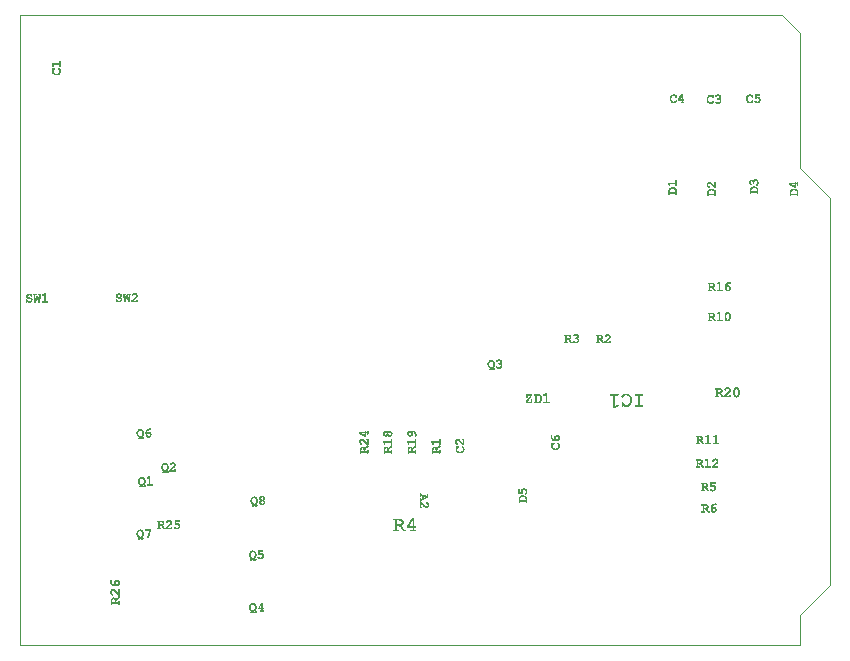
<source format=gbr>
%FSLAX44Y44*%
%OFA0.0000B0.0000*%
%SFA1B1*%
%MOMM*%
%ADD10C,0.0010X0.0000*%
%ADD13C,0.0000X0.0000*%
%LNNAMES_TOP11*%
%LPD*%
G36*
X318006Y101669D2*
X318006Y97918D1*
X319316Y97918D1*
X319415Y97918D1*
X319494Y97899D1*
X319574Y97879D1*
X319633Y97839D1*
X319673Y97819D1*
X319732Y97779D1*
X319752Y97720D1*
X319792Y97680D1*
X319812Y97621D1*
X319812Y97561D1*
X319812Y97502D1*
X319792Y97442D1*
X319752Y97402D1*
X319732Y97363D1*
X319673Y97323D1*
X319633Y97283D1*
X319574Y97244D1*
X319494Y97224D1*
X319415Y97204D1*
X319316Y97204D1*
X316339Y97204D1*
X316240Y97204D1*
X316161Y97224D1*
X316081Y97244D1*
X316022Y97283D1*
X315982Y97323D1*
X315922Y97363D1*
X315903Y97402D1*
X315863Y97442D1*
X315843Y97502D1*
X315843Y97561D1*
X315843Y97621D1*
X315863Y97680D1*
X315903Y97720D1*
X315922Y97779D1*
X315982Y97819D1*
X316022Y97839D1*
X316081Y97879D1*
X316161Y97899D1*
X316240Y97918D1*
X316339Y97918D1*
X317292Y97918D1*
X317292Y106491D1*
X316339Y106491D1*
X316240Y106491D1*
X316161Y106511D1*
X316081Y106531D1*
X316022Y106570D1*
X315982Y106590D1*
X315922Y106630D1*
X315903Y106689D1*
X315863Y106729D1*
X315843Y106789D1*
X315843Y106848D1*
X315843Y106908D1*
X315863Y106967D1*
X315903Y107007D1*
X315922Y107066D1*
X315982Y107106D1*
X316022Y107126D1*
X316081Y107166D1*
X316161Y107186D1*
X316240Y107205D1*
X316339Y107205D1*
X320685Y107205D1*
X321201Y107166D1*
X321677Y107047D1*
X322114Y106848D1*
X322511Y106610D1*
X322888Y106312D1*
X323205Y105975D1*
X323483Y105618D1*
X323681Y105241D1*
X323007Y105023D1*
X322848Y105300D1*
X322630Y105558D1*
X322372Y105796D1*
X322074Y106035D1*
X321757Y106213D1*
X321419Y106372D1*
X321062Y106451D1*
X320665Y106491D1*
X318006Y106491D1*
X318006Y102383D1*
X318006Y102383D1*
X319971Y102383D1*
X320526Y102423D1*
X321022Y102542D1*
X321479Y102701D1*
X321915Y102899D1*
X322273Y103118D1*
X322570Y103375D1*
X322808Y103633D1*
X322987Y103911D1*
X323106Y104189D1*
X323146Y104467D1*
X323106Y104745D1*
X323007Y105023D1*
X323681Y105241D1*
X323820Y104844D1*
X323860Y104427D1*
X323840Y104130D1*
X323741Y103832D1*
X323622Y103554D1*
X323443Y103276D1*
X323225Y102998D1*
X322967Y102740D1*
X322669Y102502D1*
X322292Y102264D1*
X321876Y102046D1*
X321380Y101847D1*
X321677Y101629D1*
X321955Y101411D1*
X322213Y101153D1*
X322471Y100895D1*
X322709Y100577D1*
X322987Y100240D1*
X323285Y99823D1*
X323622Y99307D1*
X323999Y98672D1*
X324455Y97918D1*
X325011Y97918D1*
X325110Y97918D1*
X325190Y97899D1*
X325249Y97879D1*
X325309Y97839D1*
X325368Y97819D1*
X325408Y97779D1*
X325448Y97720D1*
X325467Y97680D1*
X325487Y97621D1*
X325487Y97561D1*
X325487Y97502D1*
X325467Y97442D1*
X325448Y97402D1*
X325408Y97363D1*
X325368Y97323D1*
X325309Y97283D1*
X325249Y97244D1*
X325190Y97224D1*
X325110Y97204D1*
X325011Y97204D1*
X324039Y97204D1*
X323543Y98077D1*
X323086Y98811D1*
X322689Y99407D1*
X322332Y99903D1*
X321995Y100300D1*
X321657Y100657D1*
X321340Y100974D1*
X321003Y101232D1*
X320665Y101470D1*
X320288Y101669D1*
X318006Y101669D1*
G37*
%LNNAMES_TOP12*%
%LPD*%
G36*
X509776Y203805D2*
X509776Y203289D1*
X509776Y203190D1*
X509756Y203110D1*
X509736Y203051D1*
X509697Y202991D1*
X509677Y202932D1*
X509637Y202892D1*
X509578Y202852D1*
X509538Y202832D1*
X509478Y202813D1*
X509419Y202813D1*
X509359Y202813D1*
X509300Y202832D1*
X509260Y202852D1*
X509201Y202892D1*
X509161Y202932D1*
X509141Y202991D1*
X509101Y203051D1*
X509082Y203110D1*
X509062Y203190D1*
X509062Y203289D1*
X509062Y205273D1*
X509062Y205372D1*
X509082Y205452D1*
X509101Y205531D1*
X509141Y205591D1*
X509161Y205650D1*
X509201Y205690D1*
X509260Y205730D1*
X509300Y205750D1*
X509359Y205769D1*
X509419Y205769D1*
X509478Y205769D1*
X509518Y205750D1*
X509578Y205730D1*
X509617Y205690D1*
X509657Y205650D1*
X509677Y205611D1*
X509717Y205551D1*
X509736Y205492D1*
X509756Y205412D1*
X509776Y205333D1*
X509796Y205194D1*
X509816Y205055D1*
X509856Y204916D1*
X509915Y204797D1*
X509994Y204658D1*
X510074Y204539D1*
X510173Y204420D1*
X510292Y204301D1*
X510411Y204182D1*
X510550Y204063D1*
X510748Y203924D1*
X510967Y203785D1*
X511165Y203686D1*
X511384Y203587D1*
X511622Y203507D1*
X511840Y203428D1*
X512078Y203368D1*
X512316Y203348D1*
X512554Y203309D1*
X512812Y203309D1*
X512971Y203309D1*
X513150Y203329D1*
X513308Y203348D1*
X513467Y203368D1*
X513626Y203388D1*
X513765Y203428D1*
X513924Y203487D1*
X514082Y203547D1*
X514221Y203606D1*
X514380Y203666D1*
X514479Y203725D1*
X514578Y203785D1*
X514678Y203845D1*
X514777Y203904D1*
X514876Y203964D1*
X514955Y204023D1*
X515035Y204102D1*
X515114Y204162D1*
X515194Y204241D1*
X515253Y204321D1*
X515372Y204460D1*
X515471Y204599D1*
X515571Y204737D1*
X515670Y204876D1*
X515749Y205035D1*
X515848Y205174D1*
X515928Y205333D1*
X516007Y205492D1*
X516087Y205650D1*
X516146Y205809D1*
X516186Y205928D1*
X516225Y206047D1*
X516265Y206186D1*
X516305Y206305D1*
X516325Y206444D1*
X516345Y206583D1*
X516364Y206722D1*
X516384Y206861D1*
X516384Y207000D1*
X516384Y207158D1*
X516384Y208409D1*
X516325Y209024D1*
X516166Y209619D1*
X515888Y210155D1*
X515551Y210651D1*
X515134Y211127D1*
X514697Y211524D1*
X514201Y211881D1*
X513666Y212139D1*
X513110Y212318D1*
X512515Y212377D1*
X512157Y212358D1*
X511820Y212298D1*
X511483Y212199D1*
X511185Y212080D1*
X510868Y211941D1*
X510590Y211762D1*
X510292Y211564D1*
X510014Y211326D1*
X509736Y211068D1*
X509459Y210770D1*
X509419Y210730D1*
X509399Y210711D1*
X509359Y210671D1*
X509340Y210651D1*
X509300Y210631D1*
X509260Y210611D1*
X509221Y210611D1*
X509201Y210591D1*
X509161Y210591D1*
X509121Y210591D1*
X509062Y210591D1*
X509022Y210611D1*
X508963Y210631D1*
X508923Y210671D1*
X508883Y210691D1*
X508863Y210730D1*
X508824Y210770D1*
X508804Y210830D1*
X508784Y210869D1*
X508784Y210929D1*
X508784Y210969D1*
X508804Y211008D1*
X508824Y211048D1*
X508843Y211107D1*
X508883Y211167D1*
X508923Y211226D1*
X508963Y211286D1*
X509022Y211365D1*
X509082Y211445D1*
X509161Y211524D1*
X509439Y211822D1*
X509756Y212080D1*
X510074Y212298D1*
X510391Y212496D1*
X510729Y212655D1*
X511086Y212794D1*
X511423Y212913D1*
X511780Y213012D1*
X512138Y213072D1*
X512495Y213092D1*
X512654Y213092D1*
X512812Y213072D1*
X512971Y213072D1*
X513130Y213052D1*
X513289Y213012D1*
X513447Y212993D1*
X513606Y212953D1*
X513765Y212893D1*
X513924Y212854D1*
X514082Y212794D1*
X514539Y212596D1*
X514916Y212358D1*
X515293Y212040D1*
X515670Y211643D1*
X516067Y211187D1*
X516424Y210671D1*
X516722Y210135D1*
X516920Y209619D1*
X517059Y209083D1*
X517099Y208508D1*
X517099Y207039D1*
X517039Y206404D1*
X516841Y205769D1*
X516563Y205134D1*
X516206Y204539D1*
X515789Y204003D1*
X515293Y203527D1*
X514737Y203150D1*
X514142Y202852D1*
X513507Y202674D1*
X512832Y202594D1*
X512475Y202614D1*
X512138Y202634D1*
X511800Y202694D1*
X511483Y202793D1*
X511185Y202892D1*
X510887Y203031D1*
X510590Y203190D1*
X510312Y203368D1*
X510034Y203567D1*
X509776Y203805D1*
X509776Y203805D1*
G37*
%LNNAMES_TOP13*%
%LPD*%
G36*
X502057Y201939D2*
X502057Y212100D1*
X499596Y212100D1*
X499497Y212100D1*
X499418Y212119D1*
X499358Y212139D1*
X499299Y212179D1*
X499239Y212199D1*
X499200Y212239D1*
X499160Y212298D1*
X499140Y212338D1*
X499120Y212397D1*
X499120Y212457D1*
X499120Y212516D1*
X499140Y212576D1*
X499160Y212616D1*
X499200Y212655D1*
X499239Y212695D1*
X499299Y212735D1*
X499358Y212774D1*
X499418Y212794D1*
X499497Y212814D1*
X499596Y212814D1*
X505232Y212814D1*
X505331Y212814D1*
X505411Y212794D1*
X505470Y212774D1*
X505530Y212735D1*
X505589Y212695D1*
X505629Y212655D1*
X505669Y212616D1*
X505689Y212576D1*
X505708Y212516D1*
X505708Y212457D1*
X505708Y212397D1*
X505689Y212338D1*
X505669Y212298D1*
X505629Y212239D1*
X505589Y212199D1*
X505530Y212179D1*
X505470Y212139D1*
X505411Y212119D1*
X505331Y212100D1*
X505232Y212100D1*
X502772Y212100D1*
X502772Y202932D1*
X505113Y203666D1*
X505153Y203686D1*
X505173Y203686D1*
X505212Y203706D1*
X505232Y203706D1*
X505272Y203706D1*
X505292Y203725D1*
X505312Y203725D1*
X505331Y203725D1*
X505351Y203725D1*
X505371Y203725D1*
X505411Y203725D1*
X505470Y203706D1*
X505510Y203686D1*
X505550Y203646D1*
X505589Y203606D1*
X505629Y203567D1*
X505669Y203527D1*
X505689Y203487D1*
X505708Y203428D1*
X505708Y203368D1*
X505708Y203348D1*
X505708Y203329D1*
X505708Y203289D1*
X505689Y203269D1*
X505689Y203249D1*
X505689Y203210D1*
X505669Y203190D1*
X505669Y203170D1*
X505649Y203150D1*
X505629Y203130D1*
X505609Y203110D1*
X505589Y203090D1*
X505570Y203090D1*
X505550Y203071D1*
X505530Y203051D1*
X505490Y203031D1*
X505470Y203011D1*
X505431Y203011D1*
X505391Y202991D1*
X505351Y202971D1*
X502057Y201939D1*
G37*
%LNNAMES_TOP14*%
%LPD*%
G36*
X332194Y100200D2*
X327432Y100200D1*
X327432Y101034D1*
X331420Y107940D1*
X332909Y107940D1*
X332909Y100915D1*
X333504Y100915D1*
X333603Y100915D1*
X333683Y100895D1*
X333762Y100875D1*
X333821Y100835D1*
X333861Y100816D1*
X333921Y100776D1*
X333940Y100716D1*
X333980Y100677D1*
X334000Y100617D1*
X334000Y100558D1*
X334000Y100498D1*
X333980Y100439D1*
X333940Y100399D1*
X333921Y100359D1*
X333861Y100320D1*
X333821Y100280D1*
X333762Y100240D1*
X333683Y100220D1*
X333603Y100200D1*
X333504Y100200D1*
X332909Y100200D1*
X332909Y97918D1*
X333504Y97918D1*
X333603Y97918D1*
X333683Y97899D1*
X333762Y97879D1*
X333821Y97839D1*
X333861Y97819D1*
X333921Y97779D1*
X333940Y97720D1*
X333980Y97680D1*
X334000Y97621D1*
X334000Y97561D1*
X334000Y97502D1*
X333980Y97442D1*
X333940Y97402D1*
X333921Y97363D1*
X333861Y97323D1*
X333821Y97283D1*
X333762Y97244D1*
X333683Y97224D1*
X333603Y97204D1*
X333504Y97204D1*
X330865Y97204D1*
X330765Y97204D1*
X330686Y97224D1*
X330607Y97244D1*
X330547Y97283D1*
X330507Y97323D1*
X330448Y97363D1*
X330428Y97402D1*
X330388Y97442D1*
X330369Y97502D1*
X330369Y97561D1*
X330369Y97621D1*
X330388Y97680D1*
X330428Y97720D1*
X330448Y97779D1*
X330507Y97819D1*
X330547Y97839D1*
X330607Y97879D1*
X330686Y97899D1*
X330765Y97918D1*
X330865Y97918D1*
X332194Y97918D1*
X332194Y100200D1*
X332194Y100915D1*
X332194Y100915D1*
X332194Y107225D1*
X331837Y107225D1*
X328186Y100915D1*
X332194Y100915D1*
X332194Y100200D1*
G37*
%LNNAMES_TOP15*%
%LPD*%
G36*
X523091Y203527D2*
X523091Y212100D1*
X520650Y212100D1*
X520551Y212100D1*
X520472Y212119D1*
X520392Y212139D1*
X520333Y212179D1*
X520293Y212199D1*
X520234Y212239D1*
X520214Y212298D1*
X520174Y212338D1*
X520154Y212397D1*
X520154Y212457D1*
X520154Y212516D1*
X520174Y212576D1*
X520214Y212616D1*
X520234Y212655D1*
X520293Y212695D1*
X520333Y212735D1*
X520392Y212774D1*
X520472Y212794D1*
X520551Y212814D1*
X520650Y212814D1*
X526246Y212814D1*
X526346Y212814D1*
X526425Y212794D1*
X526504Y212774D1*
X526564Y212735D1*
X526604Y212695D1*
X526663Y212655D1*
X526683Y212616D1*
X526723Y212576D1*
X526742Y212516D1*
X526742Y212457D1*
X526742Y212397D1*
X526723Y212338D1*
X526683Y212298D1*
X526663Y212239D1*
X526604Y212199D1*
X526564Y212179D1*
X526504Y212139D1*
X526425Y212119D1*
X526346Y212100D1*
X526246Y212100D1*
X523806Y212100D1*
X523806Y203527D1*
X526246Y203527D1*
X526346Y203527D1*
X526425Y203507D1*
X526504Y203487D1*
X526564Y203448D1*
X526604Y203428D1*
X526663Y203388D1*
X526683Y203329D1*
X526723Y203289D1*
X526742Y203229D1*
X526742Y203170D1*
X526742Y203110D1*
X526723Y203051D1*
X526683Y203011D1*
X526663Y202952D1*
X526604Y202912D1*
X526564Y202892D1*
X526504Y202852D1*
X526425Y202832D1*
X526346Y202813D1*
X526246Y202813D1*
X520650Y202813D1*
X520551Y202813D1*
X520472Y202832D1*
X520392Y202852D1*
X520333Y202892D1*
X520293Y202912D1*
X520234Y202952D1*
X520214Y203011D1*
X520174Y203051D1*
X520154Y203110D1*
X520154Y203170D1*
X520154Y203229D1*
X520174Y203289D1*
X520214Y203329D1*
X520234Y203388D1*
X520293Y203428D1*
X520333Y203448D1*
X520392Y203487D1*
X520472Y203507D1*
X520551Y203527D1*
X520650Y203527D1*
X523091Y203527D1*
G37*
%LNNAMES_TOP16*%
%LPD*%
G36*
X589654Y213862D2*
X589654Y211237D1*
X590571Y211237D1*
X590640Y211237D1*
X590696Y211223D1*
X590751Y211209D1*
X590793Y211182D1*
X590821Y211168D1*
X590862Y211140D1*
X590876Y211098D1*
X590904Y211070D1*
X590918Y211029D1*
X590918Y210987D1*
X590918Y210945D1*
X590904Y210904D1*
X590876Y210876D1*
X590862Y210848D1*
X590821Y210820D1*
X590793Y210793D1*
X590751Y210765D1*
X590696Y210751D1*
X590640Y210737D1*
X590571Y210737D1*
X588487Y210737D1*
X588418Y210737D1*
X588362Y210751D1*
X588307Y210765D1*
X588265Y210793D1*
X588237Y210820D1*
X588195Y210848D1*
X588182Y210876D1*
X588154Y210904D1*
X588140Y210945D1*
X588140Y210987D1*
X588140Y211029D1*
X588154Y211070D1*
X588182Y211098D1*
X588195Y211140D1*
X588237Y211168D1*
X588265Y211182D1*
X588307Y211209D1*
X588362Y211223D1*
X588418Y211237D1*
X588487Y211237D1*
X589154Y211237D1*
X589154Y217238D1*
X588487Y217238D1*
X588418Y217238D1*
X588362Y217252D1*
X588307Y217266D1*
X588265Y217294D1*
X588237Y217307D1*
X588195Y217335D1*
X588182Y217377D1*
X588154Y217405D1*
X588140Y217446D1*
X588140Y217488D1*
X588140Y217530D1*
X588154Y217571D1*
X588182Y217599D1*
X588195Y217641D1*
X588237Y217669D1*
X588265Y217683D1*
X588307Y217710D1*
X588362Y217724D1*
X588418Y217738D1*
X588487Y217738D1*
X591529Y217738D1*
X591890Y217710D1*
X592224Y217627D1*
X592529Y217488D1*
X592807Y217321D1*
X593071Y217113D1*
X593293Y216877D1*
X593488Y216627D1*
X593627Y216363D1*
X593155Y216210D1*
X593043Y216405D1*
X592891Y216585D1*
X592710Y216752D1*
X592502Y216918D1*
X592279Y217044D1*
X592043Y217155D1*
X591793Y217210D1*
X591515Y217238D1*
X589654Y217238D1*
X589654Y214363D1*
X589654Y214363D1*
X591029Y214363D1*
X591418Y214390D1*
X591765Y214474D1*
X592085Y214585D1*
X592391Y214724D1*
X592641Y214877D1*
X592849Y215057D1*
X593016Y215238D1*
X593141Y215432D1*
X593224Y215627D1*
X593252Y215821D1*
X593224Y216016D1*
X593155Y216210D1*
X593627Y216363D1*
X593724Y216085D1*
X593752Y215793D1*
X593738Y215585D1*
X593668Y215377D1*
X593585Y215182D1*
X593460Y214988D1*
X593307Y214793D1*
X593127Y214613D1*
X592918Y214446D1*
X592654Y214279D1*
X592363Y214126D1*
X592015Y213987D1*
X592224Y213835D1*
X592418Y213682D1*
X592599Y213501D1*
X592779Y213321D1*
X592946Y213098D1*
X593141Y212862D1*
X593349Y212571D1*
X593585Y212209D1*
X593849Y211765D1*
X594169Y211237D1*
X594558Y211237D1*
X594627Y211237D1*
X594683Y211223D1*
X594724Y211209D1*
X594766Y211182D1*
X594808Y211168D1*
X594835Y211140D1*
X594863Y211098D1*
X594877Y211070D1*
X594891Y211029D1*
X594891Y210987D1*
X594891Y210945D1*
X594877Y210904D1*
X594863Y210876D1*
X594835Y210848D1*
X594808Y210820D1*
X594766Y210793D1*
X594724Y210765D1*
X594683Y210751D1*
X594627Y210737D1*
X594558Y210737D1*
X593877Y210737D1*
X593530Y211348D1*
X593210Y211862D1*
X592932Y212279D1*
X592682Y212626D1*
X592446Y212904D1*
X592210Y213154D1*
X591988Y213376D1*
X591752Y213557D1*
X591515Y213724D1*
X591251Y213862D1*
X589654Y213862D1*
G37*
%LNNAMES_TOP17*%
%LPD*%
G36*
X80507Y36339D2*
X83132Y36339D1*
X83132Y37256D1*
X83132Y37325D1*
X83146Y37381D1*
X83160Y37436D1*
X83187Y37478D1*
X83201Y37506D1*
X83229Y37547D1*
X83271Y37561D1*
X83299Y37589D1*
X83340Y37603D1*
X83382Y37603D1*
X83424Y37603D1*
X83465Y37589D1*
X83493Y37561D1*
X83521Y37547D1*
X83549Y37506D1*
X83576Y37478D1*
X83604Y37436D1*
X83618Y37381D1*
X83632Y37325D1*
X83632Y37256D1*
X83632Y35172D1*
X83632Y35103D1*
X83618Y35047D1*
X83604Y34992D1*
X83576Y34950D1*
X83549Y34922D1*
X83521Y34880D1*
X83493Y34867D1*
X83465Y34839D1*
X83424Y34825D1*
X83382Y34825D1*
X83340Y34825D1*
X83299Y34839D1*
X83271Y34867D1*
X83229Y34880D1*
X83201Y34922D1*
X83187Y34950D1*
X83160Y34992D1*
X83146Y35047D1*
X83132Y35103D1*
X83132Y35172D1*
X83132Y35839D1*
X77131Y35839D1*
X77131Y35172D1*
X77131Y35103D1*
X77117Y35047D1*
X77103Y34992D1*
X77075Y34950D1*
X77062Y34922D1*
X77034Y34880D1*
X76992Y34867D1*
X76964Y34839D1*
X76923Y34825D1*
X76881Y34825D1*
X76839Y34825D1*
X76798Y34839D1*
X76770Y34867D1*
X76728Y34880D1*
X76700Y34922D1*
X76686Y34950D1*
X76659Y34992D1*
X76645Y35047D1*
X76631Y35103D1*
X76631Y35172D1*
X76631Y38214D1*
X76659Y38575D1*
X76742Y38909D1*
X76881Y39214D1*
X77048Y39492D1*
X77256Y39756D1*
X77492Y39978D1*
X77742Y40173D1*
X78006Y40312D1*
X78159Y39840D1*
X77964Y39728D1*
X77784Y39576D1*
X77617Y39395D1*
X77451Y39187D1*
X77325Y38964D1*
X77214Y38728D1*
X77159Y38478D1*
X77131Y38200D1*
X77131Y36339D1*
X80006Y36339D1*
X80006Y36339D1*
X80006Y37714D1*
X79979Y38103D1*
X79895Y38450D1*
X79784Y38770D1*
X79645Y39076D1*
X79492Y39326D1*
X79312Y39534D1*
X79131Y39701D1*
X78937Y39826D1*
X78742Y39909D1*
X78548Y39937D1*
X78353Y39909D1*
X78159Y39840D1*
X78006Y40312D1*
X78284Y40409D1*
X78576Y40437D1*
X78784Y40423D1*
X78992Y40353D1*
X79187Y40270D1*
X79381Y40145D1*
X79576Y39992D1*
X79756Y39812D1*
X79923Y39603D1*
X80090Y39339D1*
X80243Y39048D1*
X80382Y38700D1*
X80534Y38909D1*
X80687Y39103D1*
X80868Y39284D1*
X81048Y39464D1*
X81271Y39631D1*
X81507Y39826D1*
X81798Y40034D1*
X82160Y40270D1*
X82604Y40534D1*
X83132Y40854D1*
X83132Y41243D1*
X83132Y41312D1*
X83146Y41368D1*
X83160Y41409D1*
X83187Y41451D1*
X83201Y41493D1*
X83229Y41520D1*
X83271Y41548D1*
X83299Y41562D1*
X83340Y41576D1*
X83382Y41576D1*
X83424Y41576D1*
X83465Y41562D1*
X83493Y41548D1*
X83521Y41520D1*
X83549Y41493D1*
X83576Y41451D1*
X83604Y41409D1*
X83618Y41368D1*
X83632Y41312D1*
X83632Y41243D1*
X83632Y40562D1*
X83021Y40215D1*
X82507Y39895D1*
X82090Y39617D1*
X81743Y39367D1*
X81465Y39131D1*
X81215Y38895D1*
X80993Y38673D1*
X80812Y38437D1*
X80645Y38200D1*
X80507Y37936D1*
X80507Y36339D1*
G37*
%LNNAMES_TOP18*%
%LPD*%
G36*
X398405Y234829D2*
X397783Y234347D1*
X397872Y234372D1*
X397961Y234385D1*
X398037Y234397D1*
X398126Y234410D1*
X398202Y234423D1*
X398278Y234435D1*
X398342Y234435D1*
X398405Y234448D1*
X398469Y234448D1*
X398532Y234448D1*
X398634Y234448D1*
X398723Y234435D1*
X398824Y234435D1*
X398926Y234423D1*
X399015Y234397D1*
X399116Y234385D1*
X399205Y234359D1*
X399294Y234334D1*
X399396Y234308D1*
X399485Y234270D1*
X399548Y234245D1*
X399612Y234220D1*
X399662Y234207D1*
X399726Y234181D1*
X399777Y234169D1*
X399827Y234169D1*
X399878Y234156D1*
X399916Y234143D1*
X399954Y234143D1*
X399993Y234143D1*
X400056Y234143D1*
X400120Y234156D1*
X400196Y234169D1*
X400259Y234181D1*
X400335Y234207D1*
X400412Y234232D1*
X400475Y234270D1*
X400551Y234308D1*
X400628Y234347D1*
X400704Y234397D1*
X400729Y234410D1*
X400767Y234435D1*
X400793Y234448D1*
X400818Y234461D1*
X400831Y234474D1*
X400856Y234486D1*
X400882Y234486D1*
X400894Y234499D1*
X400907Y234499D1*
X400920Y234499D1*
X400958Y234499D1*
X400996Y234486D1*
X401021Y234474D1*
X401059Y234448D1*
X401085Y234435D1*
X401097Y234410D1*
X401123Y234372D1*
X401136Y234347D1*
X401148Y234308D1*
X401148Y234270D1*
X401148Y234258D1*
X401148Y234245D1*
X401148Y234220D1*
X401136Y234207D1*
X401136Y234194D1*
X401136Y234181D1*
X401123Y234169D1*
X401123Y234156D1*
X401110Y234143D1*
X401097Y234131D1*
X401072Y234105D1*
X401034Y234080D1*
X400996Y234042D1*
X400958Y234016D1*
X400907Y233991D1*
X400856Y233953D1*
X400793Y233927D1*
X400729Y233889D1*
X400653Y233864D1*
X400577Y233826D1*
X400513Y233800D1*
X400450Y233775D1*
X400399Y233762D1*
X400335Y233737D1*
X400272Y233724D1*
X400208Y233712D1*
X400145Y233699D1*
X400094Y233686D1*
X400031Y233686D1*
X399967Y233686D1*
X399866Y233699D1*
X399751Y233712D1*
X399612Y233750D1*
X399472Y233788D1*
X399319Y233839D1*
X399167Y233889D1*
X399015Y233927D1*
X398850Y233966D1*
X398697Y233978D1*
X398545Y233991D1*
X398494Y233991D1*
X398430Y233991D1*
X398380Y233978D1*
X398316Y233978D1*
X398253Y233978D1*
X398176Y233966D1*
X398113Y233953D1*
X398037Y233953D1*
X397961Y233940D1*
X397884Y233927D1*
X397770Y233902D1*
X397668Y233889D1*
X397567Y233864D1*
X397478Y233839D1*
X397389Y233826D1*
X397300Y233800D1*
X397224Y233788D1*
X397135Y233762D1*
X397072Y233750D1*
X396995Y233724D1*
X396970Y233724D1*
X396957Y233712D1*
X396932Y233712D1*
X396919Y233712D1*
X396906Y233712D1*
X396881Y233699D1*
X396868Y233699D1*
X396856Y233699D1*
X396856Y233699D1*
X396843Y233699D1*
X396805Y233699D1*
X396767Y233712D1*
X396741Y233724D1*
X396716Y233750D1*
X396691Y233775D1*
X396665Y233800D1*
X396640Y233826D1*
X396627Y233864D1*
X396614Y233902D1*
X396614Y233940D1*
X396614Y233966D1*
X396614Y233978D1*
X396627Y234004D1*
X396640Y234029D1*
X396652Y234042D1*
X396665Y234067D1*
X396691Y234080D1*
X396703Y234093D1*
X396729Y234118D1*
X396754Y234131D1*
X397770Y234893D1*
X397414Y235020D1*
X397084Y235198D1*
X396792Y235452D1*
X396500Y235744D1*
X396246Y236074D1*
X396017Y236429D1*
X395827Y236823D1*
X395675Y237242D1*
X395586Y237699D1*
X395548Y238182D1*
X395586Y238754D1*
X395713Y239262D1*
X395903Y239731D1*
X396157Y240163D1*
X396449Y240544D1*
X396779Y240874D1*
X397135Y241154D1*
X397516Y241370D1*
X397922Y241497D1*
X398354Y241548D1*
X398786Y241497D1*
X398748Y241052D1*
X398354Y241090D1*
X397973Y241052D1*
X397630Y240925D1*
X397313Y240735D1*
X397008Y240481D1*
X396741Y240189D1*
X396500Y239846D1*
X396297Y239477D1*
X396132Y239084D1*
X396043Y238652D1*
X396005Y238195D1*
X396043Y237699D1*
X396144Y237255D1*
X396310Y236849D1*
X396525Y236493D1*
X396767Y236163D1*
X397046Y235871D1*
X397351Y235629D1*
X397668Y235439D1*
X397999Y235325D1*
X398354Y235286D1*
X398748Y235325D1*
X399104Y235452D1*
X399434Y235655D1*
X399726Y235921D1*
X399993Y236226D1*
X400234Y236569D1*
X400424Y236937D1*
X400577Y237331D1*
X400666Y237750D1*
X400704Y238195D1*
X400704Y238195D1*
X400704Y238195D1*
X400666Y238627D1*
X400577Y239046D1*
X400424Y239427D1*
X400234Y239808D1*
X399993Y240151D1*
X399726Y240455D1*
X399434Y240722D1*
X399104Y240925D1*
X398748Y241052D1*
X398786Y241497D1*
X399192Y241370D1*
X399573Y241154D1*
X399929Y240874D1*
X400259Y240544D1*
X400551Y240163D1*
X400805Y239731D1*
X400996Y239274D1*
X401123Y238754D1*
X401161Y238195D1*
X401123Y237636D1*
X400996Y237128D1*
X400805Y236658D1*
X400564Y236239D1*
X400272Y235858D1*
X399954Y235515D1*
X399599Y235236D1*
X399231Y235020D1*
X398824Y234880D1*
X398405Y234829D1*
X398405Y234829D1*
G37*
%LNNAMES_TOP19*%
%LPD*%
G36*
X102495Y135769D2*
X101873Y135287D1*
X101962Y135312D1*
X102051Y135325D1*
X102127Y135337D1*
X102216Y135350D1*
X102292Y135363D1*
X102368Y135375D1*
X102432Y135375D1*
X102495Y135388D1*
X102559Y135388D1*
X102622Y135388D1*
X102724Y135388D1*
X102813Y135375D1*
X102914Y135375D1*
X103016Y135363D1*
X103105Y135337D1*
X103206Y135325D1*
X103295Y135299D1*
X103384Y135274D1*
X103486Y135248D1*
X103575Y135210D1*
X103638Y135185D1*
X103702Y135160D1*
X103752Y135147D1*
X103816Y135121D1*
X103867Y135109D1*
X103917Y135109D1*
X103968Y135096D1*
X104006Y135083D1*
X104044Y135083D1*
X104083Y135083D1*
X104146Y135083D1*
X104210Y135096D1*
X104286Y135109D1*
X104349Y135121D1*
X104425Y135147D1*
X104502Y135172D1*
X104565Y135210D1*
X104641Y135248D1*
X104718Y135287D1*
X104794Y135337D1*
X104819Y135350D1*
X104857Y135375D1*
X104883Y135388D1*
X104908Y135401D1*
X104921Y135414D1*
X104946Y135426D1*
X104972Y135426D1*
X104984Y135439D1*
X104997Y135439D1*
X105010Y135439D1*
X105048Y135439D1*
X105086Y135426D1*
X105111Y135414D1*
X105149Y135388D1*
X105175Y135375D1*
X105187Y135350D1*
X105213Y135312D1*
X105226Y135287D1*
X105238Y135248D1*
X105238Y135210D1*
X105238Y135198D1*
X105238Y135185D1*
X105238Y135160D1*
X105226Y135147D1*
X105226Y135134D1*
X105226Y135121D1*
X105213Y135109D1*
X105213Y135096D1*
X105200Y135083D1*
X105187Y135071D1*
X105162Y135045D1*
X105124Y135020D1*
X105086Y134982D1*
X105048Y134956D1*
X104997Y134931D1*
X104946Y134893D1*
X104883Y134867D1*
X104819Y134829D1*
X104743Y134804D1*
X104667Y134766D1*
X104603Y134740D1*
X104540Y134715D1*
X104489Y134702D1*
X104425Y134677D1*
X104362Y134664D1*
X104298Y134652D1*
X104235Y134639D1*
X104184Y134626D1*
X104121Y134626D1*
X104057Y134626D1*
X103956Y134639D1*
X103841Y134652D1*
X103702Y134690D1*
X103562Y134728D1*
X103409Y134779D1*
X103257Y134829D1*
X103105Y134867D1*
X102940Y134906D1*
X102787Y134918D1*
X102635Y134931D1*
X102584Y134931D1*
X102520Y134931D1*
X102470Y134918D1*
X102406Y134918D1*
X102343Y134918D1*
X102266Y134906D1*
X102203Y134893D1*
X102127Y134893D1*
X102051Y134880D1*
X101974Y134867D1*
X101860Y134842D1*
X101758Y134829D1*
X101657Y134804D1*
X101568Y134779D1*
X101479Y134766D1*
X101390Y134740D1*
X101314Y134728D1*
X101225Y134702D1*
X101162Y134690D1*
X101085Y134664D1*
X101060Y134664D1*
X101047Y134652D1*
X101022Y134652D1*
X101009Y134652D1*
X100996Y134652D1*
X100971Y134639D1*
X100958Y134639D1*
X100946Y134639D1*
X100946Y134639D1*
X100933Y134639D1*
X100895Y134639D1*
X100857Y134652D1*
X100831Y134664D1*
X100806Y134690D1*
X100781Y134715D1*
X100755Y134740D1*
X100730Y134766D1*
X100717Y134804D1*
X100704Y134842D1*
X100704Y134880D1*
X100704Y134906D1*
X100704Y134918D1*
X100717Y134944D1*
X100730Y134969D1*
X100742Y134982D1*
X100755Y135007D1*
X100781Y135020D1*
X100793Y135033D1*
X100819Y135058D1*
X100844Y135071D1*
X101860Y135833D1*
X101504Y135960D1*
X101174Y136138D1*
X100882Y136392D1*
X100590Y136684D1*
X100336Y137014D1*
X100107Y137369D1*
X99917Y137763D1*
X99765Y138182D1*
X99676Y138639D1*
X99638Y139122D1*
X99676Y139694D1*
X99803Y140202D1*
X99993Y140671D1*
X100247Y141103D1*
X100539Y141484D1*
X100869Y141814D1*
X101225Y142094D1*
X101606Y142310D1*
X102012Y142437D1*
X102444Y142488D1*
X102876Y142437D1*
X102838Y141992D1*
X102444Y142030D1*
X102063Y141992D1*
X101720Y141865D1*
X101403Y141675D1*
X101098Y141421D1*
X100831Y141129D1*
X100590Y140786D1*
X100387Y140417D1*
X100222Y140024D1*
X100133Y139592D1*
X100095Y139135D1*
X100133Y138639D1*
X100234Y138195D1*
X100400Y137789D1*
X100615Y137433D1*
X100857Y137103D1*
X101136Y136811D1*
X101441Y136569D1*
X101758Y136379D1*
X102089Y136265D1*
X102444Y136226D1*
X102838Y136265D1*
X103194Y136392D1*
X103524Y136595D1*
X103816Y136861D1*
X104083Y137166D1*
X104324Y137509D1*
X104514Y137877D1*
X104667Y138271D1*
X104756Y138690D1*
X104794Y139135D1*
X104794Y139135D1*
X104794Y139135D1*
X104756Y139567D1*
X104667Y139986D1*
X104514Y140367D1*
X104324Y140748D1*
X104083Y141091D1*
X103816Y141395D1*
X103524Y141662D1*
X103194Y141865D1*
X102838Y141992D1*
X102876Y142437D1*
X103282Y142310D1*
X103663Y142094D1*
X104019Y141814D1*
X104349Y141484D1*
X104641Y141103D1*
X104895Y140671D1*
X105086Y140214D1*
X105213Y139694D1*
X105251Y139135D1*
X105213Y138576D1*
X105086Y138068D1*
X104895Y137598D1*
X104654Y137179D1*
X104362Y136798D1*
X104044Y136455D1*
X103689Y136176D1*
X103321Y135960D1*
X102914Y135820D1*
X102495Y135769D1*
X102495Y135769D1*
G37*
%LNNAMES_TOP20*%
%LPD*%
G36*
X196475Y73539D2*
X195853Y73057D1*
X195942Y73082D1*
X196031Y73095D1*
X196107Y73107D1*
X196196Y73120D1*
X196272Y73133D1*
X196348Y73145D1*
X196412Y73145D1*
X196475Y73158D1*
X196539Y73158D1*
X196602Y73158D1*
X196704Y73158D1*
X196793Y73145D1*
X196894Y73145D1*
X196996Y73133D1*
X197085Y73107D1*
X197186Y73095D1*
X197275Y73069D1*
X197364Y73044D1*
X197466Y73018D1*
X197555Y72980D1*
X197618Y72955D1*
X197682Y72930D1*
X197732Y72917D1*
X197796Y72891D1*
X197847Y72879D1*
X197897Y72879D1*
X197948Y72866D1*
X197986Y72853D1*
X198024Y72853D1*
X198063Y72853D1*
X198126Y72853D1*
X198190Y72866D1*
X198266Y72879D1*
X198329Y72891D1*
X198405Y72917D1*
X198482Y72942D1*
X198545Y72980D1*
X198621Y73018D1*
X198698Y73057D1*
X198774Y73107D1*
X198799Y73120D1*
X198837Y73145D1*
X198863Y73158D1*
X198888Y73171D1*
X198901Y73184D1*
X198926Y73196D1*
X198952Y73196D1*
X198964Y73209D1*
X198977Y73209D1*
X198990Y73209D1*
X199028Y73209D1*
X199066Y73196D1*
X199091Y73184D1*
X199129Y73158D1*
X199155Y73145D1*
X199167Y73120D1*
X199193Y73082D1*
X199206Y73057D1*
X199218Y73018D1*
X199218Y72980D1*
X199218Y72968D1*
X199218Y72955D1*
X199218Y72930D1*
X199206Y72917D1*
X199206Y72904D1*
X199206Y72891D1*
X199193Y72879D1*
X199193Y72866D1*
X199180Y72853D1*
X199167Y72841D1*
X199142Y72815D1*
X199104Y72790D1*
X199066Y72752D1*
X199028Y72726D1*
X198977Y72701D1*
X198926Y72663D1*
X198863Y72637D1*
X198799Y72599D1*
X198723Y72574D1*
X198647Y72536D1*
X198583Y72510D1*
X198520Y72485D1*
X198469Y72472D1*
X198405Y72447D1*
X198342Y72434D1*
X198278Y72422D1*
X198215Y72409D1*
X198164Y72396D1*
X198101Y72396D1*
X198037Y72396D1*
X197936Y72409D1*
X197821Y72422D1*
X197682Y72460D1*
X197542Y72498D1*
X197389Y72549D1*
X197237Y72599D1*
X197085Y72637D1*
X196920Y72676D1*
X196767Y72688D1*
X196615Y72701D1*
X196564Y72701D1*
X196500Y72701D1*
X196450Y72688D1*
X196386Y72688D1*
X196323Y72688D1*
X196246Y72676D1*
X196183Y72663D1*
X196107Y72663D1*
X196031Y72650D1*
X195954Y72637D1*
X195840Y72612D1*
X195738Y72599D1*
X195637Y72574D1*
X195548Y72549D1*
X195459Y72536D1*
X195370Y72510D1*
X195294Y72498D1*
X195205Y72472D1*
X195142Y72460D1*
X195065Y72434D1*
X195040Y72434D1*
X195027Y72422D1*
X195002Y72422D1*
X194989Y72422D1*
X194976Y72422D1*
X194951Y72409D1*
X194938Y72409D1*
X194926Y72409D1*
X194926Y72409D1*
X194913Y72409D1*
X194875Y72409D1*
X194837Y72422D1*
X194811Y72434D1*
X194786Y72460D1*
X194761Y72485D1*
X194735Y72510D1*
X194710Y72536D1*
X194697Y72574D1*
X194684Y72612D1*
X194684Y72650D1*
X194684Y72676D1*
X194684Y72688D1*
X194697Y72714D1*
X194710Y72739D1*
X194722Y72752D1*
X194735Y72777D1*
X194761Y72790D1*
X194773Y72803D1*
X194799Y72828D1*
X194824Y72841D1*
X195840Y73603D1*
X195484Y73730D1*
X195154Y73908D1*
X194862Y74162D1*
X194570Y74454D1*
X194316Y74784D1*
X194087Y75139D1*
X193897Y75533D1*
X193745Y75952D1*
X193656Y76409D1*
X193618Y76892D1*
X193656Y77464D1*
X193783Y77972D1*
X193973Y78441D1*
X194227Y78873D1*
X194519Y79254D1*
X194849Y79584D1*
X195205Y79864D1*
X195586Y80080D1*
X195992Y80207D1*
X196424Y80258D1*
X196856Y80207D1*
X196818Y79762D1*
X196424Y79800D1*
X196043Y79762D1*
X195700Y79635D1*
X195383Y79445D1*
X195078Y79191D1*
X194811Y78899D1*
X194570Y78556D1*
X194367Y78187D1*
X194202Y77794D1*
X194113Y77362D1*
X194075Y76905D1*
X194113Y76409D1*
X194214Y75965D1*
X194380Y75559D1*
X194595Y75203D1*
X194837Y74873D1*
X195116Y74581D1*
X195421Y74339D1*
X195738Y74149D1*
X196069Y74035D1*
X196424Y73996D1*
X196818Y74035D1*
X197174Y74162D1*
X197504Y74365D1*
X197796Y74631D1*
X198063Y74936D1*
X198304Y75279D1*
X198494Y75647D1*
X198647Y76041D1*
X198736Y76460D1*
X198774Y76905D1*
X198774Y76905D1*
X198774Y76905D1*
X198736Y77337D1*
X198647Y77756D1*
X198494Y78137D1*
X198304Y78518D1*
X198063Y78861D1*
X197796Y79165D1*
X197504Y79432D1*
X197174Y79635D1*
X196818Y79762D1*
X196856Y80207D1*
X197262Y80080D1*
X197643Y79864D1*
X197999Y79584D1*
X198329Y79254D1*
X198621Y78873D1*
X198875Y78441D1*
X199066Y77984D1*
X199193Y77464D1*
X199231Y76905D1*
X199193Y76346D1*
X199066Y75838D1*
X198875Y75368D1*
X198634Y74949D1*
X198342Y74568D1*
X198024Y74225D1*
X197669Y73946D1*
X197301Y73730D1*
X196894Y73590D1*
X196475Y73539D1*
X196475Y73539D1*
G37*
%LNNAMES_TOP21*%
%LPD*%
G36*
X122104Y147720D2*
X121482Y147238D1*
X121571Y147263D1*
X121660Y147276D1*
X121736Y147288D1*
X121825Y147301D1*
X121901Y147314D1*
X121977Y147326D1*
X122041Y147326D1*
X122104Y147339D1*
X122168Y147339D1*
X122231Y147339D1*
X122333Y147339D1*
X122422Y147326D1*
X122523Y147326D1*
X122625Y147314D1*
X122714Y147288D1*
X122815Y147276D1*
X122904Y147250D1*
X122993Y147225D1*
X123095Y147199D1*
X123184Y147161D1*
X123247Y147136D1*
X123311Y147111D1*
X123361Y147098D1*
X123425Y147072D1*
X123476Y147060D1*
X123526Y147060D1*
X123577Y147047D1*
X123615Y147034D1*
X123653Y147034D1*
X123692Y147034D1*
X123755Y147034D1*
X123819Y147047D1*
X123895Y147060D1*
X123958Y147072D1*
X124034Y147098D1*
X124111Y147123D1*
X124174Y147161D1*
X124250Y147199D1*
X124327Y147238D1*
X124403Y147288D1*
X124428Y147301D1*
X124466Y147326D1*
X124492Y147339D1*
X124517Y147352D1*
X124530Y147365D1*
X124555Y147377D1*
X124581Y147377D1*
X124593Y147390D1*
X124606Y147390D1*
X124619Y147390D1*
X124657Y147390D1*
X124695Y147377D1*
X124720Y147365D1*
X124758Y147339D1*
X124784Y147326D1*
X124796Y147301D1*
X124822Y147263D1*
X124835Y147238D1*
X124847Y147199D1*
X124847Y147161D1*
X124847Y147149D1*
X124847Y147136D1*
X124847Y147111D1*
X124835Y147098D1*
X124835Y147085D1*
X124835Y147072D1*
X124822Y147060D1*
X124822Y147047D1*
X124809Y147034D1*
X124796Y147022D1*
X124771Y146996D1*
X124733Y146971D1*
X124695Y146933D1*
X124657Y146907D1*
X124606Y146882D1*
X124555Y146844D1*
X124492Y146818D1*
X124428Y146780D1*
X124352Y146755D1*
X124276Y146717D1*
X124212Y146691D1*
X124149Y146666D1*
X124098Y146653D1*
X124034Y146628D1*
X123971Y146615D1*
X123907Y146603D1*
X123844Y146590D1*
X123793Y146577D1*
X123730Y146577D1*
X123666Y146577D1*
X123565Y146590D1*
X123450Y146603D1*
X123311Y146641D1*
X123171Y146679D1*
X123018Y146730D1*
X122866Y146780D1*
X122714Y146818D1*
X122549Y146857D1*
X122396Y146869D1*
X122244Y146882D1*
X122193Y146882D1*
X122129Y146882D1*
X122079Y146869D1*
X122015Y146869D1*
X121952Y146869D1*
X121875Y146857D1*
X121812Y146844D1*
X121736Y146844D1*
X121660Y146831D1*
X121583Y146818D1*
X121469Y146793D1*
X121367Y146780D1*
X121266Y146755D1*
X121177Y146730D1*
X121088Y146717D1*
X120999Y146691D1*
X120923Y146679D1*
X120834Y146653D1*
X120771Y146641D1*
X120694Y146615D1*
X120669Y146615D1*
X120656Y146603D1*
X120631Y146603D1*
X120618Y146603D1*
X120605Y146603D1*
X120580Y146590D1*
X120567Y146590D1*
X120555Y146590D1*
X120555Y146590D1*
X120542Y146590D1*
X120504Y146590D1*
X120466Y146603D1*
X120440Y146615D1*
X120415Y146641D1*
X120390Y146666D1*
X120364Y146691D1*
X120339Y146717D1*
X120326Y146755D1*
X120313Y146793D1*
X120313Y146831D1*
X120313Y146857D1*
X120313Y146869D1*
X120326Y146895D1*
X120339Y146920D1*
X120351Y146933D1*
X120364Y146958D1*
X120390Y146971D1*
X120402Y146984D1*
X120428Y147009D1*
X120453Y147022D1*
X121469Y147784D1*
X121113Y147911D1*
X120783Y148089D1*
X120491Y148343D1*
X120199Y148635D1*
X119945Y148965D1*
X119716Y149320D1*
X119526Y149714D1*
X119374Y150133D1*
X119285Y150590D1*
X119247Y151073D1*
X119285Y151645D1*
X119412Y152153D1*
X119602Y152622D1*
X119856Y153054D1*
X120148Y153435D1*
X120478Y153765D1*
X120834Y154045D1*
X121215Y154261D1*
X121621Y154388D1*
X122053Y154439D1*
X122485Y154388D1*
X122447Y153943D1*
X122053Y153981D1*
X121672Y153943D1*
X121329Y153816D1*
X121012Y153626D1*
X120707Y153372D1*
X120440Y153080D1*
X120199Y152737D1*
X119996Y152368D1*
X119831Y151975D1*
X119742Y151543D1*
X119704Y151086D1*
X119742Y150590D1*
X119843Y150146D1*
X120009Y149740D1*
X120224Y149384D1*
X120466Y149054D1*
X120745Y148762D1*
X121050Y148520D1*
X121367Y148330D1*
X121698Y148216D1*
X122053Y148177D1*
X122447Y148216D1*
X122803Y148343D1*
X123133Y148546D1*
X123425Y148812D1*
X123692Y149117D1*
X123933Y149460D1*
X124123Y149828D1*
X124276Y150222D1*
X124365Y150641D1*
X124403Y151086D1*
X124403Y151086D1*
X124403Y151086D1*
X124365Y151518D1*
X124276Y151937D1*
X124123Y152318D1*
X123933Y152699D1*
X123692Y153042D1*
X123425Y153346D1*
X123133Y153613D1*
X122803Y153816D1*
X122447Y153943D1*
X122485Y154388D1*
X122891Y154261D1*
X123272Y154045D1*
X123628Y153765D1*
X123958Y153435D1*
X124250Y153054D1*
X124504Y152622D1*
X124695Y152165D1*
X124822Y151645D1*
X124860Y151086D1*
X124822Y150527D1*
X124695Y150019D1*
X124504Y149549D1*
X124263Y149130D1*
X123971Y148749D1*
X123653Y148406D1*
X123298Y148127D1*
X122930Y147911D1*
X122523Y147771D1*
X122104Y147720D1*
X122104Y147720D1*
G37*
%LNNAMES_TOP22*%
%LPD*%
G36*
X197745Y119259D2*
X197123Y118777D1*
X197212Y118802D1*
X197301Y118815D1*
X197377Y118827D1*
X197466Y118840D1*
X197542Y118853D1*
X197618Y118865D1*
X197682Y118865D1*
X197745Y118878D1*
X197809Y118878D1*
X197872Y118878D1*
X197974Y118878D1*
X198063Y118865D1*
X198164Y118865D1*
X198266Y118853D1*
X198355Y118827D1*
X198456Y118815D1*
X198545Y118789D1*
X198634Y118764D1*
X198736Y118738D1*
X198825Y118700D1*
X198888Y118675D1*
X198952Y118650D1*
X199002Y118637D1*
X199066Y118611D1*
X199117Y118599D1*
X199167Y118599D1*
X199218Y118586D1*
X199256Y118573D1*
X199294Y118573D1*
X199333Y118573D1*
X199396Y118573D1*
X199460Y118586D1*
X199536Y118599D1*
X199599Y118611D1*
X199675Y118637D1*
X199752Y118662D1*
X199815Y118700D1*
X199891Y118738D1*
X199968Y118777D1*
X200044Y118827D1*
X200069Y118840D1*
X200107Y118865D1*
X200133Y118878D1*
X200158Y118891D1*
X200171Y118904D1*
X200196Y118916D1*
X200222Y118916D1*
X200234Y118929D1*
X200247Y118929D1*
X200260Y118929D1*
X200298Y118929D1*
X200336Y118916D1*
X200361Y118904D1*
X200399Y118878D1*
X200425Y118865D1*
X200437Y118840D1*
X200463Y118802D1*
X200476Y118777D1*
X200488Y118738D1*
X200488Y118700D1*
X200488Y118688D1*
X200488Y118675D1*
X200488Y118650D1*
X200476Y118637D1*
X200476Y118624D1*
X200476Y118611D1*
X200463Y118599D1*
X200463Y118586D1*
X200450Y118573D1*
X200437Y118561D1*
X200412Y118535D1*
X200374Y118510D1*
X200336Y118472D1*
X200298Y118446D1*
X200247Y118421D1*
X200196Y118383D1*
X200133Y118357D1*
X200069Y118319D1*
X199993Y118294D1*
X199917Y118256D1*
X199853Y118230D1*
X199790Y118205D1*
X199739Y118192D1*
X199675Y118167D1*
X199612Y118154D1*
X199548Y118142D1*
X199485Y118129D1*
X199434Y118116D1*
X199371Y118116D1*
X199307Y118116D1*
X199206Y118129D1*
X199091Y118142D1*
X198952Y118180D1*
X198812Y118218D1*
X198659Y118269D1*
X198507Y118319D1*
X198355Y118357D1*
X198190Y118396D1*
X198037Y118408D1*
X197885Y118421D1*
X197834Y118421D1*
X197770Y118421D1*
X197720Y118408D1*
X197656Y118408D1*
X197593Y118408D1*
X197516Y118396D1*
X197453Y118383D1*
X197377Y118383D1*
X197301Y118370D1*
X197224Y118357D1*
X197110Y118332D1*
X197008Y118319D1*
X196907Y118294D1*
X196818Y118269D1*
X196729Y118256D1*
X196640Y118230D1*
X196564Y118218D1*
X196475Y118192D1*
X196412Y118180D1*
X196335Y118154D1*
X196310Y118154D1*
X196297Y118142D1*
X196272Y118142D1*
X196259Y118142D1*
X196246Y118142D1*
X196221Y118129D1*
X196208Y118129D1*
X196196Y118129D1*
X196196Y118129D1*
X196183Y118129D1*
X196145Y118129D1*
X196107Y118142D1*
X196081Y118154D1*
X196056Y118180D1*
X196031Y118205D1*
X196005Y118230D1*
X195980Y118256D1*
X195967Y118294D1*
X195954Y118332D1*
X195954Y118370D1*
X195954Y118396D1*
X195954Y118408D1*
X195967Y118434D1*
X195980Y118459D1*
X195992Y118472D1*
X196005Y118497D1*
X196031Y118510D1*
X196043Y118523D1*
X196069Y118548D1*
X196094Y118561D1*
X197110Y119323D1*
X196754Y119450D1*
X196424Y119628D1*
X196132Y119882D1*
X195840Y120174D1*
X195586Y120504D1*
X195357Y120859D1*
X195167Y121253D1*
X195015Y121672D1*
X194926Y122129D1*
X194888Y122612D1*
X194926Y123184D1*
X195053Y123692D1*
X195243Y124161D1*
X195497Y124593D1*
X195789Y124974D1*
X196119Y125304D1*
X196475Y125584D1*
X196856Y125800D1*
X197262Y125927D1*
X197694Y125978D1*
X198126Y125927D1*
X198088Y125482D1*
X197694Y125520D1*
X197313Y125482D1*
X196970Y125355D1*
X196653Y125165D1*
X196348Y124911D1*
X196081Y124619D1*
X195840Y124276D1*
X195637Y123907D1*
X195472Y123514D1*
X195383Y123082D1*
X195345Y122625D1*
X195383Y122129D1*
X195484Y121685D1*
X195650Y121279D1*
X195865Y120923D1*
X196107Y120593D1*
X196386Y120301D1*
X196691Y120059D1*
X197008Y119869D1*
X197339Y119755D1*
X197694Y119716D1*
X198088Y119755D1*
X198444Y119882D1*
X198774Y120085D1*
X199066Y120351D1*
X199333Y120656D1*
X199574Y120999D1*
X199764Y121367D1*
X199917Y121761D1*
X200006Y122180D1*
X200044Y122625D1*
X200044Y122625D1*
X200044Y122625D1*
X200006Y123057D1*
X199917Y123476D1*
X199764Y123857D1*
X199574Y124238D1*
X199333Y124581D1*
X199066Y124885D1*
X198774Y125152D1*
X198444Y125355D1*
X198088Y125482D1*
X198126Y125927D1*
X198532Y125800D1*
X198913Y125584D1*
X199269Y125304D1*
X199599Y124974D1*
X199891Y124593D1*
X200145Y124161D1*
X200336Y123704D1*
X200463Y123184D1*
X200501Y122625D1*
X200463Y122066D1*
X200336Y121558D1*
X200145Y121088D1*
X199904Y120669D1*
X199612Y120288D1*
X199294Y119945D1*
X198939Y119666D1*
X198571Y119450D1*
X198164Y119310D1*
X197745Y119259D1*
X197745Y119259D1*
G37*
%LNNAMES_TOP23*%
%LPD*%
G36*
X101225Y91319D2*
X100603Y90837D1*
X100692Y90862D1*
X100781Y90875D1*
X100857Y90887D1*
X100946Y90900D1*
X101022Y90913D1*
X101098Y90925D1*
X101162Y90925D1*
X101225Y90938D1*
X101289Y90938D1*
X101352Y90938D1*
X101454Y90938D1*
X101543Y90925D1*
X101644Y90925D1*
X101746Y90913D1*
X101835Y90887D1*
X101936Y90875D1*
X102025Y90849D1*
X102114Y90824D1*
X102216Y90798D1*
X102305Y90760D1*
X102368Y90735D1*
X102432Y90710D1*
X102482Y90697D1*
X102546Y90671D1*
X102597Y90659D1*
X102647Y90659D1*
X102698Y90646D1*
X102736Y90633D1*
X102774Y90633D1*
X102813Y90633D1*
X102876Y90633D1*
X102940Y90646D1*
X103016Y90659D1*
X103079Y90671D1*
X103155Y90697D1*
X103232Y90722D1*
X103295Y90760D1*
X103371Y90798D1*
X103448Y90837D1*
X103524Y90887D1*
X103549Y90900D1*
X103587Y90925D1*
X103613Y90938D1*
X103638Y90951D1*
X103651Y90964D1*
X103676Y90976D1*
X103702Y90976D1*
X103714Y90989D1*
X103727Y90989D1*
X103740Y90989D1*
X103778Y90989D1*
X103816Y90976D1*
X103841Y90964D1*
X103879Y90938D1*
X103905Y90925D1*
X103917Y90900D1*
X103943Y90862D1*
X103956Y90837D1*
X103968Y90798D1*
X103968Y90760D1*
X103968Y90748D1*
X103968Y90735D1*
X103968Y90710D1*
X103956Y90697D1*
X103956Y90684D1*
X103956Y90671D1*
X103943Y90659D1*
X103943Y90646D1*
X103930Y90633D1*
X103917Y90621D1*
X103892Y90595D1*
X103854Y90570D1*
X103816Y90532D1*
X103778Y90506D1*
X103727Y90481D1*
X103676Y90443D1*
X103613Y90417D1*
X103549Y90379D1*
X103473Y90354D1*
X103397Y90316D1*
X103333Y90290D1*
X103270Y90265D1*
X103219Y90252D1*
X103155Y90227D1*
X103092Y90214D1*
X103028Y90202D1*
X102965Y90189D1*
X102914Y90176D1*
X102851Y90176D1*
X102787Y90176D1*
X102686Y90189D1*
X102571Y90202D1*
X102432Y90240D1*
X102292Y90278D1*
X102139Y90329D1*
X101987Y90379D1*
X101835Y90417D1*
X101670Y90456D1*
X101517Y90468D1*
X101365Y90481D1*
X101314Y90481D1*
X101250Y90481D1*
X101200Y90468D1*
X101136Y90468D1*
X101073Y90468D1*
X100996Y90456D1*
X100933Y90443D1*
X100857Y90443D1*
X100781Y90430D1*
X100704Y90417D1*
X100590Y90392D1*
X100488Y90379D1*
X100387Y90354D1*
X100298Y90329D1*
X100209Y90316D1*
X100120Y90290D1*
X100044Y90278D1*
X99955Y90252D1*
X99892Y90240D1*
X99815Y90214D1*
X99790Y90214D1*
X99777Y90202D1*
X99752Y90202D1*
X99739Y90202D1*
X99726Y90202D1*
X99701Y90189D1*
X99688Y90189D1*
X99676Y90189D1*
X99676Y90189D1*
X99663Y90189D1*
X99625Y90189D1*
X99587Y90202D1*
X99561Y90214D1*
X99536Y90240D1*
X99511Y90265D1*
X99485Y90290D1*
X99460Y90316D1*
X99447Y90354D1*
X99434Y90392D1*
X99434Y90430D1*
X99434Y90456D1*
X99434Y90468D1*
X99447Y90494D1*
X99460Y90519D1*
X99472Y90532D1*
X99485Y90557D1*
X99511Y90570D1*
X99523Y90583D1*
X99549Y90608D1*
X99574Y90621D1*
X100590Y91383D1*
X100234Y91510D1*
X99904Y91688D1*
X99612Y91942D1*
X99320Y92234D1*
X99066Y92564D1*
X98837Y92919D1*
X98647Y93313D1*
X98495Y93732D1*
X98406Y94189D1*
X98368Y94672D1*
X98406Y95244D1*
X98533Y95752D1*
X98723Y96221D1*
X98977Y96653D1*
X99269Y97034D1*
X99599Y97364D1*
X99955Y97644D1*
X100336Y97860D1*
X100742Y97987D1*
X101174Y98038D1*
X101606Y97987D1*
X101568Y97542D1*
X101174Y97580D1*
X100793Y97542D1*
X100450Y97415D1*
X100133Y97225D1*
X99828Y96971D1*
X99561Y96679D1*
X99320Y96336D1*
X99117Y95967D1*
X98952Y95574D1*
X98863Y95142D1*
X98825Y94685D1*
X98863Y94189D1*
X98964Y93745D1*
X99130Y93339D1*
X99345Y92983D1*
X99587Y92653D1*
X99866Y92361D1*
X100171Y92119D1*
X100488Y91929D1*
X100819Y91815D1*
X101174Y91776D1*
X101568Y91815D1*
X101924Y91942D1*
X102254Y92145D1*
X102546Y92411D1*
X102813Y92716D1*
X103054Y93059D1*
X103244Y93427D1*
X103397Y93821D1*
X103486Y94240D1*
X103524Y94685D1*
X103524Y94685D1*
X103524Y94685D1*
X103486Y95117D1*
X103397Y95536D1*
X103244Y95917D1*
X103054Y96298D1*
X102813Y96641D1*
X102546Y96945D1*
X102254Y97212D1*
X101924Y97415D1*
X101568Y97542D1*
X101606Y97987D1*
X102012Y97860D1*
X102393Y97644D1*
X102749Y97364D1*
X103079Y97034D1*
X103371Y96653D1*
X103625Y96221D1*
X103816Y95764D1*
X103943Y95244D1*
X103981Y94685D1*
X103943Y94126D1*
X103816Y93618D1*
X103625Y93148D1*
X103384Y92729D1*
X103092Y92348D1*
X102774Y92005D1*
X102419Y91726D1*
X102051Y91510D1*
X101644Y91370D1*
X101225Y91319D1*
X101225Y91319D1*
G37*
%LNNAMES_TOP24*%
%LPD*%
G36*
X101225Y176409D2*
X100603Y175927D1*
X100692Y175952D1*
X100781Y175965D1*
X100857Y175977D1*
X100946Y175990D1*
X101022Y176003D1*
X101098Y176015D1*
X101162Y176015D1*
X101225Y176028D1*
X101289Y176028D1*
X101352Y176028D1*
X101454Y176028D1*
X101543Y176015D1*
X101644Y176015D1*
X101746Y176003D1*
X101835Y175977D1*
X101936Y175965D1*
X102025Y175939D1*
X102114Y175914D1*
X102216Y175888D1*
X102305Y175850D1*
X102368Y175825D1*
X102432Y175800D1*
X102482Y175787D1*
X102546Y175761D1*
X102597Y175749D1*
X102647Y175749D1*
X102698Y175736D1*
X102736Y175723D1*
X102774Y175723D1*
X102813Y175723D1*
X102876Y175723D1*
X102940Y175736D1*
X103016Y175749D1*
X103079Y175761D1*
X103155Y175787D1*
X103232Y175812D1*
X103295Y175850D1*
X103371Y175888D1*
X103448Y175927D1*
X103524Y175977D1*
X103549Y175990D1*
X103587Y176015D1*
X103613Y176028D1*
X103638Y176041D1*
X103651Y176054D1*
X103676Y176066D1*
X103702Y176066D1*
X103714Y176079D1*
X103727Y176079D1*
X103740Y176079D1*
X103778Y176079D1*
X103816Y176066D1*
X103841Y176054D1*
X103879Y176028D1*
X103905Y176015D1*
X103917Y175990D1*
X103943Y175952D1*
X103956Y175927D1*
X103968Y175888D1*
X103968Y175850D1*
X103968Y175838D1*
X103968Y175825D1*
X103968Y175800D1*
X103956Y175787D1*
X103956Y175774D1*
X103956Y175761D1*
X103943Y175749D1*
X103943Y175736D1*
X103930Y175723D1*
X103917Y175711D1*
X103892Y175685D1*
X103854Y175660D1*
X103816Y175622D1*
X103778Y175596D1*
X103727Y175571D1*
X103676Y175533D1*
X103613Y175507D1*
X103549Y175469D1*
X103473Y175444D1*
X103397Y175406D1*
X103333Y175380D1*
X103270Y175355D1*
X103219Y175342D1*
X103155Y175317D1*
X103092Y175304D1*
X103028Y175292D1*
X102965Y175279D1*
X102914Y175266D1*
X102851Y175266D1*
X102787Y175266D1*
X102686Y175279D1*
X102571Y175292D1*
X102432Y175330D1*
X102292Y175368D1*
X102139Y175419D1*
X101987Y175469D1*
X101835Y175507D1*
X101670Y175546D1*
X101517Y175558D1*
X101365Y175571D1*
X101314Y175571D1*
X101250Y175571D1*
X101200Y175558D1*
X101136Y175558D1*
X101073Y175558D1*
X100996Y175546D1*
X100933Y175533D1*
X100857Y175533D1*
X100781Y175520D1*
X100704Y175507D1*
X100590Y175482D1*
X100488Y175469D1*
X100387Y175444D1*
X100298Y175419D1*
X100209Y175406D1*
X100120Y175380D1*
X100044Y175368D1*
X99955Y175342D1*
X99892Y175330D1*
X99815Y175304D1*
X99790Y175304D1*
X99777Y175292D1*
X99752Y175292D1*
X99739Y175292D1*
X99726Y175292D1*
X99701Y175279D1*
X99688Y175279D1*
X99676Y175279D1*
X99676Y175279D1*
X99663Y175279D1*
X99625Y175279D1*
X99587Y175292D1*
X99561Y175304D1*
X99536Y175330D1*
X99511Y175355D1*
X99485Y175380D1*
X99460Y175406D1*
X99447Y175444D1*
X99434Y175482D1*
X99434Y175520D1*
X99434Y175546D1*
X99434Y175558D1*
X99447Y175584D1*
X99460Y175609D1*
X99472Y175622D1*
X99485Y175647D1*
X99511Y175660D1*
X99523Y175673D1*
X99549Y175698D1*
X99574Y175711D1*
X100590Y176473D1*
X100234Y176600D1*
X99904Y176778D1*
X99612Y177032D1*
X99320Y177324D1*
X99066Y177654D1*
X98837Y178009D1*
X98647Y178403D1*
X98495Y178822D1*
X98406Y179279D1*
X98368Y179762D1*
X98406Y180334D1*
X98533Y180842D1*
X98723Y181311D1*
X98977Y181743D1*
X99269Y182124D1*
X99599Y182454D1*
X99955Y182734D1*
X100336Y182950D1*
X100742Y183077D1*
X101174Y183128D1*
X101606Y183077D1*
X101568Y182632D1*
X101174Y182670D1*
X100793Y182632D1*
X100450Y182505D1*
X100133Y182315D1*
X99828Y182061D1*
X99561Y181769D1*
X99320Y181426D1*
X99117Y181057D1*
X98952Y180664D1*
X98863Y180232D1*
X98825Y179775D1*
X98863Y179279D1*
X98964Y178835D1*
X99130Y178429D1*
X99345Y178073D1*
X99587Y177743D1*
X99866Y177451D1*
X100171Y177209D1*
X100488Y177019D1*
X100819Y176905D1*
X101174Y176866D1*
X101568Y176905D1*
X101924Y177032D1*
X102254Y177235D1*
X102546Y177501D1*
X102813Y177806D1*
X103054Y178149D1*
X103244Y178517D1*
X103397Y178911D1*
X103486Y179330D1*
X103524Y179775D1*
X103524Y179775D1*
X103524Y179775D1*
X103486Y180207D1*
X103397Y180626D1*
X103244Y181007D1*
X103054Y181388D1*
X102813Y181731D1*
X102546Y182035D1*
X102254Y182302D1*
X101924Y182505D1*
X101568Y182632D1*
X101606Y183077D1*
X102012Y182950D1*
X102393Y182734D1*
X102749Y182454D1*
X103079Y182124D1*
X103371Y181743D1*
X103625Y181311D1*
X103816Y180854D1*
X103943Y180334D1*
X103981Y179775D1*
X103943Y179216D1*
X103816Y178708D1*
X103625Y178238D1*
X103384Y177819D1*
X103092Y177438D1*
X102774Y177095D1*
X102419Y176816D1*
X102051Y176600D1*
X101644Y176460D1*
X101225Y176409D1*
X101225Y176409D1*
G37*
%LNNAMES_TOP25*%
%LPD*%
G36*
X196475Y29089D2*
X195853Y28607D1*
X195942Y28632D1*
X196031Y28645D1*
X196107Y28657D1*
X196196Y28670D1*
X196272Y28683D1*
X196348Y28695D1*
X196412Y28695D1*
X196475Y28708D1*
X196539Y28708D1*
X196602Y28708D1*
X196704Y28708D1*
X196793Y28695D1*
X196894Y28695D1*
X196996Y28683D1*
X197085Y28657D1*
X197186Y28645D1*
X197275Y28619D1*
X197364Y28594D1*
X197466Y28568D1*
X197555Y28530D1*
X197618Y28505D1*
X197682Y28480D1*
X197732Y28467D1*
X197796Y28441D1*
X197847Y28429D1*
X197897Y28429D1*
X197948Y28416D1*
X197986Y28403D1*
X198024Y28403D1*
X198063Y28403D1*
X198126Y28403D1*
X198190Y28416D1*
X198266Y28429D1*
X198329Y28441D1*
X198405Y28467D1*
X198482Y28492D1*
X198545Y28530D1*
X198621Y28568D1*
X198698Y28607D1*
X198774Y28657D1*
X198799Y28670D1*
X198837Y28695D1*
X198863Y28708D1*
X198888Y28721D1*
X198901Y28734D1*
X198926Y28746D1*
X198952Y28746D1*
X198964Y28759D1*
X198977Y28759D1*
X198990Y28759D1*
X199028Y28759D1*
X199066Y28746D1*
X199091Y28734D1*
X199129Y28708D1*
X199155Y28695D1*
X199167Y28670D1*
X199193Y28632D1*
X199206Y28607D1*
X199218Y28568D1*
X199218Y28530D1*
X199218Y28518D1*
X199218Y28505D1*
X199218Y28480D1*
X199206Y28467D1*
X199206Y28454D1*
X199206Y28441D1*
X199193Y28429D1*
X199193Y28416D1*
X199180Y28403D1*
X199167Y28391D1*
X199142Y28365D1*
X199104Y28340D1*
X199066Y28302D1*
X199028Y28276D1*
X198977Y28251D1*
X198926Y28213D1*
X198863Y28187D1*
X198799Y28149D1*
X198723Y28124D1*
X198647Y28086D1*
X198583Y28060D1*
X198520Y28035D1*
X198469Y28022D1*
X198405Y27997D1*
X198342Y27984D1*
X198278Y27972D1*
X198215Y27959D1*
X198164Y27946D1*
X198101Y27946D1*
X198037Y27946D1*
X197936Y27959D1*
X197821Y27972D1*
X197682Y28010D1*
X197542Y28048D1*
X197389Y28099D1*
X197237Y28149D1*
X197085Y28187D1*
X196920Y28226D1*
X196767Y28238D1*
X196615Y28251D1*
X196564Y28251D1*
X196500Y28251D1*
X196450Y28238D1*
X196386Y28238D1*
X196323Y28238D1*
X196246Y28226D1*
X196183Y28213D1*
X196107Y28213D1*
X196031Y28200D1*
X195954Y28187D1*
X195840Y28162D1*
X195738Y28149D1*
X195637Y28124D1*
X195548Y28099D1*
X195459Y28086D1*
X195370Y28060D1*
X195294Y28048D1*
X195205Y28022D1*
X195142Y28010D1*
X195065Y27984D1*
X195040Y27984D1*
X195027Y27972D1*
X195002Y27972D1*
X194989Y27972D1*
X194976Y27972D1*
X194951Y27959D1*
X194938Y27959D1*
X194926Y27959D1*
X194926Y27959D1*
X194913Y27959D1*
X194875Y27959D1*
X194837Y27972D1*
X194811Y27984D1*
X194786Y28010D1*
X194761Y28035D1*
X194735Y28060D1*
X194710Y28086D1*
X194697Y28124D1*
X194684Y28162D1*
X194684Y28200D1*
X194684Y28226D1*
X194684Y28238D1*
X194697Y28264D1*
X194710Y28289D1*
X194722Y28302D1*
X194735Y28327D1*
X194761Y28340D1*
X194773Y28353D1*
X194799Y28378D1*
X194824Y28391D1*
X195840Y29153D1*
X195484Y29280D1*
X195154Y29458D1*
X194862Y29712D1*
X194570Y30004D1*
X194316Y30334D1*
X194087Y30689D1*
X193897Y31083D1*
X193745Y31502D1*
X193656Y31959D1*
X193618Y32442D1*
X193656Y33014D1*
X193783Y33522D1*
X193973Y33991D1*
X194227Y34423D1*
X194519Y34804D1*
X194849Y35134D1*
X195205Y35414D1*
X195586Y35630D1*
X195992Y35757D1*
X196424Y35808D1*
X196856Y35757D1*
X196818Y35312D1*
X196424Y35350D1*
X196043Y35312D1*
X195700Y35185D1*
X195383Y34995D1*
X195078Y34741D1*
X194811Y34449D1*
X194570Y34106D1*
X194367Y33737D1*
X194202Y33344D1*
X194113Y32912D1*
X194075Y32455D1*
X194113Y31959D1*
X194214Y31515D1*
X194380Y31109D1*
X194595Y30753D1*
X194837Y30423D1*
X195116Y30131D1*
X195421Y29889D1*
X195738Y29699D1*
X196069Y29585D1*
X196424Y29546D1*
X196818Y29585D1*
X197174Y29712D1*
X197504Y29915D1*
X197796Y30181D1*
X198063Y30486D1*
X198304Y30829D1*
X198494Y31197D1*
X198647Y31591D1*
X198736Y32010D1*
X198774Y32455D1*
X198774Y32455D1*
X198774Y32455D1*
X198736Y32887D1*
X198647Y33306D1*
X198494Y33687D1*
X198304Y34068D1*
X198063Y34411D1*
X197796Y34715D1*
X197504Y34982D1*
X197174Y35185D1*
X196818Y35312D1*
X196856Y35757D1*
X197262Y35630D1*
X197643Y35414D1*
X197999Y35134D1*
X198329Y34804D1*
X198621Y34423D1*
X198875Y33991D1*
X199066Y33534D1*
X199193Y33014D1*
X199231Y32455D1*
X199193Y31896D1*
X199066Y31388D1*
X198875Y30918D1*
X198634Y30499D1*
X198342Y30118D1*
X198024Y29775D1*
X197669Y29496D1*
X197301Y29280D1*
X196894Y29140D1*
X196475Y29089D1*
X196475Y29089D1*
G37*
%LNNAMES_TOP26*%
%LPD*%
G36*
X435784Y206247D2*
X435784Y212248D1*
X435367Y212248D1*
X435298Y212248D1*
X435242Y212262D1*
X435186Y212276D1*
X435145Y212304D1*
X435117Y212317D1*
X435075Y212345D1*
X435061Y212387D1*
X435034Y212415D1*
X435020Y212456D1*
X435020Y212498D1*
X435020Y212540D1*
X435034Y212581D1*
X435061Y212609D1*
X435075Y212651D1*
X435117Y212679D1*
X435145Y212693D1*
X435186Y212720D1*
X435242Y212734D1*
X435298Y212748D1*
X435367Y212748D1*
X438076Y212748D1*
X438326Y212734D1*
X438562Y212693D1*
X438784Y212637D1*
X439006Y212567D1*
X439215Y212470D1*
X439409Y212359D1*
X439173Y211942D1*
X439006Y212012D1*
X438840Y212095D1*
X438673Y212151D1*
X438492Y212206D1*
X438312Y212234D1*
X438117Y212248D1*
X436284Y212248D1*
X436284Y206247D1*
X436284Y206247D1*
X438117Y206247D1*
X438492Y206289D1*
X438840Y206428D1*
X439173Y206622D1*
X439479Y206858D1*
X439743Y207136D1*
X439979Y207442D1*
X440159Y207775D1*
X440298Y208108D1*
X440396Y208456D1*
X440423Y208789D1*
X440423Y209706D1*
X440423Y209803D1*
X440423Y209887D1*
X440409Y209970D1*
X440396Y210053D1*
X440382Y210150D1*
X440368Y210220D1*
X440340Y210303D1*
X440326Y210387D1*
X440298Y210470D1*
X440270Y210539D1*
X440229Y210651D1*
X440173Y210748D1*
X440132Y210859D1*
X440076Y210956D1*
X440007Y211067D1*
X439951Y211164D1*
X439882Y211262D1*
X439812Y211359D1*
X439743Y211456D1*
X439659Y211553D1*
X439562Y211665D1*
X439451Y211762D1*
X439312Y211845D1*
X439173Y211942D1*
X439409Y212359D1*
X439590Y212262D1*
X439770Y212137D1*
X439909Y212012D1*
X440034Y211887D1*
X440118Y211776D1*
X440215Y211665D1*
X440298Y211540D1*
X440368Y211428D1*
X440451Y211303D1*
X440521Y211178D1*
X440590Y211053D1*
X440646Y210928D1*
X440701Y210803D1*
X440757Y210678D1*
X440784Y210581D1*
X440812Y210484D1*
X440840Y210387D1*
X440868Y210289D1*
X440882Y210178D1*
X440896Y210067D1*
X440909Y209956D1*
X440923Y209845D1*
X440923Y209720D1*
X440923Y209595D1*
X440923Y208900D1*
X440909Y208595D1*
X440854Y208289D1*
X440784Y207997D1*
X440673Y207706D1*
X440548Y207414D1*
X440396Y207136D1*
X440215Y206858D1*
X439993Y206608D1*
X439743Y206358D1*
X439451Y206136D1*
X439326Y206066D1*
X439201Y205997D1*
X439076Y205941D1*
X438937Y205886D1*
X438812Y205844D1*
X438659Y205803D1*
X438520Y205775D1*
X438381Y205761D1*
X438229Y205747D1*
X438076Y205747D1*
X435367Y205747D1*
X435298Y205747D1*
X435242Y205761D1*
X435186Y205775D1*
X435145Y205803D1*
X435117Y205830D1*
X435075Y205858D1*
X435061Y205886D1*
X435034Y205914D1*
X435020Y205955D1*
X435020Y205997D1*
X435020Y206039D1*
X435034Y206080D1*
X435061Y206108D1*
X435075Y206150D1*
X435117Y206178D1*
X435145Y206192D1*
X435186Y206219D1*
X435242Y206233D1*
X435298Y206247D1*
X435367Y206247D1*
X435784Y206247D1*
G37*
%LNNAMES_TOP27*%
%LPD*%
G36*
X340480Y124149D2*
X340480Y127159D1*
X338791Y127781D1*
X338791Y126943D1*
X338791Y126880D1*
X338779Y126829D1*
X338766Y126778D1*
X338740Y126740D1*
X338728Y126715D1*
X338702Y126676D1*
X338664Y126664D1*
X338639Y126638D1*
X338601Y126626D1*
X338563Y126626D1*
X338525Y126626D1*
X338486Y126638D1*
X338461Y126664D1*
X338436Y126676D1*
X338410Y126715D1*
X338385Y126740D1*
X338359Y126778D1*
X338347Y126829D1*
X338334Y126880D1*
X338334Y126943D1*
X338334Y128543D1*
X338334Y128607D1*
X338347Y128658D1*
X338359Y128708D1*
X338385Y128747D1*
X338410Y128772D1*
X338436Y128810D1*
X338461Y128823D1*
X338486Y128848D1*
X338525Y128861D1*
X338563Y128861D1*
X338601Y128861D1*
X338639Y128848D1*
X338664Y128823D1*
X338702Y128810D1*
X338728Y128772D1*
X338740Y128747D1*
X338766Y128708D1*
X338779Y128658D1*
X338791Y128607D1*
X338791Y128543D1*
X338791Y128264D1*
X344278Y126245D1*
X344278Y125762D1*
X340938Y126994D1*
X340938Y124327D1*
X340938Y124327D1*
X344278Y125584D1*
X344278Y125762D1*
X344278Y126245D1*
X344278Y127591D1*
X344278Y127654D1*
X344290Y127705D1*
X344303Y127756D1*
X344328Y127794D1*
X344341Y127819D1*
X344367Y127858D1*
X344405Y127870D1*
X344430Y127896D1*
X344468Y127908D1*
X344506Y127908D1*
X344544Y127908D1*
X344582Y127896D1*
X344608Y127870D1*
X344646Y127858D1*
X344671Y127819D1*
X344684Y127794D1*
X344709Y127756D1*
X344722Y127705D1*
X344735Y127654D1*
X344735Y127591D1*
X344735Y125267D1*
X338791Y123032D1*
X338791Y122752D1*
X338791Y122689D1*
X338779Y122638D1*
X338766Y122587D1*
X338740Y122549D1*
X338728Y122524D1*
X338702Y122485D1*
X338664Y122473D1*
X338639Y122447D1*
X338601Y122435D1*
X338563Y122435D1*
X338525Y122435D1*
X338486Y122447D1*
X338461Y122473D1*
X338436Y122485D1*
X338410Y122524D1*
X338385Y122549D1*
X338359Y122587D1*
X338347Y122638D1*
X338334Y122689D1*
X338334Y122752D1*
X338334Y124365D1*
X338334Y124429D1*
X338347Y124479D1*
X338359Y124530D1*
X338385Y124568D1*
X338410Y124594D1*
X338436Y124632D1*
X338461Y124644D1*
X338486Y124670D1*
X338525Y124683D1*
X338563Y124683D1*
X338601Y124683D1*
X338639Y124670D1*
X338664Y124644D1*
X338702Y124632D1*
X338728Y124594D1*
X338740Y124568D1*
X338766Y124530D1*
X338779Y124479D1*
X338791Y124429D1*
X338791Y124365D1*
X338791Y123514D1*
X340480Y124149D1*
G37*
%LNNAMES_TOP28*%
%LPD*%
G36*
X91814Y291268D2*
X91090Y291268D1*
X89820Y295827D1*
X88550Y291268D1*
X87827Y291268D1*
X87153Y297212D1*
X86988Y297212D1*
X86925Y297212D1*
X86874Y297224D1*
X86823Y297237D1*
X86785Y297262D1*
X86760Y297275D1*
X86722Y297301D1*
X86709Y297339D1*
X86684Y297364D1*
X86671Y297402D1*
X86671Y297440D1*
X86671Y297478D1*
X86684Y297516D1*
X86709Y297542D1*
X86722Y297580D1*
X86760Y297605D1*
X86785Y297618D1*
X86823Y297643D1*
X86874Y297656D1*
X86925Y297669D1*
X86988Y297669D1*
X88703Y297669D1*
X88766Y297669D1*
X88817Y297656D1*
X88868Y297643D1*
X88906Y297618D1*
X88931Y297605D1*
X88970Y297580D1*
X88982Y297542D1*
X89008Y297516D1*
X89020Y297478D1*
X89020Y297440D1*
X89020Y297402D1*
X89008Y297364D1*
X88982Y297339D1*
X88970Y297301D1*
X88931Y297275D1*
X88906Y297262D1*
X88868Y297237D1*
X88817Y297224D1*
X88766Y297212D1*
X88703Y297212D1*
X87611Y297212D1*
X88233Y291789D1*
X89465Y296259D1*
X90176Y296259D1*
X91421Y291789D1*
X92030Y297212D1*
X90951Y297212D1*
X90887Y297212D1*
X90836Y297224D1*
X90786Y297237D1*
X90748Y297262D1*
X90722Y297275D1*
X90684Y297301D1*
X90671Y297339D1*
X90646Y297364D1*
X90633Y297402D1*
X90633Y297440D1*
X90633Y297478D1*
X90646Y297516D1*
X90671Y297542D1*
X90684Y297580D1*
X90722Y297605D1*
X90748Y297618D1*
X90786Y297643D1*
X90836Y297656D1*
X90887Y297669D1*
X90951Y297669D1*
X92640Y297669D1*
X92703Y297669D1*
X92754Y297656D1*
X92805Y297643D1*
X92843Y297618D1*
X92868Y297605D1*
X92907Y297580D1*
X92919Y297542D1*
X92945Y297516D1*
X92957Y297478D1*
X92957Y297440D1*
X92957Y297402D1*
X92945Y297364D1*
X92919Y297339D1*
X92907Y297301D1*
X92868Y297275D1*
X92843Y297262D1*
X92805Y297237D1*
X92754Y297224D1*
X92703Y297212D1*
X92640Y297212D1*
X92475Y297212D1*
X91814Y291268D1*
G37*
%LNNAMES_TOP29*%
%LPD*%
G36*
X15868Y291014D2*
X15144Y291014D1*
X13874Y295573D1*
X12604Y291014D1*
X11881Y291014D1*
X11207Y296958D1*
X11042Y296958D1*
X10979Y296958D1*
X10928Y296970D1*
X10877Y296983D1*
X10839Y297008D1*
X10814Y297021D1*
X10776Y297047D1*
X10763Y297085D1*
X10738Y297110D1*
X10725Y297148D1*
X10725Y297186D1*
X10725Y297224D1*
X10738Y297262D1*
X10763Y297288D1*
X10776Y297326D1*
X10814Y297351D1*
X10839Y297364D1*
X10877Y297389D1*
X10928Y297402D1*
X10979Y297415D1*
X11042Y297415D1*
X12757Y297415D1*
X12820Y297415D1*
X12871Y297402D1*
X12922Y297389D1*
X12960Y297364D1*
X12985Y297351D1*
X13024Y297326D1*
X13036Y297288D1*
X13062Y297262D1*
X13074Y297224D1*
X13074Y297186D1*
X13074Y297148D1*
X13062Y297110D1*
X13036Y297085D1*
X13024Y297047D1*
X12985Y297021D1*
X12960Y297008D1*
X12922Y296983D1*
X12871Y296970D1*
X12820Y296958D1*
X12757Y296958D1*
X11665Y296958D1*
X12287Y291535D1*
X13519Y296005D1*
X14230Y296005D1*
X15475Y291535D1*
X16084Y296958D1*
X15005Y296958D1*
X14941Y296958D1*
X14890Y296970D1*
X14840Y296983D1*
X14802Y297008D1*
X14776Y297021D1*
X14738Y297047D1*
X14725Y297085D1*
X14700Y297110D1*
X14687Y297148D1*
X14687Y297186D1*
X14687Y297224D1*
X14700Y297262D1*
X14725Y297288D1*
X14738Y297326D1*
X14776Y297351D1*
X14802Y297364D1*
X14840Y297389D1*
X14890Y297402D1*
X14941Y297415D1*
X15005Y297415D1*
X16694Y297415D1*
X16757Y297415D1*
X16808Y297402D1*
X16859Y297389D1*
X16897Y297364D1*
X16922Y297351D1*
X16961Y297326D1*
X16973Y297288D1*
X16999Y297262D1*
X17011Y297224D1*
X17011Y297186D1*
X17011Y297148D1*
X16999Y297110D1*
X16973Y297085D1*
X16961Y297047D1*
X16922Y297021D1*
X16897Y297008D1*
X16859Y296983D1*
X16808Y296970D1*
X16757Y296958D1*
X16694Y296958D1*
X16529Y296958D1*
X15868Y291014D1*
G37*
%LNNAMES_TOP30*%
%LPD*%
G36*
X311296Y164433D2*
X313697Y164433D1*
X313697Y165271D1*
X313697Y165335D1*
X313709Y165385D1*
X313722Y165436D1*
X313748Y165474D1*
X313760Y165500D1*
X313786Y165538D1*
X313824Y165551D1*
X313849Y165576D1*
X313887Y165589D1*
X313925Y165589D1*
X313963Y165589D1*
X314002Y165576D1*
X314027Y165551D1*
X314052Y165538D1*
X314078Y165500D1*
X314103Y165474D1*
X314129Y165436D1*
X314141Y165385D1*
X314154Y165335D1*
X314154Y165271D1*
X314154Y163366D1*
X314154Y163303D1*
X314141Y163252D1*
X314129Y163201D1*
X314103Y163163D1*
X314078Y163138D1*
X314052Y163099D1*
X314027Y163087D1*
X314002Y163061D1*
X313963Y163049D1*
X313925Y163049D1*
X313887Y163049D1*
X313849Y163061D1*
X313824Y163087D1*
X313786Y163099D1*
X313760Y163138D1*
X313748Y163163D1*
X313722Y163201D1*
X313709Y163252D1*
X313697Y163303D1*
X313697Y163366D1*
X313697Y163976D1*
X308210Y163976D1*
X308210Y163366D1*
X308210Y163303D1*
X308198Y163252D1*
X308185Y163201D1*
X308160Y163163D1*
X308147Y163138D1*
X308121Y163099D1*
X308083Y163087D1*
X308058Y163061D1*
X308020Y163049D1*
X307982Y163049D1*
X307944Y163049D1*
X307906Y163061D1*
X307880Y163087D1*
X307842Y163099D1*
X307817Y163138D1*
X307804Y163163D1*
X307779Y163201D1*
X307766Y163252D1*
X307753Y163303D1*
X307753Y163366D1*
X307753Y166147D1*
X307779Y166478D1*
X307855Y166782D1*
X307982Y167062D1*
X308134Y167316D1*
X308325Y167557D1*
X308541Y167760D1*
X308769Y167938D1*
X309010Y168065D1*
X309150Y167633D1*
X308972Y167532D1*
X308807Y167392D1*
X308655Y167227D1*
X308502Y167036D1*
X308388Y166833D1*
X308287Y166617D1*
X308236Y166389D1*
X308210Y166135D1*
X308210Y164433D1*
X310839Y164433D1*
X310839Y164433D1*
X310839Y165690D1*
X310814Y166046D1*
X310738Y166363D1*
X310636Y166655D1*
X310509Y166935D1*
X310369Y167163D1*
X310204Y167354D1*
X310039Y167506D1*
X309861Y167621D1*
X309684Y167697D1*
X309506Y167722D1*
X309328Y167697D1*
X309150Y167633D1*
X309010Y168065D1*
X309264Y168154D1*
X309531Y168179D1*
X309722Y168167D1*
X309912Y168103D1*
X310090Y168027D1*
X310268Y167913D1*
X310446Y167773D1*
X310611Y167608D1*
X310763Y167417D1*
X310915Y167176D1*
X311055Y166909D1*
X311182Y166592D1*
X311322Y166782D1*
X311462Y166960D1*
X311627Y167125D1*
X311792Y167290D1*
X311995Y167443D1*
X312211Y167621D1*
X312478Y167811D1*
X312808Y168027D1*
X313214Y168268D1*
X313697Y168560D1*
X313697Y168916D1*
X313697Y168980D1*
X313709Y169030D1*
X313722Y169068D1*
X313748Y169107D1*
X313760Y169145D1*
X313786Y169170D1*
X313824Y169195D1*
X313849Y169208D1*
X313887Y169221D1*
X313925Y169221D1*
X313963Y169221D1*
X314002Y169208D1*
X314027Y169195D1*
X314052Y169170D1*
X314078Y169145D1*
X314103Y169107D1*
X314129Y169068D1*
X314141Y169030D1*
X314154Y168980D1*
X314154Y168916D1*
X314154Y168294D1*
X313595Y167976D1*
X313125Y167684D1*
X312744Y167430D1*
X312427Y167202D1*
X312173Y166986D1*
X311944Y166770D1*
X311741Y166567D1*
X311576Y166351D1*
X311423Y166135D1*
X311296Y165893D1*
X311296Y164433D1*
G37*
%LNNAMES_TOP31*%
%LPD*%
G36*
X573297Y153931D2*
X573297Y151530D1*
X574135Y151530D1*
X574199Y151530D1*
X574249Y151518D1*
X574300Y151505D1*
X574338Y151479D1*
X574364Y151467D1*
X574402Y151441D1*
X574415Y151403D1*
X574440Y151378D1*
X574453Y151340D1*
X574453Y151302D1*
X574453Y151264D1*
X574440Y151225D1*
X574415Y151200D1*
X574402Y151175D1*
X574364Y151149D1*
X574338Y151124D1*
X574300Y151098D1*
X574249Y151086D1*
X574199Y151073D1*
X574135Y151073D1*
X572230Y151073D1*
X572167Y151073D1*
X572116Y151086D1*
X572065Y151098D1*
X572027Y151124D1*
X572002Y151149D1*
X571963Y151175D1*
X571951Y151200D1*
X571925Y151225D1*
X571913Y151264D1*
X571913Y151302D1*
X571913Y151340D1*
X571925Y151378D1*
X571951Y151403D1*
X571963Y151441D1*
X572002Y151467D1*
X572027Y151479D1*
X572065Y151505D1*
X572116Y151518D1*
X572167Y151530D1*
X572230Y151530D1*
X572840Y151530D1*
X572840Y157017D1*
X572230Y157017D1*
X572167Y157017D1*
X572116Y157029D1*
X572065Y157042D1*
X572027Y157067D1*
X572002Y157080D1*
X571963Y157106D1*
X571951Y157144D1*
X571925Y157169D1*
X571913Y157207D1*
X571913Y157245D1*
X571913Y157283D1*
X571925Y157321D1*
X571951Y157347D1*
X571963Y157385D1*
X572002Y157410D1*
X572027Y157423D1*
X572065Y157448D1*
X572116Y157461D1*
X572167Y157474D1*
X572230Y157474D1*
X575011Y157474D1*
X575342Y157448D1*
X575646Y157372D1*
X575926Y157245D1*
X576180Y157093D1*
X576421Y156902D1*
X576624Y156686D1*
X576802Y156458D1*
X576929Y156217D1*
X576497Y156077D1*
X576396Y156255D1*
X576256Y156420D1*
X576091Y156572D1*
X575900Y156725D1*
X575697Y156839D1*
X575481Y156940D1*
X575253Y156991D1*
X574999Y157017D1*
X573297Y157017D1*
X573297Y154388D1*
X573297Y154388D1*
X574554Y154388D1*
X574910Y154413D1*
X575227Y154489D1*
X575519Y154591D1*
X575799Y154718D1*
X576027Y154858D1*
X576218Y155023D1*
X576370Y155188D1*
X576485Y155366D1*
X576561Y155543D1*
X576586Y155721D1*
X576561Y155899D1*
X576497Y156077D1*
X576929Y156217D1*
X577018Y155963D1*
X577043Y155696D1*
X577031Y155505D1*
X576967Y155315D1*
X576891Y155137D1*
X576777Y154959D1*
X576637Y154781D1*
X576472Y154616D1*
X576281Y154464D1*
X576040Y154312D1*
X575773Y154172D1*
X575456Y154045D1*
X575646Y153905D1*
X575824Y153765D1*
X575989Y153600D1*
X576154Y153435D1*
X576307Y153232D1*
X576485Y153016D1*
X576675Y152749D1*
X576891Y152419D1*
X577132Y152013D1*
X577424Y151530D1*
X577780Y151530D1*
X577844Y151530D1*
X577894Y151518D1*
X577932Y151505D1*
X577971Y151479D1*
X578009Y151467D1*
X578034Y151441D1*
X578059Y151403D1*
X578072Y151378D1*
X578085Y151340D1*
X578085Y151302D1*
X578085Y151264D1*
X578072Y151225D1*
X578059Y151200D1*
X578034Y151175D1*
X578009Y151149D1*
X577971Y151124D1*
X577932Y151098D1*
X577894Y151086D1*
X577844Y151073D1*
X577780Y151073D1*
X577158Y151073D1*
X576840Y151632D1*
X576548Y152102D1*
X576294Y152483D1*
X576066Y152800D1*
X575850Y153054D1*
X575634Y153283D1*
X575431Y153486D1*
X575215Y153651D1*
X574999Y153804D1*
X574757Y153931D1*
X573297Y153931D1*
G37*
%LNNAMES_TOP32*%
%LPD*%
G36*
X577793Y134030D2*
X577793Y131629D1*
X578631Y131629D1*
X578695Y131629D1*
X578745Y131617D1*
X578796Y131604D1*
X578834Y131578D1*
X578860Y131566D1*
X578898Y131540D1*
X578911Y131502D1*
X578936Y131477D1*
X578949Y131439D1*
X578949Y131401D1*
X578949Y131363D1*
X578936Y131324D1*
X578911Y131299D1*
X578898Y131274D1*
X578860Y131248D1*
X578834Y131223D1*
X578796Y131197D1*
X578745Y131185D1*
X578695Y131172D1*
X578631Y131172D1*
X576726Y131172D1*
X576663Y131172D1*
X576612Y131185D1*
X576561Y131197D1*
X576523Y131223D1*
X576498Y131248D1*
X576459Y131274D1*
X576447Y131299D1*
X576421Y131324D1*
X576409Y131363D1*
X576409Y131401D1*
X576409Y131439D1*
X576421Y131477D1*
X576447Y131502D1*
X576459Y131540D1*
X576498Y131566D1*
X576523Y131578D1*
X576561Y131604D1*
X576612Y131617D1*
X576663Y131629D1*
X576726Y131629D1*
X577336Y131629D1*
X577336Y137116D1*
X576726Y137116D1*
X576663Y137116D1*
X576612Y137128D1*
X576561Y137141D1*
X576523Y137166D1*
X576498Y137179D1*
X576459Y137205D1*
X576447Y137243D1*
X576421Y137268D1*
X576409Y137306D1*
X576409Y137344D1*
X576409Y137382D1*
X576421Y137420D1*
X576447Y137446D1*
X576459Y137484D1*
X576498Y137509D1*
X576523Y137522D1*
X576561Y137547D1*
X576612Y137560D1*
X576663Y137573D1*
X576726Y137573D1*
X579507Y137573D1*
X579838Y137547D1*
X580142Y137471D1*
X580422Y137344D1*
X580676Y137192D1*
X580917Y137001D1*
X581120Y136785D1*
X581298Y136557D1*
X581425Y136316D1*
X580993Y136176D1*
X580892Y136354D1*
X580752Y136519D1*
X580587Y136671D1*
X580396Y136824D1*
X580193Y136938D1*
X579977Y137039D1*
X579749Y137090D1*
X579495Y137116D1*
X577793Y137116D1*
X577793Y134487D1*
X577793Y134487D1*
X579050Y134487D1*
X579406Y134512D1*
X579723Y134588D1*
X580015Y134690D1*
X580295Y134817D1*
X580523Y134957D1*
X580714Y135122D1*
X580866Y135287D1*
X580981Y135465D1*
X581057Y135642D1*
X581082Y135820D1*
X581057Y135998D1*
X580993Y136176D1*
X581425Y136316D1*
X581514Y136062D1*
X581539Y135795D1*
X581527Y135604D1*
X581463Y135414D1*
X581387Y135236D1*
X581273Y135058D1*
X581133Y134880D1*
X580968Y134715D1*
X580777Y134563D1*
X580536Y134411D1*
X580269Y134271D1*
X579952Y134144D1*
X580142Y134004D1*
X580320Y133864D1*
X580485Y133699D1*
X580650Y133534D1*
X580803Y133331D1*
X580981Y133115D1*
X581171Y132848D1*
X581387Y132518D1*
X581628Y132112D1*
X581920Y131629D1*
X582276Y131629D1*
X582340Y131629D1*
X582390Y131617D1*
X582428Y131604D1*
X582467Y131578D1*
X582505Y131566D1*
X582530Y131540D1*
X582555Y131502D1*
X582568Y131477D1*
X582581Y131439D1*
X582581Y131401D1*
X582581Y131363D1*
X582568Y131324D1*
X582555Y131299D1*
X582530Y131274D1*
X582505Y131248D1*
X582467Y131223D1*
X582428Y131197D1*
X582390Y131185D1*
X582340Y131172D1*
X582276Y131172D1*
X581654Y131172D1*
X581336Y131731D1*
X581044Y132201D1*
X580790Y132582D1*
X580562Y132899D1*
X580346Y133153D1*
X580130Y133382D1*
X579927Y133585D1*
X579711Y133750D1*
X579495Y133903D1*
X579253Y134030D1*
X577793Y134030D1*
G37*
%LNNAMES_TOP33*%
%LPD*%
G36*
X573475Y173819D2*
X573475Y171418D1*
X574313Y171418D1*
X574377Y171418D1*
X574427Y171406D1*
X574478Y171393D1*
X574516Y171367D1*
X574542Y171355D1*
X574580Y171329D1*
X574593Y171291D1*
X574618Y171266D1*
X574631Y171228D1*
X574631Y171190D1*
X574631Y171152D1*
X574618Y171113D1*
X574593Y171088D1*
X574580Y171063D1*
X574542Y171037D1*
X574516Y171012D1*
X574478Y170986D1*
X574427Y170974D1*
X574377Y170961D1*
X574313Y170961D1*
X572408Y170961D1*
X572345Y170961D1*
X572294Y170974D1*
X572243Y170986D1*
X572205Y171012D1*
X572180Y171037D1*
X572141Y171063D1*
X572129Y171088D1*
X572103Y171113D1*
X572091Y171152D1*
X572091Y171190D1*
X572091Y171228D1*
X572103Y171266D1*
X572129Y171291D1*
X572141Y171329D1*
X572180Y171355D1*
X572205Y171367D1*
X572243Y171393D1*
X572294Y171406D1*
X572345Y171418D1*
X572408Y171418D1*
X573018Y171418D1*
X573018Y176905D1*
X572408Y176905D1*
X572345Y176905D1*
X572294Y176917D1*
X572243Y176930D1*
X572205Y176955D1*
X572180Y176968D1*
X572141Y176994D1*
X572129Y177032D1*
X572103Y177057D1*
X572091Y177095D1*
X572091Y177133D1*
X572091Y177171D1*
X572103Y177209D1*
X572129Y177235D1*
X572141Y177273D1*
X572180Y177298D1*
X572205Y177311D1*
X572243Y177336D1*
X572294Y177349D1*
X572345Y177362D1*
X572408Y177362D1*
X575189Y177362D1*
X575520Y177336D1*
X575824Y177260D1*
X576104Y177133D1*
X576358Y176981D1*
X576599Y176790D1*
X576802Y176574D1*
X576980Y176346D1*
X577107Y176105D1*
X576675Y175965D1*
X576574Y176143D1*
X576434Y176308D1*
X576269Y176460D1*
X576078Y176613D1*
X575875Y176727D1*
X575659Y176828D1*
X575431Y176879D1*
X575177Y176905D1*
X573475Y176905D1*
X573475Y174276D1*
X573475Y174276D1*
X574732Y174276D1*
X575088Y174301D1*
X575405Y174377D1*
X575697Y174479D1*
X575977Y174606D1*
X576205Y174746D1*
X576396Y174911D1*
X576548Y175076D1*
X576663Y175254D1*
X576739Y175431D1*
X576764Y175609D1*
X576739Y175787D1*
X576675Y175965D1*
X577107Y176105D1*
X577196Y175851D1*
X577221Y175584D1*
X577209Y175393D1*
X577145Y175203D1*
X577069Y175025D1*
X576955Y174847D1*
X576815Y174669D1*
X576650Y174504D1*
X576459Y174352D1*
X576218Y174200D1*
X575951Y174060D1*
X575634Y173933D1*
X575824Y173793D1*
X576002Y173653D1*
X576167Y173488D1*
X576332Y173323D1*
X576485Y173120D1*
X576663Y172904D1*
X576853Y172637D1*
X577069Y172307D1*
X577310Y171901D1*
X577602Y171418D1*
X577958Y171418D1*
X578022Y171418D1*
X578072Y171406D1*
X578110Y171393D1*
X578149Y171367D1*
X578187Y171355D1*
X578212Y171329D1*
X578237Y171291D1*
X578250Y171266D1*
X578263Y171228D1*
X578263Y171190D1*
X578263Y171152D1*
X578250Y171113D1*
X578237Y171088D1*
X578212Y171063D1*
X578187Y171037D1*
X578149Y171012D1*
X578110Y170986D1*
X578072Y170974D1*
X578022Y170961D1*
X577958Y170961D1*
X577336Y170961D1*
X577018Y171520D1*
X576726Y171990D1*
X576472Y172371D1*
X576244Y172688D1*
X576028Y172942D1*
X575812Y173171D1*
X575609Y173374D1*
X575393Y173539D1*
X575177Y173692D1*
X574935Y173819D1*
X573475Y173819D1*
G37*
%LNNAMES_TOP34*%
%LPD*%
G36*
X352101Y164433D2*
X354502Y164433D1*
X354502Y165271D1*
X354502Y165335D1*
X354514Y165385D1*
X354527Y165436D1*
X354553Y165474D1*
X354565Y165500D1*
X354591Y165538D1*
X354629Y165551D1*
X354654Y165576D1*
X354692Y165589D1*
X354730Y165589D1*
X354768Y165589D1*
X354807Y165576D1*
X354832Y165551D1*
X354857Y165538D1*
X354883Y165500D1*
X354908Y165474D1*
X354934Y165436D1*
X354946Y165385D1*
X354959Y165335D1*
X354959Y165271D1*
X354959Y163366D1*
X354959Y163303D1*
X354946Y163252D1*
X354934Y163201D1*
X354908Y163163D1*
X354883Y163138D1*
X354857Y163099D1*
X354832Y163087D1*
X354807Y163061D1*
X354768Y163049D1*
X354730Y163049D1*
X354692Y163049D1*
X354654Y163061D1*
X354629Y163087D1*
X354591Y163099D1*
X354565Y163138D1*
X354553Y163163D1*
X354527Y163201D1*
X354514Y163252D1*
X354502Y163303D1*
X354502Y163366D1*
X354502Y163976D1*
X349015Y163976D1*
X349015Y163366D1*
X349015Y163303D1*
X349003Y163252D1*
X348990Y163201D1*
X348965Y163163D1*
X348952Y163138D1*
X348926Y163099D1*
X348888Y163087D1*
X348863Y163061D1*
X348825Y163049D1*
X348787Y163049D1*
X348749Y163049D1*
X348711Y163061D1*
X348685Y163087D1*
X348647Y163099D1*
X348622Y163138D1*
X348609Y163163D1*
X348584Y163201D1*
X348571Y163252D1*
X348558Y163303D1*
X348558Y163366D1*
X348558Y166147D1*
X348584Y166478D1*
X348660Y166782D1*
X348787Y167062D1*
X348939Y167316D1*
X349130Y167557D1*
X349346Y167760D1*
X349574Y167938D1*
X349815Y168065D1*
X349955Y167633D1*
X349777Y167532D1*
X349612Y167392D1*
X349460Y167227D1*
X349307Y167036D1*
X349193Y166833D1*
X349092Y166617D1*
X349041Y166389D1*
X349015Y166135D1*
X349015Y164433D1*
X351644Y164433D1*
X351644Y164433D1*
X351644Y165690D1*
X351619Y166046D1*
X351543Y166363D1*
X351441Y166655D1*
X351314Y166935D1*
X351174Y167163D1*
X351009Y167354D1*
X350844Y167506D1*
X350666Y167621D1*
X350489Y167697D1*
X350311Y167722D1*
X350133Y167697D1*
X349955Y167633D1*
X349815Y168065D1*
X350069Y168154D1*
X350336Y168179D1*
X350527Y168167D1*
X350717Y168103D1*
X350895Y168027D1*
X351073Y167913D1*
X351251Y167773D1*
X351416Y167608D1*
X351568Y167417D1*
X351720Y167176D1*
X351860Y166909D1*
X351987Y166592D1*
X352127Y166782D1*
X352267Y166960D1*
X352432Y167125D1*
X352597Y167290D1*
X352800Y167443D1*
X353016Y167621D1*
X353283Y167811D1*
X353613Y168027D1*
X354019Y168268D1*
X354502Y168560D1*
X354502Y168916D1*
X354502Y168980D1*
X354514Y169030D1*
X354527Y169068D1*
X354553Y169107D1*
X354565Y169145D1*
X354591Y169170D1*
X354629Y169195D1*
X354654Y169208D1*
X354692Y169221D1*
X354730Y169221D1*
X354768Y169221D1*
X354807Y169208D1*
X354832Y169195D1*
X354857Y169170D1*
X354883Y169145D1*
X354908Y169107D1*
X354934Y169068D1*
X354946Y169030D1*
X354959Y168980D1*
X354959Y168916D1*
X354959Y168294D1*
X354400Y167976D1*
X353930Y167684D1*
X353549Y167430D1*
X353232Y167202D1*
X352978Y166986D1*
X352749Y166770D1*
X352546Y166567D1*
X352381Y166351D1*
X352228Y166135D1*
X352101Y165893D1*
X352101Y164433D1*
G37*
%LNNAMES_TOP35*%
%LPD*%
G36*
X117418Y101861D2*
X117418Y99460D1*
X118256Y99460D1*
X118320Y99460D1*
X118370Y99448D1*
X118421Y99435D1*
X118459Y99409D1*
X118485Y99397D1*
X118523Y99371D1*
X118536Y99333D1*
X118561Y99308D1*
X118574Y99270D1*
X118574Y99232D1*
X118574Y99194D1*
X118561Y99155D1*
X118536Y99130D1*
X118523Y99105D1*
X118485Y99079D1*
X118459Y99054D1*
X118421Y99028D1*
X118370Y99016D1*
X118320Y99003D1*
X118256Y99003D1*
X116351Y99003D1*
X116288Y99003D1*
X116237Y99016D1*
X116186Y99028D1*
X116148Y99054D1*
X116123Y99079D1*
X116084Y99105D1*
X116072Y99130D1*
X116046Y99155D1*
X116034Y99194D1*
X116034Y99232D1*
X116034Y99270D1*
X116046Y99308D1*
X116072Y99333D1*
X116084Y99371D1*
X116123Y99397D1*
X116148Y99409D1*
X116186Y99435D1*
X116237Y99448D1*
X116288Y99460D1*
X116351Y99460D1*
X116961Y99460D1*
X116961Y104947D1*
X116351Y104947D1*
X116288Y104947D1*
X116237Y104959D1*
X116186Y104972D1*
X116148Y104997D1*
X116123Y105010D1*
X116084Y105036D1*
X116072Y105074D1*
X116046Y105099D1*
X116034Y105137D1*
X116034Y105175D1*
X116034Y105213D1*
X116046Y105251D1*
X116072Y105277D1*
X116084Y105315D1*
X116123Y105340D1*
X116148Y105353D1*
X116186Y105378D1*
X116237Y105391D1*
X116288Y105404D1*
X116351Y105404D1*
X119132Y105404D1*
X119463Y105378D1*
X119767Y105302D1*
X120047Y105175D1*
X120301Y105023D1*
X120542Y104832D1*
X120745Y104616D1*
X120923Y104388D1*
X121050Y104147D1*
X120618Y104007D1*
X120517Y104185D1*
X120377Y104350D1*
X120212Y104502D1*
X120021Y104655D1*
X119818Y104769D1*
X119602Y104870D1*
X119374Y104921D1*
X119120Y104947D1*
X117418Y104947D1*
X117418Y102318D1*
X117418Y102318D1*
X118675Y102318D1*
X119031Y102343D1*
X119348Y102419D1*
X119640Y102521D1*
X119920Y102648D1*
X120148Y102788D1*
X120339Y102953D1*
X120491Y103118D1*
X120606Y103296D1*
X120682Y103473D1*
X120707Y103651D1*
X120682Y103829D1*
X120618Y104007D1*
X121050Y104147D1*
X121139Y103893D1*
X121164Y103626D1*
X121152Y103435D1*
X121088Y103245D1*
X121012Y103067D1*
X120898Y102889D1*
X120758Y102711D1*
X120593Y102546D1*
X120402Y102394D1*
X120161Y102242D1*
X119894Y102102D1*
X119577Y101975D1*
X119767Y101835D1*
X119945Y101695D1*
X120110Y101530D1*
X120275Y101365D1*
X120428Y101162D1*
X120606Y100946D1*
X120796Y100679D1*
X121012Y100349D1*
X121253Y99943D1*
X121545Y99460D1*
X121901Y99460D1*
X121965Y99460D1*
X122015Y99448D1*
X122053Y99435D1*
X122092Y99409D1*
X122130Y99397D1*
X122155Y99371D1*
X122180Y99333D1*
X122193Y99308D1*
X122206Y99270D1*
X122206Y99232D1*
X122206Y99194D1*
X122193Y99155D1*
X122180Y99130D1*
X122155Y99105D1*
X122130Y99079D1*
X122092Y99054D1*
X122053Y99028D1*
X122015Y99016D1*
X121965Y99003D1*
X121901Y99003D1*
X121279Y99003D1*
X120961Y99562D1*
X120669Y100032D1*
X120415Y100413D1*
X120187Y100730D1*
X119971Y100984D1*
X119755Y101213D1*
X119552Y101416D1*
X119336Y101581D1*
X119120Y101734D1*
X118878Y101861D1*
X117418Y101861D1*
G37*
%LNNAMES_TOP36*%
%LPD*%
G36*
X578149Y115831D2*
X578149Y113430D1*
X578987Y113430D1*
X579051Y113430D1*
X579101Y113418D1*
X579152Y113405D1*
X579190Y113379D1*
X579216Y113367D1*
X579254Y113341D1*
X579267Y113303D1*
X579292Y113278D1*
X579305Y113240D1*
X579305Y113202D1*
X579305Y113164D1*
X579292Y113125D1*
X579267Y113100D1*
X579254Y113075D1*
X579216Y113049D1*
X579190Y113024D1*
X579152Y112998D1*
X579101Y112986D1*
X579051Y112973D1*
X578987Y112973D1*
X577082Y112973D1*
X577019Y112973D1*
X576968Y112986D1*
X576917Y112998D1*
X576879Y113024D1*
X576854Y113049D1*
X576815Y113075D1*
X576803Y113100D1*
X576777Y113125D1*
X576765Y113164D1*
X576765Y113202D1*
X576765Y113240D1*
X576777Y113278D1*
X576803Y113303D1*
X576815Y113341D1*
X576854Y113367D1*
X576879Y113379D1*
X576917Y113405D1*
X576968Y113418D1*
X577019Y113430D1*
X577082Y113430D1*
X577692Y113430D1*
X577692Y118917D1*
X577082Y118917D1*
X577019Y118917D1*
X576968Y118929D1*
X576917Y118942D1*
X576879Y118967D1*
X576854Y118980D1*
X576815Y119006D1*
X576803Y119044D1*
X576777Y119069D1*
X576765Y119107D1*
X576765Y119145D1*
X576765Y119183D1*
X576777Y119221D1*
X576803Y119247D1*
X576815Y119285D1*
X576854Y119310D1*
X576879Y119323D1*
X576917Y119348D1*
X576968Y119361D1*
X577019Y119374D1*
X577082Y119374D1*
X579863Y119374D1*
X580194Y119348D1*
X580498Y119272D1*
X580778Y119145D1*
X581032Y118993D1*
X581273Y118802D1*
X581476Y118586D1*
X581654Y118358D1*
X581781Y118117D1*
X581349Y117977D1*
X581248Y118155D1*
X581108Y118320D1*
X580943Y118472D1*
X580752Y118625D1*
X580549Y118739D1*
X580333Y118840D1*
X580105Y118891D1*
X579851Y118917D1*
X578149Y118917D1*
X578149Y116288D1*
X578149Y116288D1*
X579406Y116288D1*
X579762Y116313D1*
X580079Y116389D1*
X580371Y116491D1*
X580651Y116618D1*
X580879Y116758D1*
X581070Y116923D1*
X581222Y117088D1*
X581337Y117266D1*
X581413Y117443D1*
X581438Y117621D1*
X581413Y117799D1*
X581349Y117977D1*
X581781Y118117D1*
X581870Y117863D1*
X581895Y117596D1*
X581883Y117405D1*
X581819Y117215D1*
X581743Y117037D1*
X581629Y116859D1*
X581489Y116681D1*
X581324Y116516D1*
X581133Y116364D1*
X580892Y116212D1*
X580625Y116072D1*
X580308Y115945D1*
X580498Y115805D1*
X580676Y115665D1*
X580841Y115500D1*
X581006Y115335D1*
X581159Y115132D1*
X581337Y114916D1*
X581527Y114649D1*
X581743Y114319D1*
X581984Y113913D1*
X582276Y113430D1*
X582632Y113430D1*
X582696Y113430D1*
X582746Y113418D1*
X582784Y113405D1*
X582823Y113379D1*
X582861Y113367D1*
X582886Y113341D1*
X582911Y113303D1*
X582924Y113278D1*
X582937Y113240D1*
X582937Y113202D1*
X582937Y113164D1*
X582924Y113125D1*
X582911Y113100D1*
X582886Y113075D1*
X582861Y113049D1*
X582823Y113024D1*
X582784Y112998D1*
X582746Y112986D1*
X582696Y112973D1*
X582632Y112973D1*
X582010Y112973D1*
X581692Y113532D1*
X581400Y114002D1*
X581146Y114383D1*
X580918Y114700D1*
X580702Y114954D1*
X580486Y115183D1*
X580283Y115386D1*
X580067Y115551D1*
X579851Y115704D1*
X579609Y115831D1*
X578149Y115831D1*
G37*
%LNNAMES_TOP37*%
%LPD*%
G36*
X488842Y259341D2*
X488842Y256940D1*
X489680Y256940D1*
X489744Y256940D1*
X489794Y256928D1*
X489845Y256915D1*
X489883Y256889D1*
X489909Y256877D1*
X489947Y256851D1*
X489960Y256813D1*
X489985Y256788D1*
X489998Y256750D1*
X489998Y256712D1*
X489998Y256674D1*
X489985Y256635D1*
X489960Y256610D1*
X489947Y256585D1*
X489909Y256559D1*
X489883Y256534D1*
X489845Y256508D1*
X489794Y256496D1*
X489744Y256483D1*
X489680Y256483D1*
X487775Y256483D1*
X487712Y256483D1*
X487661Y256496D1*
X487610Y256508D1*
X487572Y256534D1*
X487547Y256559D1*
X487508Y256585D1*
X487496Y256610D1*
X487470Y256635D1*
X487458Y256674D1*
X487458Y256712D1*
X487458Y256750D1*
X487470Y256788D1*
X487496Y256813D1*
X487508Y256851D1*
X487547Y256877D1*
X487572Y256889D1*
X487610Y256915D1*
X487661Y256928D1*
X487712Y256940D1*
X487775Y256940D1*
X488385Y256940D1*
X488385Y262427D1*
X487775Y262427D1*
X487712Y262427D1*
X487661Y262439D1*
X487610Y262452D1*
X487572Y262477D1*
X487547Y262490D1*
X487508Y262516D1*
X487496Y262554D1*
X487470Y262579D1*
X487458Y262617D1*
X487458Y262655D1*
X487458Y262693D1*
X487470Y262731D1*
X487496Y262757D1*
X487508Y262795D1*
X487547Y262820D1*
X487572Y262833D1*
X487610Y262858D1*
X487661Y262871D1*
X487712Y262884D1*
X487775Y262884D1*
X490556Y262884D1*
X490887Y262858D1*
X491191Y262782D1*
X491471Y262655D1*
X491725Y262503D1*
X491966Y262312D1*
X492169Y262096D1*
X492347Y261868D1*
X492474Y261627D1*
X492042Y261487D1*
X491941Y261665D1*
X491801Y261830D1*
X491636Y261982D1*
X491445Y262135D1*
X491242Y262249D1*
X491026Y262350D1*
X490798Y262401D1*
X490544Y262427D1*
X488842Y262427D1*
X488842Y259798D1*
X488842Y259798D1*
X490099Y259798D1*
X490455Y259823D1*
X490772Y259899D1*
X491064Y260001D1*
X491344Y260128D1*
X491572Y260268D1*
X491763Y260433D1*
X491915Y260598D1*
X492030Y260776D1*
X492106Y260953D1*
X492131Y261131D1*
X492106Y261309D1*
X492042Y261487D1*
X492474Y261627D1*
X492563Y261373D1*
X492588Y261106D1*
X492576Y260915D1*
X492512Y260725D1*
X492436Y260547D1*
X492322Y260369D1*
X492182Y260191D1*
X492017Y260026D1*
X491826Y259874D1*
X491585Y259722D1*
X491318Y259582D1*
X491001Y259455D1*
X491191Y259315D1*
X491369Y259175D1*
X491534Y259010D1*
X491699Y258845D1*
X491852Y258642D1*
X492030Y258426D1*
X492220Y258159D1*
X492436Y257829D1*
X492677Y257423D1*
X492969Y256940D1*
X493325Y256940D1*
X493389Y256940D1*
X493439Y256928D1*
X493477Y256915D1*
X493516Y256889D1*
X493554Y256877D1*
X493579Y256851D1*
X493604Y256813D1*
X493617Y256788D1*
X493630Y256750D1*
X493630Y256712D1*
X493630Y256674D1*
X493617Y256635D1*
X493604Y256610D1*
X493579Y256585D1*
X493554Y256559D1*
X493516Y256534D1*
X493477Y256508D1*
X493439Y256496D1*
X493389Y256483D1*
X493325Y256483D1*
X492703Y256483D1*
X492385Y257042D1*
X492093Y257512D1*
X491839Y257893D1*
X491611Y258210D1*
X491395Y258464D1*
X491179Y258693D1*
X490976Y258896D1*
X490760Y259061D1*
X490544Y259214D1*
X490302Y259341D1*
X488842Y259341D1*
G37*
%LNNAMES_TOP38*%
%LPD*%
G36*
X583533Y303384D2*
X583533Y300983D1*
X584371Y300983D1*
X584435Y300983D1*
X584485Y300971D1*
X584536Y300958D1*
X584574Y300932D1*
X584600Y300920D1*
X584638Y300894D1*
X584651Y300856D1*
X584676Y300831D1*
X584689Y300793D1*
X584689Y300755D1*
X584689Y300717D1*
X584676Y300678D1*
X584651Y300653D1*
X584638Y300628D1*
X584600Y300602D1*
X584574Y300577D1*
X584536Y300551D1*
X584485Y300539D1*
X584435Y300526D1*
X584371Y300526D1*
X582466Y300526D1*
X582403Y300526D1*
X582352Y300539D1*
X582301Y300551D1*
X582263Y300577D1*
X582238Y300602D1*
X582199Y300628D1*
X582187Y300653D1*
X582161Y300678D1*
X582149Y300717D1*
X582149Y300755D1*
X582149Y300793D1*
X582161Y300831D1*
X582187Y300856D1*
X582199Y300894D1*
X582238Y300920D1*
X582263Y300932D1*
X582301Y300958D1*
X582352Y300971D1*
X582403Y300983D1*
X582466Y300983D1*
X583076Y300983D1*
X583076Y306470D1*
X582466Y306470D1*
X582403Y306470D1*
X582352Y306482D1*
X582301Y306495D1*
X582263Y306520D1*
X582238Y306533D1*
X582199Y306559D1*
X582187Y306597D1*
X582161Y306622D1*
X582149Y306660D1*
X582149Y306698D1*
X582149Y306736D1*
X582161Y306774D1*
X582187Y306800D1*
X582199Y306838D1*
X582238Y306863D1*
X582263Y306876D1*
X582301Y306901D1*
X582352Y306914D1*
X582403Y306927D1*
X582466Y306927D1*
X585247Y306927D1*
X585578Y306901D1*
X585882Y306825D1*
X586162Y306698D1*
X586416Y306546D1*
X586657Y306355D1*
X586860Y306139D1*
X587038Y305911D1*
X587165Y305670D1*
X586733Y305530D1*
X586632Y305708D1*
X586492Y305873D1*
X586327Y306025D1*
X586136Y306178D1*
X585933Y306292D1*
X585717Y306393D1*
X585489Y306444D1*
X585235Y306470D1*
X583533Y306470D1*
X583533Y303841D1*
X583533Y303841D1*
X584790Y303841D1*
X585146Y303866D1*
X585463Y303942D1*
X585755Y304044D1*
X586035Y304171D1*
X586263Y304311D1*
X586454Y304476D1*
X586606Y304641D1*
X586721Y304819D1*
X586797Y304996D1*
X586822Y305174D1*
X586797Y305352D1*
X586733Y305530D1*
X587165Y305670D1*
X587254Y305416D1*
X587279Y305149D1*
X587267Y304958D1*
X587203Y304768D1*
X587127Y304590D1*
X587013Y304412D1*
X586873Y304234D1*
X586708Y304069D1*
X586517Y303917D1*
X586276Y303765D1*
X586009Y303625D1*
X585692Y303498D1*
X585882Y303358D1*
X586060Y303218D1*
X586225Y303053D1*
X586390Y302888D1*
X586543Y302685D1*
X586721Y302469D1*
X586911Y302202D1*
X587127Y301872D1*
X587368Y301466D1*
X587660Y300983D1*
X588016Y300983D1*
X588080Y300983D1*
X588130Y300971D1*
X588168Y300958D1*
X588207Y300932D1*
X588245Y300920D1*
X588270Y300894D1*
X588295Y300856D1*
X588308Y300831D1*
X588321Y300793D1*
X588321Y300755D1*
X588321Y300717D1*
X588308Y300678D1*
X588295Y300653D1*
X588270Y300628D1*
X588245Y300602D1*
X588207Y300577D1*
X588168Y300551D1*
X588130Y300539D1*
X588080Y300526D1*
X588016Y300526D1*
X587394Y300526D1*
X587076Y301085D1*
X586784Y301555D1*
X586530Y301936D1*
X586302Y302253D1*
X586086Y302507D1*
X585870Y302736D1*
X585667Y302939D1*
X585451Y303104D1*
X585235Y303257D1*
X584993Y303384D1*
X583533Y303384D1*
G37*
%LNNAMES_TOP39*%
%LPD*%
G36*
X583533Y277984D2*
X583533Y275583D1*
X584371Y275583D1*
X584435Y275583D1*
X584485Y275571D1*
X584536Y275558D1*
X584574Y275532D1*
X584600Y275520D1*
X584638Y275494D1*
X584651Y275456D1*
X584676Y275431D1*
X584689Y275393D1*
X584689Y275355D1*
X584689Y275317D1*
X584676Y275278D1*
X584651Y275253D1*
X584638Y275228D1*
X584600Y275202D1*
X584574Y275177D1*
X584536Y275151D1*
X584485Y275139D1*
X584435Y275126D1*
X584371Y275126D1*
X582466Y275126D1*
X582403Y275126D1*
X582352Y275139D1*
X582301Y275151D1*
X582263Y275177D1*
X582238Y275202D1*
X582199Y275228D1*
X582187Y275253D1*
X582161Y275278D1*
X582149Y275317D1*
X582149Y275355D1*
X582149Y275393D1*
X582161Y275431D1*
X582187Y275456D1*
X582199Y275494D1*
X582238Y275520D1*
X582263Y275532D1*
X582301Y275558D1*
X582352Y275571D1*
X582403Y275583D1*
X582466Y275583D1*
X583076Y275583D1*
X583076Y281070D1*
X582466Y281070D1*
X582403Y281070D1*
X582352Y281082D1*
X582301Y281095D1*
X582263Y281120D1*
X582238Y281133D1*
X582199Y281159D1*
X582187Y281197D1*
X582161Y281222D1*
X582149Y281260D1*
X582149Y281298D1*
X582149Y281336D1*
X582161Y281374D1*
X582187Y281400D1*
X582199Y281438D1*
X582238Y281463D1*
X582263Y281476D1*
X582301Y281501D1*
X582352Y281514D1*
X582403Y281527D1*
X582466Y281527D1*
X585247Y281527D1*
X585578Y281501D1*
X585882Y281425D1*
X586162Y281298D1*
X586416Y281146D1*
X586657Y280955D1*
X586860Y280739D1*
X587038Y280511D1*
X587165Y280270D1*
X586733Y280130D1*
X586632Y280308D1*
X586492Y280473D1*
X586327Y280625D1*
X586136Y280778D1*
X585933Y280892D1*
X585717Y280993D1*
X585489Y281044D1*
X585235Y281070D1*
X583533Y281070D1*
X583533Y278441D1*
X583533Y278441D1*
X584790Y278441D1*
X585146Y278466D1*
X585463Y278542D1*
X585755Y278644D1*
X586035Y278771D1*
X586263Y278911D1*
X586454Y279076D1*
X586606Y279241D1*
X586721Y279419D1*
X586797Y279596D1*
X586822Y279774D1*
X586797Y279952D1*
X586733Y280130D1*
X587165Y280270D1*
X587254Y280016D1*
X587279Y279749D1*
X587267Y279558D1*
X587203Y279368D1*
X587127Y279190D1*
X587013Y279012D1*
X586873Y278834D1*
X586708Y278669D1*
X586517Y278517D1*
X586276Y278365D1*
X586009Y278225D1*
X585692Y278098D1*
X585882Y277958D1*
X586060Y277818D1*
X586225Y277653D1*
X586390Y277488D1*
X586543Y277285D1*
X586721Y277069D1*
X586911Y276802D1*
X587127Y276472D1*
X587368Y276066D1*
X587660Y275583D1*
X588016Y275583D1*
X588080Y275583D1*
X588130Y275571D1*
X588168Y275558D1*
X588207Y275532D1*
X588245Y275520D1*
X588270Y275494D1*
X588295Y275456D1*
X588308Y275431D1*
X588321Y275393D1*
X588321Y275355D1*
X588321Y275317D1*
X588308Y275278D1*
X588295Y275253D1*
X588270Y275228D1*
X588245Y275202D1*
X588207Y275177D1*
X588168Y275151D1*
X588130Y275139D1*
X588080Y275126D1*
X588016Y275126D1*
X587394Y275126D1*
X587076Y275685D1*
X586784Y276155D1*
X586530Y276536D1*
X586302Y276853D1*
X586086Y277107D1*
X585870Y277336D1*
X585667Y277539D1*
X585451Y277704D1*
X585235Y277857D1*
X584993Y277984D1*
X583533Y277984D1*
G37*
%LNNAMES_TOP40*%
%LPD*%
G36*
X461956Y259341D2*
X461956Y256940D1*
X462794Y256940D1*
X462858Y256940D1*
X462908Y256928D1*
X462959Y256915D1*
X462997Y256889D1*
X463023Y256877D1*
X463061Y256851D1*
X463074Y256813D1*
X463099Y256788D1*
X463112Y256750D1*
X463112Y256712D1*
X463112Y256674D1*
X463099Y256635D1*
X463074Y256610D1*
X463061Y256585D1*
X463023Y256559D1*
X462997Y256534D1*
X462959Y256508D1*
X462908Y256496D1*
X462858Y256483D1*
X462794Y256483D1*
X460889Y256483D1*
X460826Y256483D1*
X460775Y256496D1*
X460724Y256508D1*
X460686Y256534D1*
X460661Y256559D1*
X460622Y256585D1*
X460610Y256610D1*
X460584Y256635D1*
X460572Y256674D1*
X460572Y256712D1*
X460572Y256750D1*
X460584Y256788D1*
X460610Y256813D1*
X460622Y256851D1*
X460661Y256877D1*
X460686Y256889D1*
X460724Y256915D1*
X460775Y256928D1*
X460826Y256940D1*
X460889Y256940D1*
X461499Y256940D1*
X461499Y262427D1*
X460889Y262427D1*
X460826Y262427D1*
X460775Y262439D1*
X460724Y262452D1*
X460686Y262477D1*
X460661Y262490D1*
X460622Y262516D1*
X460610Y262554D1*
X460584Y262579D1*
X460572Y262617D1*
X460572Y262655D1*
X460572Y262693D1*
X460584Y262731D1*
X460610Y262757D1*
X460622Y262795D1*
X460661Y262820D1*
X460686Y262833D1*
X460724Y262858D1*
X460775Y262871D1*
X460826Y262884D1*
X460889Y262884D1*
X463670Y262884D1*
X464001Y262858D1*
X464305Y262782D1*
X464585Y262655D1*
X464839Y262503D1*
X465080Y262312D1*
X465283Y262096D1*
X465461Y261868D1*
X465588Y261627D1*
X465156Y261487D1*
X465055Y261665D1*
X464915Y261830D1*
X464750Y261982D1*
X464559Y262135D1*
X464356Y262249D1*
X464140Y262350D1*
X463912Y262401D1*
X463658Y262427D1*
X461956Y262427D1*
X461956Y259798D1*
X461956Y259798D1*
X463213Y259798D1*
X463569Y259823D1*
X463886Y259899D1*
X464178Y260001D1*
X464458Y260128D1*
X464686Y260268D1*
X464877Y260433D1*
X465029Y260598D1*
X465144Y260776D1*
X465220Y260953D1*
X465245Y261131D1*
X465220Y261309D1*
X465156Y261487D1*
X465588Y261627D1*
X465677Y261373D1*
X465702Y261106D1*
X465690Y260915D1*
X465626Y260725D1*
X465550Y260547D1*
X465436Y260369D1*
X465296Y260191D1*
X465131Y260026D1*
X464940Y259874D1*
X464699Y259722D1*
X464432Y259582D1*
X464115Y259455D1*
X464305Y259315D1*
X464483Y259175D1*
X464648Y259010D1*
X464813Y258845D1*
X464966Y258642D1*
X465144Y258426D1*
X465334Y258159D1*
X465550Y257829D1*
X465791Y257423D1*
X466083Y256940D1*
X466439Y256940D1*
X466503Y256940D1*
X466553Y256928D1*
X466591Y256915D1*
X466630Y256889D1*
X466668Y256877D1*
X466693Y256851D1*
X466718Y256813D1*
X466731Y256788D1*
X466744Y256750D1*
X466744Y256712D1*
X466744Y256674D1*
X466731Y256635D1*
X466718Y256610D1*
X466693Y256585D1*
X466668Y256559D1*
X466630Y256534D1*
X466591Y256508D1*
X466553Y256496D1*
X466503Y256483D1*
X466439Y256483D1*
X465817Y256483D1*
X465499Y257042D1*
X465207Y257512D1*
X464953Y257893D1*
X464725Y258210D1*
X464509Y258464D1*
X464293Y258693D1*
X464090Y258896D1*
X463874Y259061D1*
X463658Y259214D1*
X463416Y259341D1*
X461956Y259341D1*
G37*
%LNNAMES_TOP41*%
%LPD*%
G36*
X331616Y164433D2*
X334017Y164433D1*
X334017Y165271D1*
X334017Y165335D1*
X334029Y165385D1*
X334042Y165436D1*
X334068Y165474D1*
X334080Y165500D1*
X334106Y165538D1*
X334144Y165551D1*
X334169Y165576D1*
X334207Y165589D1*
X334245Y165589D1*
X334283Y165589D1*
X334322Y165576D1*
X334347Y165551D1*
X334372Y165538D1*
X334398Y165500D1*
X334423Y165474D1*
X334449Y165436D1*
X334461Y165385D1*
X334474Y165335D1*
X334474Y165271D1*
X334474Y163366D1*
X334474Y163303D1*
X334461Y163252D1*
X334449Y163201D1*
X334423Y163163D1*
X334398Y163138D1*
X334372Y163099D1*
X334347Y163087D1*
X334322Y163061D1*
X334283Y163049D1*
X334245Y163049D1*
X334207Y163049D1*
X334169Y163061D1*
X334144Y163087D1*
X334106Y163099D1*
X334080Y163138D1*
X334068Y163163D1*
X334042Y163201D1*
X334029Y163252D1*
X334017Y163303D1*
X334017Y163366D1*
X334017Y163976D1*
X328530Y163976D1*
X328530Y163366D1*
X328530Y163303D1*
X328518Y163252D1*
X328505Y163201D1*
X328480Y163163D1*
X328467Y163138D1*
X328441Y163099D1*
X328403Y163087D1*
X328378Y163061D1*
X328340Y163049D1*
X328302Y163049D1*
X328264Y163049D1*
X328226Y163061D1*
X328200Y163087D1*
X328162Y163099D1*
X328137Y163138D1*
X328124Y163163D1*
X328099Y163201D1*
X328086Y163252D1*
X328073Y163303D1*
X328073Y163366D1*
X328073Y166147D1*
X328099Y166478D1*
X328175Y166782D1*
X328302Y167062D1*
X328454Y167316D1*
X328645Y167557D1*
X328861Y167760D1*
X329089Y167938D1*
X329330Y168065D1*
X329470Y167633D1*
X329292Y167532D1*
X329127Y167392D1*
X328975Y167227D1*
X328822Y167036D1*
X328708Y166833D1*
X328607Y166617D1*
X328556Y166389D1*
X328530Y166135D1*
X328530Y164433D1*
X331159Y164433D1*
X331159Y164433D1*
X331159Y165690D1*
X331134Y166046D1*
X331058Y166363D1*
X330956Y166655D1*
X330829Y166935D1*
X330689Y167163D1*
X330524Y167354D1*
X330359Y167506D1*
X330181Y167621D1*
X330004Y167697D1*
X329826Y167722D1*
X329648Y167697D1*
X329470Y167633D1*
X329330Y168065D1*
X329584Y168154D1*
X329851Y168179D1*
X330042Y168167D1*
X330232Y168103D1*
X330410Y168027D1*
X330588Y167913D1*
X330766Y167773D1*
X330931Y167608D1*
X331083Y167417D1*
X331235Y167176D1*
X331375Y166909D1*
X331502Y166592D1*
X331642Y166782D1*
X331782Y166960D1*
X331947Y167125D1*
X332112Y167290D1*
X332315Y167443D1*
X332531Y167621D1*
X332798Y167811D1*
X333128Y168027D1*
X333534Y168268D1*
X334017Y168560D1*
X334017Y168916D1*
X334017Y168980D1*
X334029Y169030D1*
X334042Y169068D1*
X334068Y169107D1*
X334080Y169145D1*
X334106Y169170D1*
X334144Y169195D1*
X334169Y169208D1*
X334207Y169221D1*
X334245Y169221D1*
X334283Y169221D1*
X334322Y169208D1*
X334347Y169195D1*
X334372Y169170D1*
X334398Y169145D1*
X334423Y169107D1*
X334449Y169068D1*
X334461Y169030D1*
X334474Y168980D1*
X334474Y168916D1*
X334474Y168294D1*
X333915Y167976D1*
X333445Y167684D1*
X333064Y167430D1*
X332747Y167202D1*
X332493Y166986D1*
X332264Y166770D1*
X332061Y166567D1*
X331896Y166351D1*
X331743Y166135D1*
X331616Y165893D1*
X331616Y164433D1*
G37*
%LNNAMES_TOP42*%
%LPD*%
G36*
X291141Y164433D2*
X293542Y164433D1*
X293542Y165271D1*
X293542Y165335D1*
X293554Y165385D1*
X293567Y165436D1*
X293593Y165474D1*
X293605Y165500D1*
X293631Y165538D1*
X293669Y165551D1*
X293694Y165576D1*
X293732Y165589D1*
X293770Y165589D1*
X293808Y165589D1*
X293847Y165576D1*
X293872Y165551D1*
X293897Y165538D1*
X293923Y165500D1*
X293948Y165474D1*
X293974Y165436D1*
X293986Y165385D1*
X293999Y165335D1*
X293999Y165271D1*
X293999Y163366D1*
X293999Y163303D1*
X293986Y163252D1*
X293974Y163201D1*
X293948Y163163D1*
X293923Y163138D1*
X293897Y163099D1*
X293872Y163087D1*
X293847Y163061D1*
X293808Y163049D1*
X293770Y163049D1*
X293732Y163049D1*
X293694Y163061D1*
X293669Y163087D1*
X293631Y163099D1*
X293605Y163138D1*
X293593Y163163D1*
X293567Y163201D1*
X293554Y163252D1*
X293542Y163303D1*
X293542Y163366D1*
X293542Y163976D1*
X288055Y163976D1*
X288055Y163366D1*
X288055Y163303D1*
X288043Y163252D1*
X288030Y163201D1*
X288005Y163163D1*
X287992Y163138D1*
X287966Y163099D1*
X287928Y163087D1*
X287903Y163061D1*
X287865Y163049D1*
X287827Y163049D1*
X287789Y163049D1*
X287751Y163061D1*
X287725Y163087D1*
X287687Y163099D1*
X287662Y163138D1*
X287649Y163163D1*
X287624Y163201D1*
X287611Y163252D1*
X287598Y163303D1*
X287598Y163366D1*
X287598Y166147D1*
X287624Y166478D1*
X287700Y166782D1*
X287827Y167062D1*
X287979Y167316D1*
X288170Y167557D1*
X288386Y167760D1*
X288614Y167938D1*
X288855Y168065D1*
X288995Y167633D1*
X288817Y167532D1*
X288652Y167392D1*
X288500Y167227D1*
X288347Y167036D1*
X288233Y166833D1*
X288132Y166617D1*
X288081Y166389D1*
X288055Y166135D1*
X288055Y164433D1*
X290684Y164433D1*
X290684Y164433D1*
X290684Y165690D1*
X290659Y166046D1*
X290583Y166363D1*
X290481Y166655D1*
X290354Y166935D1*
X290214Y167163D1*
X290049Y167354D1*
X289884Y167506D1*
X289706Y167621D1*
X289529Y167697D1*
X289351Y167722D1*
X289173Y167697D1*
X288995Y167633D1*
X288855Y168065D1*
X289109Y168154D1*
X289376Y168179D1*
X289567Y168167D1*
X289757Y168103D1*
X289935Y168027D1*
X290113Y167913D1*
X290291Y167773D1*
X290456Y167608D1*
X290608Y167417D1*
X290760Y167176D1*
X290900Y166909D1*
X291027Y166592D1*
X291167Y166782D1*
X291307Y166960D1*
X291472Y167125D1*
X291637Y167290D1*
X291840Y167443D1*
X292056Y167621D1*
X292323Y167811D1*
X292653Y168027D1*
X293059Y168268D1*
X293542Y168560D1*
X293542Y168916D1*
X293542Y168980D1*
X293554Y169030D1*
X293567Y169068D1*
X293593Y169107D1*
X293605Y169145D1*
X293631Y169170D1*
X293669Y169195D1*
X293694Y169208D1*
X293732Y169221D1*
X293770Y169221D1*
X293808Y169221D1*
X293847Y169208D1*
X293872Y169195D1*
X293897Y169170D1*
X293923Y169145D1*
X293948Y169107D1*
X293974Y169068D1*
X293986Y169030D1*
X293999Y168980D1*
X293999Y168916D1*
X293999Y168294D1*
X293440Y167976D1*
X292970Y167684D1*
X292589Y167430D1*
X292272Y167202D1*
X292018Y166986D1*
X291789Y166770D1*
X291586Y166567D1*
X291421Y166351D1*
X291268Y166135D1*
X291141Y165893D1*
X291141Y164433D1*
G37*
%LNNAMES_TOP43*%
%LPD*%
G36*
X83132Y43187D2*
X83132Y47063D1*
X82937Y47063D1*
X82868Y47063D1*
X82812Y47076D1*
X82771Y47090D1*
X82729Y47118D1*
X82687Y47132D1*
X82660Y47160D1*
X82632Y47202D1*
X82618Y47229D1*
X82604Y47271D1*
X82604Y47313D1*
X82604Y47354D1*
X82618Y47396D1*
X82632Y47424D1*
X82660Y47452D1*
X82687Y47479D1*
X82729Y47507D1*
X82771Y47535D1*
X82812Y47549D1*
X82868Y47563D1*
X82937Y47563D1*
X83632Y47563D1*
X83632Y42687D1*
X82882Y42687D1*
X82604Y42993D1*
X82326Y43298D1*
X82048Y43604D1*
X81771Y43895D1*
X81493Y44201D1*
X81201Y44493D1*
X80923Y44798D1*
X80645Y45090D1*
X80354Y45382D1*
X80076Y45673D1*
X79715Y46021D1*
X79437Y46299D1*
X79201Y46507D1*
X79006Y46660D1*
X78826Y46785D1*
X78659Y46868D1*
X78506Y46938D1*
X78367Y46993D1*
X78228Y47021D1*
X78076Y47035D1*
X77826Y47007D1*
X77589Y46938D1*
X77367Y46826D1*
X77159Y46674D1*
X76964Y46479D1*
X76798Y46285D1*
X76645Y46049D1*
X76534Y45812D1*
X76464Y45548D1*
X76436Y45257D1*
X76450Y45007D1*
X76506Y44771D1*
X76589Y44534D1*
X76714Y44326D1*
X76839Y44118D1*
X76992Y43937D1*
X77159Y43770D1*
X77339Y43632D1*
X77548Y43520D1*
X77756Y43437D1*
X77784Y43423D1*
X77812Y43423D1*
X77839Y43409D1*
X77853Y43409D1*
X77881Y43395D1*
X77895Y43381D1*
X77909Y43381D1*
X77923Y43368D1*
X77937Y43368D1*
X77951Y43354D1*
X77964Y43340D1*
X77978Y43326D1*
X77978Y43298D1*
X77992Y43284D1*
X77992Y43270D1*
X77992Y43256D1*
X78006Y43229D1*
X78006Y43215D1*
X78006Y43187D1*
X78006Y43173D1*
X78006Y43131D1*
X77992Y43104D1*
X77978Y43062D1*
X77951Y43034D1*
X77937Y43006D1*
X77909Y42993D1*
X77881Y42965D1*
X77839Y42951D1*
X77812Y42937D1*
X77770Y42937D1*
X77576Y42979D1*
X77339Y43076D1*
X77089Y43229D1*
X76825Y43423D1*
X76589Y43659D1*
X76381Y43937D1*
X76200Y44243D1*
X76061Y44562D1*
X75964Y44909D1*
X75936Y45243D1*
X75964Y45604D1*
X76061Y45937D1*
X76214Y46257D1*
X76409Y46549D1*
X76631Y46813D1*
X76881Y47049D1*
X77159Y47257D1*
X77437Y47410D1*
X77756Y47507D1*
X78076Y47535D1*
X78270Y47521D1*
X78465Y47479D1*
X78645Y47424D1*
X78826Y47340D1*
X79020Y47243D1*
X79215Y47104D1*
X79437Y46938D1*
X79687Y46715D1*
X79993Y46438D1*
X80368Y46062D1*
X80715Y45715D1*
X81034Y45382D1*
X81354Y45062D1*
X81646Y44757D1*
X81923Y44465D1*
X82187Y44173D1*
X82437Y43909D1*
X82674Y43659D1*
X82896Y43409D1*
X83090Y43187D1*
X83132Y43187D1*
G37*
%LNNAMES_TOP44*%
%LPD*%
G36*
X596502Y211237D2*
X600378Y211237D1*
X600378Y211432D1*
X600378Y211501D1*
X600391Y211557D1*
X600405Y211598D1*
X600433Y211640D1*
X600447Y211682D1*
X600475Y211709D1*
X600517Y211737D1*
X600544Y211751D1*
X600586Y211765D1*
X600628Y211765D1*
X600669Y211765D1*
X600711Y211751D1*
X600739Y211737D1*
X600767Y211709D1*
X600794Y211682D1*
X600822Y211640D1*
X600850Y211598D1*
X600864Y211557D1*
X600878Y211501D1*
X600878Y211432D1*
X600878Y210737D1*
X596002Y210737D1*
X596002Y211487D1*
X596308Y211765D1*
X596613Y212043D1*
X596919Y212321D1*
X597210Y212598D1*
X597516Y212876D1*
X597808Y213168D1*
X598113Y213446D1*
X598405Y213724D1*
X598697Y214015D1*
X598988Y214293D1*
X599336Y214654D1*
X599614Y214932D1*
X599822Y215168D1*
X599975Y215363D1*
X600100Y215543D1*
X600183Y215710D1*
X600253Y215863D1*
X600308Y216002D1*
X600336Y216141D1*
X600350Y216293D1*
X600322Y216543D1*
X600253Y216780D1*
X600141Y217002D1*
X599989Y217210D1*
X599794Y217405D1*
X599600Y217571D1*
X599364Y217724D1*
X599127Y217835D1*
X598863Y217905D1*
X598572Y217933D1*
X598322Y217919D1*
X598086Y217863D1*
X597849Y217780D1*
X597641Y217655D1*
X597433Y217530D1*
X597252Y217377D1*
X597085Y217210D1*
X596947Y217030D1*
X596835Y216821D1*
X596752Y216613D1*
X596738Y216585D1*
X596738Y216557D1*
X596724Y216530D1*
X596724Y216516D1*
X596710Y216488D1*
X596696Y216474D1*
X596696Y216460D1*
X596683Y216446D1*
X596683Y216432D1*
X596669Y216418D1*
X596655Y216405D1*
X596641Y216391D1*
X596613Y216391D1*
X596599Y216377D1*
X596585Y216377D1*
X596571Y216377D1*
X596544Y216363D1*
X596530Y216363D1*
X596502Y216363D1*
X596488Y216363D1*
X596446Y216363D1*
X596419Y216377D1*
X596377Y216391D1*
X596349Y216418D1*
X596321Y216432D1*
X596308Y216460D1*
X596280Y216488D1*
X596266Y216530D1*
X596252Y216557D1*
X596252Y216599D1*
X596294Y216793D1*
X596391Y217030D1*
X596544Y217280D1*
X596738Y217544D1*
X596974Y217780D1*
X597252Y217988D1*
X597558Y218169D1*
X597877Y218308D1*
X598224Y218405D1*
X598558Y218433D1*
X598919Y218405D1*
X599252Y218308D1*
X599572Y218155D1*
X599864Y217960D1*
X600128Y217738D1*
X600364Y217488D1*
X600572Y217210D1*
X600725Y216932D1*
X600822Y216613D1*
X600850Y216293D1*
X600836Y216099D1*
X600794Y215904D1*
X600739Y215724D1*
X600655Y215543D1*
X600558Y215349D1*
X600419Y215154D1*
X600253Y214932D1*
X600030Y214682D1*
X599753Y214376D1*
X599377Y214001D1*
X599030Y213654D1*
X598697Y213335D1*
X598377Y213015D1*
X598072Y212723D1*
X597780Y212446D1*
X597488Y212182D1*
X597224Y211932D1*
X596974Y211695D1*
X596724Y211473D1*
X596502Y211279D1*
X596502Y211237D1*
G37*
%LNNAMES_TOP45*%
%LPD*%
G36*
X80451Y51202D2*
X80201Y51382D1*
X79979Y51577D1*
X79784Y51771D1*
X79618Y51966D1*
X79465Y52160D1*
X79340Y52369D1*
X79242Y52577D1*
X79173Y52799D1*
X79117Y53022D1*
X79104Y53258D1*
X79131Y53577D1*
X79229Y53869D1*
X79381Y54147D1*
X79576Y54411D1*
X79812Y54647D1*
X80090Y54869D1*
X80382Y55050D1*
X80701Y55189D1*
X81048Y55286D1*
X81423Y55314D1*
X81771Y55286D1*
X82118Y55202D1*
X82437Y55077D1*
X82743Y54897D1*
X82535Y54480D1*
X82298Y54619D1*
X82035Y54716D1*
X81743Y54786D1*
X81423Y54814D1*
X81118Y54786D1*
X80840Y54716D1*
X80590Y54619D1*
X80368Y54466D1*
X80159Y54300D1*
X79965Y54119D1*
X79812Y53911D1*
X79701Y53702D1*
X79631Y53480D1*
X79604Y53244D1*
X79604Y53133D1*
X79618Y53008D1*
X79645Y52897D1*
X79687Y52785D1*
X79729Y52674D1*
X79784Y52563D1*
X79854Y52452D1*
X79923Y52341D1*
X80006Y52230D1*
X80104Y52119D1*
X80173Y52049D1*
X80256Y51980D1*
X80354Y51896D1*
X80451Y51827D1*
X80562Y51744D1*
X80687Y51660D1*
X80826Y51577D1*
X80965Y51494D1*
X81118Y51410D1*
X81284Y51313D1*
X81284Y51313D1*
X81284Y51313D1*
X81687Y51424D1*
X82035Y51549D1*
X82326Y51702D1*
X82576Y51869D1*
X82799Y52049D1*
X82965Y52258D1*
X83118Y52466D1*
X83215Y52688D1*
X83285Y52924D1*
X83313Y53188D1*
X83285Y53452D1*
X83215Y53688D1*
X83090Y53911D1*
X82937Y54119D1*
X82743Y54313D1*
X82535Y54480D1*
X82743Y54897D1*
X83021Y54702D1*
X83285Y54466D1*
X83493Y54188D1*
X83674Y53897D1*
X83771Y53549D1*
X83813Y53174D1*
X83799Y52924D1*
X83729Y52674D1*
X83646Y52424D1*
X83521Y52188D1*
X83368Y51966D1*
X83201Y51758D1*
X82993Y51549D1*
X82757Y51369D1*
X82479Y51202D1*
X82173Y51063D1*
X81965Y50980D1*
X81757Y50910D1*
X81534Y50855D1*
X81312Y50799D1*
X81090Y50757D1*
X80854Y50716D1*
X80618Y50688D1*
X80382Y50674D1*
X80131Y50660D1*
X79881Y50660D1*
X79701Y50660D1*
X79506Y50674D1*
X79326Y50688D1*
X79145Y50716D1*
X78965Y50757D1*
X78798Y50799D1*
X78617Y50841D1*
X78451Y50896D1*
X78284Y50966D1*
X78117Y51035D1*
X77756Y51230D1*
X77437Y51466D1*
X77131Y51730D1*
X76867Y52021D1*
X76617Y52355D1*
X76395Y52702D1*
X76214Y53063D1*
X76075Y53452D1*
X75978Y53869D1*
X75936Y54300D1*
X75936Y54397D1*
X75950Y54494D1*
X75950Y54591D1*
X75964Y54675D1*
X75992Y54772D1*
X76006Y54855D1*
X76034Y54925D1*
X76075Y55008D1*
X76103Y55077D1*
X76145Y55147D1*
X76159Y55175D1*
X76186Y55202D1*
X76200Y55216D1*
X76228Y55244D1*
X76242Y55258D1*
X76270Y55258D1*
X76298Y55272D1*
X76325Y55286D1*
X76353Y55286D1*
X76381Y55286D1*
X76423Y55286D1*
X76464Y55272D1*
X76492Y55258D1*
X76534Y55230D1*
X76561Y55216D1*
X76575Y55189D1*
X76603Y55161D1*
X76617Y55119D1*
X76631Y55091D1*
X76631Y55050D1*
X76631Y55036D1*
X76631Y55022D1*
X76617Y54994D1*
X76617Y54980D1*
X76617Y54966D1*
X76603Y54952D1*
X76589Y54925D1*
X76589Y54911D1*
X76575Y54883D1*
X76561Y54869D1*
X76534Y54814D1*
X76520Y54758D1*
X76492Y54702D1*
X76478Y54647D1*
X76464Y54591D1*
X76450Y54522D1*
X76450Y54466D1*
X76436Y54397D1*
X76436Y54327D1*
X76436Y54258D1*
X76492Y53800D1*
X76631Y53369D1*
X76853Y52952D1*
X77159Y52549D1*
X77506Y52174D1*
X77895Y51841D1*
X78326Y51563D1*
X78798Y51341D1*
X79298Y51202D1*
X79826Y51160D1*
X79868Y51160D1*
X79923Y51160D1*
X79965Y51160D1*
X80020Y51160D1*
X80090Y51174D1*
X80145Y51174D1*
X80215Y51174D1*
X80298Y51188D1*
X80368Y51188D1*
X80451Y51202D1*
X80451Y51202D1*
G37*
%LNNAMES_TOP46*%
%LPD*%
G36*
X608323Y215113D2*
X608323Y213862D1*
X608309Y213543D1*
X608295Y213251D1*
X608254Y212960D1*
X608198Y212682D1*
X608129Y212418D1*
X608045Y212168D1*
X607934Y211932D1*
X607823Y211709D1*
X607698Y211487D1*
X607545Y211293D1*
X607420Y211154D1*
X607295Y211029D1*
X607156Y210918D1*
X607017Y210820D1*
X606864Y210737D1*
X606712Y210681D1*
X606545Y210626D1*
X606378Y210584D1*
X606212Y210570D1*
X606031Y210556D1*
X605850Y210570D1*
X605684Y210584D1*
X605517Y210626D1*
X605350Y210681D1*
X605198Y210751D1*
X605045Y210820D1*
X604906Y210904D1*
X604767Y211001D1*
X604642Y211098D1*
X604531Y211223D1*
X604461Y211320D1*
X604378Y211432D1*
X604295Y211570D1*
X604225Y211709D1*
X604142Y211876D1*
X604072Y212029D1*
X604003Y212196D1*
X603947Y212362D1*
X603892Y212515D1*
X603850Y212668D1*
X603822Y212779D1*
X603795Y212876D1*
X603781Y212987D1*
X603753Y213112D1*
X603739Y213223D1*
X603739Y213349D1*
X603725Y213474D1*
X603711Y213599D1*
X603711Y213724D1*
X603711Y213862D1*
X603711Y215113D1*
X603725Y215432D1*
X603739Y215738D1*
X603781Y216029D1*
X603836Y216307D1*
X603906Y216571D1*
X603989Y216821D1*
X604100Y217057D1*
X604211Y217280D1*
X604336Y217488D1*
X604489Y217683D1*
X604614Y217821D1*
X604739Y217946D1*
X604878Y218071D1*
X605017Y218169D1*
X605170Y218252D1*
X605323Y218308D1*
X605489Y218363D1*
X605656Y218405D1*
X605823Y218419D1*
X606003Y218433D1*
X606184Y218419D1*
X606350Y218405D1*
X606517Y218363D1*
X606684Y218308D1*
X606837Y218238D1*
X606573Y217835D1*
X606489Y217863D1*
X606420Y217877D1*
X606337Y217905D1*
X606267Y217919D1*
X606184Y217919D1*
X606100Y217933D1*
X606017Y217933D1*
X605698Y217891D1*
X605406Y217766D1*
X605156Y217571D1*
X604920Y217307D1*
X604725Y217016D1*
X604559Y216668D1*
X604406Y216307D1*
X604309Y215918D1*
X604239Y215488D1*
X604211Y215043D1*
X604211Y213946D1*
X604225Y213668D1*
X604253Y213390D1*
X604295Y213126D1*
X604350Y212876D1*
X604420Y212626D1*
X604503Y212390D1*
X604586Y212168D1*
X604670Y211973D1*
X604767Y211793D1*
X604864Y211626D1*
X604892Y211584D1*
X604920Y211543D1*
X604961Y211501D1*
X604989Y211473D1*
X605031Y211432D1*
X605073Y211404D1*
X605114Y211362D1*
X605156Y211334D1*
X605198Y211293D1*
X605253Y211265D1*
X605323Y211223D1*
X605392Y211195D1*
X605461Y211154D1*
X605545Y211126D1*
X605614Y211112D1*
X605698Y211084D1*
X605781Y211070D1*
X605864Y211070D1*
X605948Y211056D1*
X606031Y211056D1*
X606350Y211098D1*
X606628Y211223D1*
X606878Y211418D1*
X607115Y211682D1*
X607309Y211973D1*
X607476Y212307D1*
X607628Y212682D1*
X607726Y213071D1*
X607795Y213501D1*
X607823Y213946D1*
X607823Y215043D1*
X607823Y215043D1*
X607809Y215321D1*
X607781Y215599D1*
X607740Y215863D1*
X607684Y216113D1*
X607615Y216363D1*
X607531Y216599D1*
X607448Y216821D1*
X607365Y217016D1*
X607267Y217196D1*
X607170Y217363D1*
X607142Y217405D1*
X607101Y217446D1*
X607073Y217488D1*
X607031Y217516D1*
X607003Y217557D1*
X606962Y217585D1*
X606920Y217627D1*
X606864Y217655D1*
X606823Y217696D1*
X606781Y217724D1*
X606712Y217766D1*
X606642Y217794D1*
X606573Y217835D1*
X606837Y218238D1*
X606989Y218169D1*
X607128Y218085D1*
X607267Y217988D1*
X607392Y217891D1*
X607503Y217766D1*
X607573Y217669D1*
X607656Y217557D1*
X607740Y217419D1*
X607809Y217280D1*
X607892Y217113D1*
X607962Y216960D1*
X608031Y216793D1*
X608101Y216627D1*
X608156Y216474D1*
X608198Y216321D1*
X608226Y216224D1*
X608240Y216113D1*
X608267Y216002D1*
X608281Y215891D1*
X608295Y215766D1*
X608309Y215641D1*
X608309Y215516D1*
X608323Y215377D1*
X608323Y215252D1*
X608323Y215113D1*
X608323Y215113D1*
G37*
%LNNAMES_TOP47*%
%LPD*%
G36*
X554616Y465614D2*
X554616Y465944D1*
X554616Y466008D1*
X554629Y466058D1*
X554641Y466096D1*
X554667Y466135D1*
X554679Y466173D1*
X554705Y466198D1*
X554743Y466223D1*
X554768Y466236D1*
X554806Y466249D1*
X554844Y466249D1*
X554883Y466249D1*
X554921Y466236D1*
X554946Y466223D1*
X554984Y466198D1*
X555010Y466173D1*
X555022Y466135D1*
X555048Y466096D1*
X555060Y466058D1*
X555073Y466008D1*
X555073Y465944D1*
X555073Y464674D1*
X555073Y464611D1*
X555060Y464560D1*
X555048Y464509D1*
X555022Y464471D1*
X555010Y464433D1*
X554984Y464407D1*
X554946Y464382D1*
X554921Y464369D1*
X554883Y464357D1*
X554844Y464357D1*
X554806Y464357D1*
X554781Y464369D1*
X554743Y464382D1*
X554717Y464407D1*
X554692Y464433D1*
X554679Y464458D1*
X554654Y464496D1*
X554641Y464534D1*
X554629Y464585D1*
X554616Y464636D1*
X554603Y464725D1*
X554590Y464814D1*
X554565Y464903D1*
X554527Y464979D1*
X554476Y465068D1*
X554425Y465144D1*
X554362Y465220D1*
X554286Y465296D1*
X554209Y465373D1*
X554121Y465449D1*
X553994Y465538D1*
X553854Y465627D1*
X553727Y465690D1*
X553587Y465754D1*
X553435Y465804D1*
X553295Y465855D1*
X553143Y465893D1*
X552990Y465906D1*
X552838Y465931D1*
X552673Y465931D1*
X552571Y465931D1*
X552457Y465919D1*
X552355Y465906D1*
X552254Y465893D1*
X552152Y465881D1*
X552063Y465855D1*
X551962Y465817D1*
X551860Y465779D1*
X551771Y465741D1*
X551669Y465703D1*
X551606Y465665D1*
X551542Y465627D1*
X551479Y465588D1*
X551415Y465550D1*
X551352Y465512D1*
X551301Y465474D1*
X551250Y465423D1*
X551200Y465385D1*
X551149Y465334D1*
X551111Y465284D1*
X551034Y465195D1*
X550971Y465106D1*
X550907Y465017D1*
X550844Y464928D1*
X550793Y464826D1*
X550730Y464738D1*
X550679Y464636D1*
X550628Y464534D1*
X550577Y464433D1*
X550539Y464331D1*
X550514Y464255D1*
X550488Y464179D1*
X550463Y464090D1*
X550438Y464014D1*
X550425Y463925D1*
X550412Y463836D1*
X550399Y463747D1*
X550387Y463658D1*
X550387Y463569D1*
X550387Y463468D1*
X550387Y462667D1*
X550425Y462274D1*
X550526Y461893D1*
X550704Y461550D1*
X550920Y461232D1*
X551187Y460928D1*
X551466Y460674D1*
X551784Y460445D1*
X552127Y460280D1*
X552482Y460166D1*
X552863Y460127D1*
X553092Y460140D1*
X553308Y460178D1*
X553524Y460242D1*
X553714Y460318D1*
X553917Y460407D1*
X554095Y460521D1*
X554286Y460648D1*
X554463Y460801D1*
X554641Y460966D1*
X554819Y461156D1*
X554844Y461182D1*
X554857Y461194D1*
X554883Y461220D1*
X554895Y461232D1*
X554921Y461245D1*
X554946Y461258D1*
X554971Y461258D1*
X554984Y461270D1*
X555010Y461270D1*
X555035Y461270D1*
X555073Y461270D1*
X555098Y461258D1*
X555137Y461245D1*
X555162Y461220D1*
X555187Y461207D1*
X555200Y461182D1*
X555225Y461156D1*
X555238Y461118D1*
X555251Y461093D1*
X555251Y461055D1*
X555251Y461029D1*
X555238Y461004D1*
X555225Y460978D1*
X555213Y460940D1*
X555187Y460902D1*
X555162Y460864D1*
X555137Y460826D1*
X555098Y460775D1*
X555060Y460724D1*
X555010Y460674D1*
X554832Y460483D1*
X554629Y460318D1*
X554425Y460178D1*
X554222Y460051D1*
X554006Y459950D1*
X553778Y459861D1*
X553562Y459784D1*
X553333Y459721D1*
X553105Y459683D1*
X552876Y459670D1*
X552774Y459670D1*
X552673Y459683D1*
X552571Y459683D1*
X552470Y459696D1*
X552368Y459721D1*
X552266Y459734D1*
X552165Y459759D1*
X552063Y459797D1*
X551962Y459823D1*
X551860Y459861D1*
X551568Y459988D1*
X551327Y460140D1*
X551085Y460343D1*
X550844Y460597D1*
X550590Y460889D1*
X550361Y461220D1*
X550171Y461563D1*
X550044Y461893D1*
X549955Y462236D1*
X549930Y462604D1*
X549930Y463544D1*
X549968Y463950D1*
X550095Y464357D1*
X550272Y464763D1*
X550501Y465144D1*
X550768Y465487D1*
X551085Y465792D1*
X551441Y466033D1*
X551822Y466223D1*
X552228Y466338D1*
X552660Y466389D1*
X552889Y466376D1*
X553105Y466363D1*
X553320Y466325D1*
X553524Y466262D1*
X553714Y466198D1*
X553905Y466109D1*
X554095Y466008D1*
X554273Y465893D1*
X554451Y465766D1*
X554616Y465614D1*
X554616Y465614D1*
G37*
%LNNAMES_TOP48*%
%LPD*%
G36*
X619157Y465614D2*
X619157Y465944D1*
X619157Y466008D1*
X619170Y466058D1*
X619182Y466096D1*
X619208Y466135D1*
X619220Y466173D1*
X619246Y466198D1*
X619284Y466223D1*
X619309Y466236D1*
X619347Y466249D1*
X619385Y466249D1*
X619424Y466249D1*
X619462Y466236D1*
X619487Y466223D1*
X619525Y466198D1*
X619551Y466173D1*
X619563Y466135D1*
X619589Y466096D1*
X619601Y466058D1*
X619614Y466008D1*
X619614Y465944D1*
X619614Y464674D1*
X619614Y464611D1*
X619601Y464560D1*
X619589Y464509D1*
X619563Y464471D1*
X619551Y464433D1*
X619525Y464407D1*
X619487Y464382D1*
X619462Y464369D1*
X619424Y464357D1*
X619385Y464357D1*
X619347Y464357D1*
X619322Y464369D1*
X619284Y464382D1*
X619258Y464407D1*
X619233Y464433D1*
X619220Y464458D1*
X619195Y464496D1*
X619182Y464534D1*
X619170Y464585D1*
X619157Y464636D1*
X619144Y464725D1*
X619131Y464814D1*
X619106Y464903D1*
X619068Y464979D1*
X619017Y465068D1*
X618966Y465144D1*
X618903Y465220D1*
X618827Y465296D1*
X618750Y465373D1*
X618662Y465449D1*
X618535Y465538D1*
X618395Y465627D1*
X618268Y465690D1*
X618128Y465754D1*
X617976Y465804D1*
X617836Y465855D1*
X617684Y465893D1*
X617531Y465906D1*
X617379Y465931D1*
X617214Y465931D1*
X617112Y465931D1*
X616998Y465919D1*
X616896Y465906D1*
X616795Y465893D1*
X616693Y465881D1*
X616604Y465855D1*
X616503Y465817D1*
X616401Y465779D1*
X616312Y465741D1*
X616210Y465703D1*
X616147Y465665D1*
X616083Y465627D1*
X616020Y465588D1*
X615956Y465550D1*
X615893Y465512D1*
X615842Y465474D1*
X615791Y465423D1*
X615741Y465385D1*
X615690Y465334D1*
X615652Y465284D1*
X615575Y465195D1*
X615512Y465106D1*
X615448Y465017D1*
X615385Y464928D1*
X615334Y464826D1*
X615271Y464738D1*
X615220Y464636D1*
X615169Y464534D1*
X615118Y464433D1*
X615080Y464331D1*
X615055Y464255D1*
X615029Y464179D1*
X615004Y464090D1*
X614979Y464014D1*
X614966Y463925D1*
X614953Y463836D1*
X614940Y463747D1*
X614928Y463658D1*
X614928Y463569D1*
X614928Y463468D1*
X614928Y462667D1*
X614966Y462274D1*
X615067Y461893D1*
X615245Y461550D1*
X615461Y461232D1*
X615728Y460928D1*
X616007Y460674D1*
X616325Y460445D1*
X616668Y460280D1*
X617023Y460166D1*
X617404Y460127D1*
X617633Y460140D1*
X617849Y460178D1*
X618065Y460242D1*
X618255Y460318D1*
X618458Y460407D1*
X618636Y460521D1*
X618827Y460648D1*
X619004Y460801D1*
X619182Y460966D1*
X619360Y461156D1*
X619385Y461182D1*
X619398Y461194D1*
X619424Y461220D1*
X619436Y461232D1*
X619462Y461245D1*
X619487Y461258D1*
X619512Y461258D1*
X619525Y461270D1*
X619551Y461270D1*
X619576Y461270D1*
X619614Y461270D1*
X619639Y461258D1*
X619678Y461245D1*
X619703Y461220D1*
X619728Y461207D1*
X619741Y461182D1*
X619766Y461156D1*
X619779Y461118D1*
X619792Y461093D1*
X619792Y461055D1*
X619792Y461029D1*
X619779Y461004D1*
X619766Y460978D1*
X619754Y460940D1*
X619728Y460902D1*
X619703Y460864D1*
X619678Y460826D1*
X619639Y460775D1*
X619601Y460724D1*
X619551Y460674D1*
X619373Y460483D1*
X619170Y460318D1*
X618966Y460178D1*
X618763Y460051D1*
X618547Y459950D1*
X618319Y459861D1*
X618103Y459784D1*
X617874Y459721D1*
X617646Y459683D1*
X617417Y459670D1*
X617315Y459670D1*
X617214Y459683D1*
X617112Y459683D1*
X617011Y459696D1*
X616909Y459721D1*
X616807Y459734D1*
X616706Y459759D1*
X616604Y459797D1*
X616503Y459823D1*
X616401Y459861D1*
X616109Y459988D1*
X615868Y460140D1*
X615626Y460343D1*
X615385Y460597D1*
X615131Y460889D1*
X614902Y461220D1*
X614712Y461563D1*
X614585Y461893D1*
X614496Y462236D1*
X614471Y462604D1*
X614471Y463544D1*
X614509Y463950D1*
X614636Y464357D1*
X614813Y464763D1*
X615042Y465144D1*
X615309Y465487D1*
X615626Y465792D1*
X615982Y466033D1*
X616363Y466223D1*
X616769Y466338D1*
X617201Y466389D1*
X617430Y466376D1*
X617646Y466363D1*
X617861Y466325D1*
X618065Y466262D1*
X618255Y466198D1*
X618446Y466109D1*
X618636Y466008D1*
X618814Y465893D1*
X618992Y465766D1*
X619157Y465614D1*
X619157Y465614D1*
G37*
%LNNAMES_TOP49*%
%LPD*%
G36*
X450221Y170695D2*
X449891Y170695D1*
X449827Y170695D1*
X449777Y170708D1*
X449739Y170720D1*
X449700Y170746D1*
X449662Y170758D1*
X449637Y170784D1*
X449612Y170822D1*
X449599Y170847D1*
X449586Y170885D1*
X449586Y170923D1*
X449586Y170962D1*
X449599Y171000D1*
X449612Y171025D1*
X449637Y171063D1*
X449662Y171089D1*
X449700Y171101D1*
X449739Y171127D1*
X449777Y171139D1*
X449827Y171152D1*
X449891Y171152D1*
X451161Y171152D1*
X451224Y171152D1*
X451275Y171139D1*
X451326Y171127D1*
X451364Y171101D1*
X451402Y171089D1*
X451428Y171063D1*
X451453Y171025D1*
X451466Y171000D1*
X451478Y170962D1*
X451478Y170923D1*
X451478Y170885D1*
X451466Y170860D1*
X451453Y170822D1*
X451428Y170796D1*
X451402Y170771D1*
X451377Y170758D1*
X451339Y170733D1*
X451301Y170720D1*
X451250Y170708D1*
X451199Y170695D1*
X451110Y170682D1*
X451021Y170669D1*
X450932Y170644D1*
X450856Y170606D1*
X450767Y170555D1*
X450691Y170504D1*
X450615Y170441D1*
X450539Y170365D1*
X450462Y170288D1*
X450386Y170200D1*
X450297Y170073D1*
X450208Y169933D1*
X450145Y169806D1*
X450081Y169666D1*
X450031Y169514D1*
X449980Y169374D1*
X449942Y169222D1*
X449929Y169069D1*
X449904Y168917D1*
X449904Y168752D1*
X449904Y168650D1*
X449916Y168536D1*
X449929Y168434D1*
X449942Y168333D1*
X449954Y168231D1*
X449980Y168142D1*
X450018Y168041D1*
X450056Y167939D1*
X450094Y167850D1*
X450132Y167748D1*
X450170Y167685D1*
X450208Y167621D1*
X450247Y167558D1*
X450285Y167494D1*
X450323Y167431D1*
X450361Y167380D1*
X450412Y167329D1*
X450450Y167279D1*
X450501Y167228D1*
X450551Y167190D1*
X450640Y167113D1*
X450729Y167050D1*
X450818Y166986D1*
X450907Y166923D1*
X451009Y166872D1*
X451097Y166809D1*
X451199Y166758D1*
X451301Y166707D1*
X451402Y166656D1*
X451504Y166618D1*
X451580Y166593D1*
X451656Y166567D1*
X451745Y166542D1*
X451821Y166517D1*
X451910Y166504D1*
X451999Y166491D1*
X452088Y166478D1*
X452177Y166466D1*
X452266Y166466D1*
X452367Y166466D1*
X453168Y166466D1*
X453561Y166504D1*
X453942Y166605D1*
X454285Y166783D1*
X454603Y166999D1*
X454907Y167266D1*
X455161Y167545D1*
X455390Y167863D1*
X455555Y168206D1*
X455669Y168561D1*
X455708Y168942D1*
X455695Y169171D1*
X455657Y169387D1*
X455593Y169603D1*
X455517Y169793D1*
X455428Y169996D1*
X455314Y170174D1*
X455187Y170365D1*
X455034Y170542D1*
X454869Y170720D1*
X454679Y170898D1*
X454653Y170923D1*
X454641Y170936D1*
X454615Y170962D1*
X454603Y170974D1*
X454590Y171000D1*
X454577Y171025D1*
X454577Y171050D1*
X454565Y171063D1*
X454565Y171089D1*
X454565Y171114D1*
X454565Y171152D1*
X454577Y171177D1*
X454590Y171216D1*
X454615Y171241D1*
X454628Y171266D1*
X454653Y171279D1*
X454679Y171304D1*
X454717Y171317D1*
X454742Y171330D1*
X454780Y171330D1*
X454806Y171330D1*
X454831Y171317D1*
X454857Y171304D1*
X454895Y171292D1*
X454933Y171266D1*
X454971Y171241D1*
X455009Y171216D1*
X455060Y171177D1*
X455111Y171139D1*
X455161Y171089D1*
X455352Y170911D1*
X455517Y170708D1*
X455657Y170504D1*
X455784Y170301D1*
X455885Y170085D1*
X455974Y169857D1*
X456051Y169641D1*
X456114Y169412D1*
X456152Y169184D1*
X456165Y168955D1*
X456165Y168853D1*
X456152Y168752D1*
X456152Y168650D1*
X456139Y168549D1*
X456114Y168447D1*
X456101Y168345D1*
X456076Y168244D1*
X456038Y168142D1*
X456012Y168041D1*
X455974Y167939D1*
X455847Y167647D1*
X455695Y167406D1*
X455492Y167164D1*
X455238Y166923D1*
X454946Y166669D1*
X454615Y166440D1*
X454272Y166250D1*
X453942Y166123D1*
X453599Y166034D1*
X453231Y166009D1*
X452291Y166009D1*
X451885Y166047D1*
X451478Y166174D1*
X451072Y166351D1*
X450691Y166580D1*
X450348Y166847D1*
X450043Y167164D1*
X449802Y167520D1*
X449612Y167901D1*
X449497Y168307D1*
X449446Y168739D1*
X449459Y168968D1*
X449472Y169184D1*
X449510Y169399D1*
X449573Y169603D1*
X449637Y169793D1*
X449726Y169984D1*
X449827Y170174D1*
X449942Y170352D1*
X450069Y170530D1*
X450221Y170695D1*
X450221Y170695D1*
G37*
%LNNAMES_TOP50*%
%LPD*%
G36*
X27705Y487991D2*
X27375Y487991D1*
X27311Y487991D1*
X27261Y488004D1*
X27223Y488016D1*
X27184Y488042D1*
X27146Y488054D1*
X27121Y488080D1*
X27096Y488118D1*
X27083Y488143D1*
X27070Y488181D1*
X27070Y488219D1*
X27070Y488258D1*
X27083Y488296D1*
X27096Y488321D1*
X27121Y488359D1*
X27146Y488385D1*
X27184Y488397D1*
X27223Y488423D1*
X27261Y488435D1*
X27311Y488448D1*
X27375Y488448D1*
X28645Y488448D1*
X28708Y488448D1*
X28759Y488435D1*
X28810Y488423D1*
X28848Y488397D1*
X28886Y488385D1*
X28912Y488359D1*
X28937Y488321D1*
X28950Y488296D1*
X28962Y488258D1*
X28962Y488219D1*
X28962Y488181D1*
X28950Y488156D1*
X28937Y488118D1*
X28912Y488092D1*
X28886Y488067D1*
X28861Y488054D1*
X28823Y488029D1*
X28785Y488016D1*
X28734Y488004D1*
X28683Y487991D1*
X28594Y487978D1*
X28505Y487965D1*
X28416Y487940D1*
X28340Y487902D1*
X28251Y487851D1*
X28175Y487800D1*
X28099Y487737D1*
X28023Y487661D1*
X27946Y487584D1*
X27870Y487496D1*
X27781Y487369D1*
X27692Y487229D1*
X27629Y487102D1*
X27565Y486962D1*
X27515Y486810D1*
X27464Y486670D1*
X27426Y486518D1*
X27413Y486365D1*
X27388Y486213D1*
X27388Y486048D1*
X27388Y485946D1*
X27400Y485832D1*
X27413Y485730D1*
X27426Y485629D1*
X27438Y485527D1*
X27464Y485438D1*
X27502Y485337D1*
X27540Y485235D1*
X27578Y485146D1*
X27616Y485044D1*
X27654Y484981D1*
X27692Y484917D1*
X27731Y484854D1*
X27769Y484790D1*
X27807Y484727D1*
X27845Y484676D1*
X27896Y484625D1*
X27934Y484575D1*
X27985Y484524D1*
X28035Y484486D1*
X28124Y484409D1*
X28213Y484346D1*
X28302Y484282D1*
X28391Y484219D1*
X28493Y484168D1*
X28581Y484105D1*
X28683Y484054D1*
X28785Y484003D1*
X28886Y483952D1*
X28988Y483914D1*
X29064Y483889D1*
X29140Y483863D1*
X29229Y483838D1*
X29305Y483813D1*
X29394Y483800D1*
X29483Y483787D1*
X29572Y483774D1*
X29661Y483762D1*
X29750Y483762D1*
X29851Y483762D1*
X30652Y483762D1*
X31045Y483800D1*
X31426Y483901D1*
X31769Y484079D1*
X32087Y484295D1*
X32391Y484562D1*
X32645Y484841D1*
X32874Y485159D1*
X33039Y485502D1*
X33153Y485857D1*
X33192Y486238D1*
X33179Y486467D1*
X33141Y486683D1*
X33077Y486899D1*
X33001Y487089D1*
X32912Y487292D1*
X32798Y487470D1*
X32671Y487661D1*
X32518Y487838D1*
X32353Y488016D1*
X32163Y488194D1*
X32137Y488219D1*
X32125Y488232D1*
X32099Y488258D1*
X32087Y488270D1*
X32074Y488296D1*
X32061Y488321D1*
X32061Y488346D1*
X32049Y488359D1*
X32049Y488385D1*
X32049Y488410D1*
X32049Y488448D1*
X32061Y488473D1*
X32074Y488512D1*
X32099Y488537D1*
X32112Y488562D1*
X32137Y488575D1*
X32163Y488600D1*
X32201Y488613D1*
X32226Y488626D1*
X32264Y488626D1*
X32290Y488626D1*
X32315Y488613D1*
X32341Y488600D1*
X32379Y488588D1*
X32417Y488562D1*
X32455Y488537D1*
X32493Y488512D1*
X32544Y488473D1*
X32595Y488435D1*
X32645Y488385D1*
X32836Y488207D1*
X33001Y488004D1*
X33141Y487800D1*
X33268Y487597D1*
X33369Y487381D1*
X33458Y487153D1*
X33535Y486937D1*
X33598Y486708D1*
X33636Y486480D1*
X33649Y486251D1*
X33649Y486149D1*
X33636Y486048D1*
X33636Y485946D1*
X33623Y485845D1*
X33598Y485743D1*
X33585Y485641D1*
X33560Y485540D1*
X33522Y485438D1*
X33496Y485337D1*
X33458Y485235D1*
X33331Y484943D1*
X33179Y484702D1*
X32976Y484460D1*
X32722Y484219D1*
X32430Y483965D1*
X32099Y483736D1*
X31756Y483546D1*
X31426Y483419D1*
X31083Y483330D1*
X30715Y483305D1*
X29775Y483305D1*
X29369Y483343D1*
X28962Y483470D1*
X28556Y483647D1*
X28175Y483876D1*
X27832Y484143D1*
X27527Y484460D1*
X27286Y484816D1*
X27096Y485197D1*
X26981Y485603D1*
X26930Y486035D1*
X26943Y486264D1*
X26956Y486480D1*
X26994Y486695D1*
X27057Y486899D1*
X27121Y487089D1*
X27210Y487280D1*
X27311Y487470D1*
X27426Y487648D1*
X27553Y487826D1*
X27705Y487991D1*
X27705Y487991D1*
G37*
%LNNAMES_TOP51*%
%LPD*%
G36*
X369335Y167951D2*
X369005Y167951D1*
X368941Y167951D1*
X368891Y167964D1*
X368853Y167976D1*
X368814Y168002D1*
X368776Y168014D1*
X368751Y168040D1*
X368726Y168078D1*
X368713Y168103D1*
X368700Y168141D1*
X368700Y168179D1*
X368700Y168218D1*
X368713Y168256D1*
X368726Y168281D1*
X368751Y168319D1*
X368776Y168345D1*
X368814Y168357D1*
X368853Y168383D1*
X368891Y168395D1*
X368941Y168408D1*
X369005Y168408D1*
X370275Y168408D1*
X370338Y168408D1*
X370389Y168395D1*
X370440Y168383D1*
X370478Y168357D1*
X370516Y168345D1*
X370542Y168319D1*
X370567Y168281D1*
X370580Y168256D1*
X370592Y168218D1*
X370592Y168179D1*
X370592Y168141D1*
X370580Y168116D1*
X370567Y168078D1*
X370542Y168052D1*
X370516Y168027D1*
X370491Y168014D1*
X370453Y167989D1*
X370415Y167976D1*
X370364Y167964D1*
X370313Y167951D1*
X370224Y167938D1*
X370135Y167925D1*
X370046Y167900D1*
X369970Y167862D1*
X369881Y167811D1*
X369805Y167760D1*
X369729Y167697D1*
X369653Y167621D1*
X369576Y167544D1*
X369500Y167456D1*
X369411Y167329D1*
X369322Y167189D1*
X369259Y167062D1*
X369195Y166922D1*
X369145Y166770D1*
X369094Y166630D1*
X369056Y166478D1*
X369043Y166325D1*
X369018Y166173D1*
X369018Y166008D1*
X369018Y165906D1*
X369030Y165792D1*
X369043Y165690D1*
X369056Y165589D1*
X369068Y165487D1*
X369094Y165398D1*
X369132Y165297D1*
X369170Y165195D1*
X369208Y165106D1*
X369246Y165004D1*
X369284Y164941D1*
X369322Y164877D1*
X369361Y164814D1*
X369399Y164750D1*
X369437Y164687D1*
X369475Y164636D1*
X369526Y164585D1*
X369564Y164535D1*
X369615Y164484D1*
X369665Y164446D1*
X369754Y164369D1*
X369843Y164306D1*
X369932Y164242D1*
X370021Y164179D1*
X370123Y164128D1*
X370211Y164065D1*
X370313Y164014D1*
X370415Y163963D1*
X370516Y163912D1*
X370618Y163874D1*
X370694Y163849D1*
X370770Y163823D1*
X370859Y163798D1*
X370935Y163773D1*
X371024Y163760D1*
X371113Y163747D1*
X371202Y163734D1*
X371291Y163722D1*
X371380Y163722D1*
X371481Y163722D1*
X372282Y163722D1*
X372675Y163760D1*
X373056Y163861D1*
X373399Y164039D1*
X373717Y164255D1*
X374021Y164522D1*
X374275Y164801D1*
X374504Y165119D1*
X374669Y165462D1*
X374783Y165817D1*
X374822Y166198D1*
X374809Y166427D1*
X374771Y166643D1*
X374707Y166859D1*
X374631Y167049D1*
X374542Y167252D1*
X374428Y167430D1*
X374301Y167621D1*
X374148Y167798D1*
X373983Y167976D1*
X373793Y168154D1*
X373767Y168179D1*
X373755Y168192D1*
X373729Y168218D1*
X373717Y168230D1*
X373704Y168256D1*
X373691Y168281D1*
X373691Y168306D1*
X373679Y168319D1*
X373679Y168345D1*
X373679Y168370D1*
X373679Y168408D1*
X373691Y168433D1*
X373704Y168472D1*
X373729Y168497D1*
X373742Y168522D1*
X373767Y168535D1*
X373793Y168560D1*
X373831Y168573D1*
X373856Y168586D1*
X373894Y168586D1*
X373920Y168586D1*
X373945Y168573D1*
X373971Y168560D1*
X374009Y168548D1*
X374047Y168522D1*
X374085Y168497D1*
X374123Y168472D1*
X374174Y168433D1*
X374225Y168395D1*
X374275Y168345D1*
X374466Y168167D1*
X374631Y167964D1*
X374771Y167760D1*
X374898Y167557D1*
X374999Y167341D1*
X375088Y167113D1*
X375165Y166897D1*
X375228Y166668D1*
X375266Y166440D1*
X375279Y166211D1*
X375279Y166109D1*
X375266Y166008D1*
X375266Y165906D1*
X375253Y165805D1*
X375228Y165703D1*
X375215Y165601D1*
X375190Y165500D1*
X375152Y165398D1*
X375126Y165297D1*
X375088Y165195D1*
X374961Y164903D1*
X374809Y164662D1*
X374606Y164420D1*
X374352Y164179D1*
X374060Y163925D1*
X373729Y163696D1*
X373386Y163506D1*
X373056Y163379D1*
X372713Y163290D1*
X372345Y163265D1*
X371405Y163265D1*
X370999Y163303D1*
X370592Y163430D1*
X370186Y163607D1*
X369805Y163836D1*
X369462Y164103D1*
X369157Y164420D1*
X368916Y164776D1*
X368726Y165157D1*
X368611Y165563D1*
X368560Y165995D1*
X368573Y166224D1*
X368586Y166440D1*
X368624Y166655D1*
X368687Y166859D1*
X368751Y167049D1*
X368840Y167240D1*
X368941Y167430D1*
X369056Y167608D1*
X369183Y167786D1*
X369335Y167951D1*
X369335Y167951D1*
G37*
%LNNAMES_TOP52*%
%LPD*%
G36*
X585781Y465055D2*
X585781Y465385D1*
X585781Y465449D1*
X585794Y465499D1*
X585806Y465537D1*
X585832Y465576D1*
X585844Y465614D1*
X585870Y465639D1*
X585908Y465664D1*
X585933Y465677D1*
X585971Y465690D1*
X586009Y465690D1*
X586048Y465690D1*
X586086Y465677D1*
X586111Y465664D1*
X586149Y465639D1*
X586175Y465614D1*
X586187Y465576D1*
X586213Y465537D1*
X586225Y465499D1*
X586238Y465449D1*
X586238Y465385D1*
X586238Y464115D1*
X586238Y464052D1*
X586225Y464001D1*
X586213Y463950D1*
X586187Y463912D1*
X586175Y463874D1*
X586149Y463848D1*
X586111Y463823D1*
X586086Y463810D1*
X586048Y463798D1*
X586009Y463798D1*
X585971Y463798D1*
X585946Y463810D1*
X585908Y463823D1*
X585882Y463848D1*
X585857Y463874D1*
X585844Y463899D1*
X585819Y463937D1*
X585806Y463975D1*
X585794Y464026D1*
X585781Y464077D1*
X585768Y464166D1*
X585755Y464255D1*
X585730Y464344D1*
X585692Y464420D1*
X585641Y464509D1*
X585590Y464585D1*
X585527Y464661D1*
X585451Y464737D1*
X585374Y464814D1*
X585286Y464890D1*
X585159Y464979D1*
X585019Y465068D1*
X584892Y465131D1*
X584752Y465195D1*
X584600Y465245D1*
X584460Y465296D1*
X584308Y465334D1*
X584155Y465347D1*
X584003Y465372D1*
X583838Y465372D1*
X583736Y465372D1*
X583622Y465360D1*
X583520Y465347D1*
X583419Y465334D1*
X583317Y465322D1*
X583228Y465296D1*
X583127Y465258D1*
X583025Y465220D1*
X582936Y465182D1*
X582834Y465144D1*
X582771Y465106D1*
X582707Y465068D1*
X582644Y465029D1*
X582580Y464991D1*
X582517Y464953D1*
X582466Y464915D1*
X582415Y464864D1*
X582365Y464826D1*
X582314Y464775D1*
X582276Y464725D1*
X582199Y464636D1*
X582136Y464547D1*
X582072Y464458D1*
X582009Y464369D1*
X581958Y464267D1*
X581895Y464179D1*
X581844Y464077D1*
X581793Y463975D1*
X581742Y463874D1*
X581704Y463772D1*
X581679Y463696D1*
X581653Y463620D1*
X581628Y463531D1*
X581603Y463455D1*
X581590Y463366D1*
X581577Y463277D1*
X581564Y463188D1*
X581552Y463099D1*
X581552Y463010D1*
X581552Y462909D1*
X581552Y462108D1*
X581590Y461715D1*
X581691Y461334D1*
X581869Y460991D1*
X582085Y460673D1*
X582352Y460369D1*
X582631Y460115D1*
X582949Y459886D1*
X583292Y459721D1*
X583647Y459607D1*
X584028Y459568D1*
X584257Y459581D1*
X584473Y459619D1*
X584689Y459683D1*
X584879Y459759D1*
X585082Y459848D1*
X585260Y459962D1*
X585451Y460089D1*
X585628Y460242D1*
X585806Y460407D1*
X585984Y460597D1*
X586009Y460623D1*
X586022Y460635D1*
X586048Y460661D1*
X586060Y460673D1*
X586086Y460686D1*
X586111Y460699D1*
X586136Y460699D1*
X586149Y460711D1*
X586175Y460711D1*
X586200Y460711D1*
X586238Y460711D1*
X586263Y460699D1*
X586302Y460686D1*
X586327Y460661D1*
X586352Y460648D1*
X586365Y460623D1*
X586390Y460597D1*
X586403Y460559D1*
X586416Y460534D1*
X586416Y460496D1*
X586416Y460470D1*
X586403Y460445D1*
X586390Y460419D1*
X586378Y460381D1*
X586352Y460343D1*
X586327Y460305D1*
X586302Y460267D1*
X586263Y460216D1*
X586225Y460165D1*
X586175Y460115D1*
X585997Y459924D1*
X585794Y459759D1*
X585590Y459619D1*
X585387Y459492D1*
X585171Y459391D1*
X584943Y459302D1*
X584727Y459225D1*
X584498Y459162D1*
X584270Y459124D1*
X584041Y459111D1*
X583939Y459111D1*
X583838Y459124D1*
X583736Y459124D1*
X583635Y459137D1*
X583533Y459162D1*
X583431Y459175D1*
X583330Y459200D1*
X583228Y459238D1*
X583127Y459264D1*
X583025Y459302D1*
X582733Y459429D1*
X582492Y459581D1*
X582250Y459784D1*
X582009Y460038D1*
X581755Y460330D1*
X581526Y460661D1*
X581336Y461004D1*
X581209Y461334D1*
X581120Y461677D1*
X581095Y462045D1*
X581095Y462985D1*
X581133Y463391D1*
X581260Y463798D1*
X581437Y464204D1*
X581666Y464585D1*
X581933Y464928D1*
X582250Y465233D1*
X582606Y465474D1*
X582987Y465664D1*
X583393Y465779D1*
X583825Y465830D1*
X584054Y465817D1*
X584270Y465804D1*
X584485Y465766D1*
X584689Y465703D1*
X584879Y465639D1*
X585070Y465550D1*
X585260Y465449D1*
X585438Y465334D1*
X585616Y465207D1*
X585781Y465055D1*
X585781Y465055D1*
G37*
%LNNAMES_TOP53*%
%LPD*%
G36*
X445382Y213359D2*
X445382Y206247D1*
X447105Y206247D1*
X447174Y206247D1*
X447230Y206233D1*
X447271Y206219D1*
X447313Y206192D1*
X447355Y206178D1*
X447382Y206150D1*
X447410Y206108D1*
X447424Y206080D1*
X447438Y206039D1*
X447438Y205997D1*
X447438Y205955D1*
X447424Y205914D1*
X447410Y205886D1*
X447382Y205858D1*
X447355Y205830D1*
X447313Y205803D1*
X447271Y205775D1*
X447230Y205761D1*
X447174Y205747D1*
X447105Y205747D1*
X443160Y205747D1*
X443090Y205747D1*
X443035Y205761D1*
X442993Y205775D1*
X442951Y205803D1*
X442910Y205830D1*
X442882Y205858D1*
X442854Y205886D1*
X442840Y205914D1*
X442826Y205955D1*
X442826Y205997D1*
X442826Y206039D1*
X442840Y206080D1*
X442854Y206108D1*
X442882Y206150D1*
X442910Y206178D1*
X442951Y206192D1*
X442993Y206219D1*
X443035Y206233D1*
X443090Y206247D1*
X443160Y206247D1*
X444882Y206247D1*
X444882Y212665D1*
X443243Y212151D1*
X443215Y212137D1*
X443201Y212137D1*
X443173Y212123D1*
X443160Y212123D1*
X443132Y212123D1*
X443118Y212109D1*
X443104Y212109D1*
X443090Y212109D1*
X443076Y212109D1*
X443062Y212109D1*
X443035Y212109D1*
X442993Y212123D1*
X442965Y212137D1*
X442937Y212165D1*
X442910Y212192D1*
X442882Y212220D1*
X442854Y212248D1*
X442840Y212276D1*
X442826Y212317D1*
X442826Y212359D1*
X442826Y212373D1*
X442826Y212387D1*
X442826Y212415D1*
X442840Y212429D1*
X442840Y212442D1*
X442840Y212470D1*
X442854Y212484D1*
X442854Y212498D1*
X442868Y212512D1*
X442882Y212526D1*
X442896Y212540D1*
X442910Y212554D1*
X442923Y212554D1*
X442937Y212567D1*
X442951Y212581D1*
X442979Y212595D1*
X442993Y212609D1*
X443021Y212609D1*
X443048Y212623D1*
X443076Y212637D1*
X445382Y213359D1*
G37*
%LNNAMES_TOP54*%
%LPD*%
G36*
X554687Y382985D2*
X549200Y382985D1*
X549200Y382604D1*
X549200Y382541D1*
X549188Y382490D1*
X549175Y382439D1*
X549150Y382401D1*
X549137Y382376D1*
X549111Y382338D1*
X549073Y382325D1*
X549048Y382300D1*
X549010Y382287D1*
X548972Y382287D1*
X548934Y382287D1*
X548896Y382300D1*
X548870Y382325D1*
X548832Y382338D1*
X548807Y382376D1*
X548794Y382401D1*
X548769Y382439D1*
X548756Y382490D1*
X548743Y382541D1*
X548743Y382604D1*
X548743Y385081D1*
X548756Y385310D1*
X548794Y385525D1*
X548845Y385729D1*
X548908Y385932D1*
X548997Y386122D1*
X549099Y386300D1*
X549480Y386084D1*
X549416Y385932D1*
X549340Y385779D1*
X549289Y385627D1*
X549238Y385462D1*
X549213Y385297D1*
X549200Y385119D1*
X549200Y383443D1*
X554687Y383443D1*
X554687Y383443D1*
X554687Y385119D1*
X554649Y385462D1*
X554522Y385779D1*
X554344Y386084D1*
X554128Y386364D1*
X553874Y386605D1*
X553595Y386821D1*
X553290Y386986D1*
X552985Y387113D1*
X552667Y387202D1*
X552363Y387227D1*
X551524Y387227D1*
X551436Y387227D1*
X551359Y387227D1*
X551283Y387215D1*
X551207Y387202D1*
X551118Y387189D1*
X551055Y387176D1*
X550978Y387151D1*
X550902Y387138D1*
X550826Y387113D1*
X550762Y387088D1*
X550661Y387049D1*
X550572Y386999D1*
X550470Y386961D1*
X550381Y386910D1*
X550280Y386846D1*
X550191Y386795D1*
X550102Y386732D1*
X550013Y386668D1*
X549924Y386605D1*
X549835Y386529D1*
X549734Y386440D1*
X549645Y386338D1*
X549569Y386211D1*
X549480Y386084D1*
X549099Y386300D1*
X549188Y386465D1*
X549302Y386630D1*
X549416Y386757D1*
X549531Y386872D1*
X549632Y386948D1*
X549734Y387037D1*
X549848Y387113D1*
X549950Y387176D1*
X550064Y387253D1*
X550178Y387316D1*
X550293Y387380D1*
X550407Y387430D1*
X550521Y387481D1*
X550635Y387532D1*
X550724Y387557D1*
X550813Y387583D1*
X550902Y387608D1*
X550991Y387634D1*
X551093Y387646D1*
X551194Y387659D1*
X551296Y387672D1*
X551397Y387684D1*
X551512Y387684D1*
X551626Y387684D1*
X552261Y387684D1*
X552540Y387672D1*
X552820Y387621D1*
X553087Y387557D1*
X553353Y387456D1*
X553620Y387342D1*
X553874Y387202D1*
X554128Y387037D1*
X554357Y386834D1*
X554585Y386605D1*
X554788Y386338D1*
X554852Y386224D1*
X554915Y386110D1*
X554966Y385995D1*
X555017Y385868D1*
X555055Y385754D1*
X555093Y385614D1*
X555119Y385487D1*
X555131Y385360D1*
X555144Y385221D1*
X555144Y385081D1*
X555144Y382604D1*
X555144Y382541D1*
X555131Y382490D1*
X555119Y382439D1*
X555093Y382401D1*
X555068Y382376D1*
X555042Y382338D1*
X555017Y382325D1*
X554992Y382300D1*
X554953Y382287D1*
X554915Y382287D1*
X554877Y382287D1*
X554839Y382300D1*
X554814Y382325D1*
X554776Y382338D1*
X554750Y382376D1*
X554738Y382401D1*
X554712Y382439D1*
X554699Y382490D1*
X554687Y382541D1*
X554687Y382604D1*
X554687Y382985D1*
G37*
%LNNAMES_TOP55*%
%LPD*%
G36*
X587707Y381715D2*
X582220Y381715D1*
X582220Y381334D1*
X582220Y381271D1*
X582208Y381220D1*
X582195Y381169D1*
X582170Y381131D1*
X582157Y381106D1*
X582131Y381068D1*
X582093Y381055D1*
X582068Y381030D1*
X582030Y381017D1*
X581992Y381017D1*
X581954Y381017D1*
X581916Y381030D1*
X581890Y381055D1*
X581852Y381068D1*
X581827Y381106D1*
X581814Y381131D1*
X581789Y381169D1*
X581776Y381220D1*
X581763Y381271D1*
X581763Y381334D1*
X581763Y383811D1*
X581776Y384040D1*
X581814Y384255D1*
X581865Y384459D1*
X581928Y384662D1*
X582017Y384852D1*
X582119Y385030D1*
X582500Y384814D1*
X582436Y384662D1*
X582360Y384509D1*
X582309Y384357D1*
X582258Y384192D1*
X582233Y384027D1*
X582220Y383849D1*
X582220Y382173D1*
X587707Y382173D1*
X587707Y382173D1*
X587707Y383849D1*
X587669Y384192D1*
X587542Y384509D1*
X587364Y384814D1*
X587148Y385094D1*
X586894Y385335D1*
X586615Y385551D1*
X586310Y385716D1*
X586005Y385843D1*
X585687Y385932D1*
X585383Y385957D1*
X584544Y385957D1*
X584456Y385957D1*
X584379Y385957D1*
X584303Y385945D1*
X584227Y385932D1*
X584138Y385919D1*
X584075Y385906D1*
X583998Y385881D1*
X583922Y385868D1*
X583846Y385843D1*
X583782Y385818D1*
X583681Y385779D1*
X583592Y385729D1*
X583490Y385691D1*
X583401Y385640D1*
X583300Y385576D1*
X583211Y385525D1*
X583122Y385462D1*
X583033Y385398D1*
X582944Y385335D1*
X582855Y385259D1*
X582754Y385170D1*
X582665Y385068D1*
X582589Y384941D1*
X582500Y384814D1*
X582119Y385030D1*
X582208Y385195D1*
X582322Y385360D1*
X582436Y385487D1*
X582551Y385602D1*
X582652Y385678D1*
X582754Y385767D1*
X582868Y385843D1*
X582970Y385906D1*
X583084Y385983D1*
X583198Y386046D1*
X583313Y386110D1*
X583427Y386160D1*
X583541Y386211D1*
X583655Y386262D1*
X583744Y386287D1*
X583833Y386313D1*
X583922Y386338D1*
X584011Y386364D1*
X584113Y386376D1*
X584214Y386389D1*
X584316Y386402D1*
X584417Y386414D1*
X584532Y386414D1*
X584646Y386414D1*
X585281Y386414D1*
X585560Y386402D1*
X585840Y386351D1*
X586107Y386287D1*
X586373Y386186D1*
X586640Y386072D1*
X586894Y385932D1*
X587148Y385767D1*
X587377Y385564D1*
X587605Y385335D1*
X587808Y385068D1*
X587872Y384954D1*
X587935Y384840D1*
X587986Y384725D1*
X588037Y384598D1*
X588075Y384484D1*
X588113Y384344D1*
X588139Y384217D1*
X588151Y384090D1*
X588164Y383951D1*
X588164Y383811D1*
X588164Y381334D1*
X588164Y381271D1*
X588151Y381220D1*
X588139Y381169D1*
X588113Y381131D1*
X588088Y381106D1*
X588062Y381068D1*
X588037Y381055D1*
X588012Y381030D1*
X587973Y381017D1*
X587935Y381017D1*
X587897Y381017D1*
X587859Y381030D1*
X587834Y381055D1*
X587796Y381068D1*
X587770Y381106D1*
X587758Y381131D1*
X587732Y381169D1*
X587719Y381220D1*
X587707Y381271D1*
X587707Y381334D1*
X587707Y381715D1*
G37*
%LNNAMES_TOP56*%
%LPD*%
G36*
X623645Y383738D2*
X618158Y383738D1*
X618158Y383357D1*
X618158Y383294D1*
X618146Y383243D1*
X618133Y383192D1*
X618108Y383154D1*
X618095Y383129D1*
X618069Y383091D1*
X618031Y383078D1*
X618006Y383053D1*
X617968Y383040D1*
X617930Y383040D1*
X617892Y383040D1*
X617854Y383053D1*
X617828Y383078D1*
X617790Y383091D1*
X617765Y383129D1*
X617752Y383154D1*
X617727Y383192D1*
X617714Y383243D1*
X617701Y383294D1*
X617701Y383357D1*
X617701Y385834D1*
X617714Y386063D1*
X617752Y386278D1*
X617803Y386482D1*
X617866Y386685D1*
X617955Y386875D1*
X618057Y387053D1*
X618438Y386837D1*
X618374Y386685D1*
X618298Y386532D1*
X618247Y386380D1*
X618196Y386215D1*
X618171Y386050D1*
X618158Y385872D1*
X618158Y384196D1*
X623645Y384196D1*
X623645Y384196D1*
X623645Y385872D1*
X623607Y386215D1*
X623480Y386532D1*
X623302Y386837D1*
X623086Y387117D1*
X622832Y387358D1*
X622553Y387574D1*
X622248Y387739D1*
X621943Y387866D1*
X621625Y387955D1*
X621321Y387980D1*
X620482Y387980D1*
X620394Y387980D1*
X620317Y387980D1*
X620241Y387968D1*
X620165Y387955D1*
X620076Y387942D1*
X620013Y387929D1*
X619936Y387904D1*
X619860Y387891D1*
X619784Y387866D1*
X619720Y387841D1*
X619619Y387802D1*
X619530Y387752D1*
X619428Y387714D1*
X619339Y387663D1*
X619238Y387599D1*
X619149Y387548D1*
X619060Y387485D1*
X618971Y387421D1*
X618882Y387358D1*
X618793Y387282D1*
X618692Y387193D1*
X618603Y387091D1*
X618527Y386964D1*
X618438Y386837D1*
X618057Y387053D1*
X618146Y387218D1*
X618260Y387383D1*
X618374Y387510D1*
X618489Y387625D1*
X618590Y387701D1*
X618692Y387790D1*
X618806Y387866D1*
X618908Y387929D1*
X619022Y388006D1*
X619136Y388069D1*
X619251Y388133D1*
X619365Y388183D1*
X619479Y388234D1*
X619593Y388285D1*
X619682Y388310D1*
X619771Y388336D1*
X619860Y388361D1*
X619949Y388387D1*
X620051Y388399D1*
X620152Y388412D1*
X620254Y388425D1*
X620355Y388437D1*
X620470Y388437D1*
X620584Y388437D1*
X621219Y388437D1*
X621498Y388425D1*
X621778Y388374D1*
X622045Y388310D1*
X622311Y388209D1*
X622578Y388095D1*
X622832Y387955D1*
X623086Y387790D1*
X623315Y387587D1*
X623543Y387358D1*
X623746Y387091D1*
X623810Y386977D1*
X623873Y386863D1*
X623924Y386748D1*
X623975Y386621D1*
X624013Y386507D1*
X624051Y386367D1*
X624077Y386240D1*
X624089Y386113D1*
X624102Y385974D1*
X624102Y385834D1*
X624102Y383357D1*
X624102Y383294D1*
X624089Y383243D1*
X624077Y383192D1*
X624051Y383154D1*
X624026Y383129D1*
X624000Y383091D1*
X623975Y383078D1*
X623950Y383053D1*
X623911Y383040D1*
X623873Y383040D1*
X623835Y383040D1*
X623797Y383053D1*
X623772Y383078D1*
X623734Y383091D1*
X623708Y383129D1*
X623696Y383154D1*
X623670Y383192D1*
X623657Y383243D1*
X623645Y383294D1*
X623645Y383357D1*
X623645Y383738D1*
G37*
%LNNAMES_TOP57*%
%LPD*%
G36*
X657557Y381715D2*
X652070Y381715D1*
X652070Y381334D1*
X652070Y381271D1*
X652058Y381220D1*
X652045Y381169D1*
X652020Y381131D1*
X652007Y381106D1*
X651981Y381068D1*
X651943Y381055D1*
X651918Y381030D1*
X651880Y381017D1*
X651842Y381017D1*
X651804Y381017D1*
X651766Y381030D1*
X651740Y381055D1*
X651702Y381068D1*
X651677Y381106D1*
X651664Y381131D1*
X651639Y381169D1*
X651626Y381220D1*
X651613Y381271D1*
X651613Y381334D1*
X651613Y383811D1*
X651626Y384040D1*
X651664Y384255D1*
X651715Y384459D1*
X651778Y384662D1*
X651867Y384852D1*
X651969Y385030D1*
X652350Y384814D1*
X652286Y384662D1*
X652210Y384509D1*
X652159Y384357D1*
X652108Y384192D1*
X652083Y384027D1*
X652070Y383849D1*
X652070Y382173D1*
X657557Y382173D1*
X657557Y382173D1*
X657557Y383849D1*
X657519Y384192D1*
X657392Y384509D1*
X657214Y384814D1*
X656998Y385094D1*
X656744Y385335D1*
X656465Y385551D1*
X656160Y385716D1*
X655855Y385843D1*
X655537Y385932D1*
X655233Y385957D1*
X654394Y385957D1*
X654306Y385957D1*
X654229Y385957D1*
X654153Y385945D1*
X654077Y385932D1*
X653988Y385919D1*
X653925Y385906D1*
X653848Y385881D1*
X653772Y385868D1*
X653696Y385843D1*
X653632Y385818D1*
X653531Y385779D1*
X653442Y385729D1*
X653340Y385691D1*
X653251Y385640D1*
X653150Y385576D1*
X653061Y385525D1*
X652972Y385462D1*
X652883Y385398D1*
X652794Y385335D1*
X652705Y385259D1*
X652604Y385170D1*
X652515Y385068D1*
X652439Y384941D1*
X652350Y384814D1*
X651969Y385030D1*
X652058Y385195D1*
X652172Y385360D1*
X652286Y385487D1*
X652401Y385602D1*
X652502Y385678D1*
X652604Y385767D1*
X652718Y385843D1*
X652820Y385906D1*
X652934Y385983D1*
X653048Y386046D1*
X653163Y386110D1*
X653277Y386160D1*
X653391Y386211D1*
X653505Y386262D1*
X653594Y386287D1*
X653683Y386313D1*
X653772Y386338D1*
X653861Y386364D1*
X653963Y386376D1*
X654064Y386389D1*
X654166Y386402D1*
X654267Y386414D1*
X654382Y386414D1*
X654496Y386414D1*
X655131Y386414D1*
X655410Y386402D1*
X655690Y386351D1*
X655957Y386287D1*
X656223Y386186D1*
X656490Y386072D1*
X656744Y385932D1*
X656998Y385767D1*
X657227Y385564D1*
X657455Y385335D1*
X657658Y385068D1*
X657722Y384954D1*
X657785Y384840D1*
X657836Y384725D1*
X657887Y384598D1*
X657925Y384484D1*
X657963Y384344D1*
X657989Y384217D1*
X658001Y384090D1*
X658014Y383951D1*
X658014Y383811D1*
X658014Y381334D1*
X658014Y381271D1*
X658001Y381220D1*
X657989Y381169D1*
X657963Y381131D1*
X657938Y381106D1*
X657912Y381068D1*
X657887Y381055D1*
X657862Y381030D1*
X657823Y381017D1*
X657785Y381017D1*
X657747Y381017D1*
X657709Y381030D1*
X657684Y381055D1*
X657646Y381068D1*
X657620Y381106D1*
X657608Y381131D1*
X657582Y381169D1*
X657569Y381220D1*
X657557Y381271D1*
X657557Y381334D1*
X657557Y381715D1*
G37*
%LNNAMES_TOP58*%
%LPD*%
G36*
X427900Y122131D2*
X422413Y122131D1*
X422413Y121750D1*
X422413Y121687D1*
X422401Y121636D1*
X422388Y121585D1*
X422363Y121547D1*
X422350Y121522D1*
X422324Y121484D1*
X422286Y121471D1*
X422261Y121446D1*
X422223Y121433D1*
X422185Y121433D1*
X422147Y121433D1*
X422109Y121446D1*
X422083Y121471D1*
X422045Y121484D1*
X422020Y121522D1*
X422007Y121547D1*
X421982Y121585D1*
X421969Y121636D1*
X421956Y121687D1*
X421956Y121750D1*
X421956Y124227D1*
X421969Y124456D1*
X422007Y124671D1*
X422058Y124875D1*
X422121Y125078D1*
X422210Y125268D1*
X422312Y125446D1*
X422693Y125230D1*
X422629Y125078D1*
X422553Y124925D1*
X422502Y124773D1*
X422451Y124608D1*
X422426Y124443D1*
X422413Y124265D1*
X422413Y122589D1*
X427900Y122589D1*
X427900Y122589D1*
X427900Y124265D1*
X427862Y124608D1*
X427735Y124925D1*
X427557Y125230D1*
X427341Y125510D1*
X427087Y125751D1*
X426808Y125967D1*
X426503Y126132D1*
X426198Y126259D1*
X425880Y126348D1*
X425576Y126373D1*
X424737Y126373D1*
X424649Y126373D1*
X424572Y126373D1*
X424496Y126361D1*
X424420Y126348D1*
X424331Y126335D1*
X424268Y126322D1*
X424191Y126297D1*
X424115Y126284D1*
X424039Y126259D1*
X423975Y126234D1*
X423874Y126195D1*
X423785Y126145D1*
X423683Y126107D1*
X423594Y126056D1*
X423493Y125992D1*
X423404Y125941D1*
X423315Y125878D1*
X423226Y125814D1*
X423137Y125751D1*
X423048Y125675D1*
X422947Y125586D1*
X422858Y125484D1*
X422782Y125357D1*
X422693Y125230D1*
X422312Y125446D1*
X422401Y125611D1*
X422515Y125776D1*
X422629Y125903D1*
X422744Y126018D1*
X422845Y126094D1*
X422947Y126183D1*
X423061Y126259D1*
X423163Y126322D1*
X423277Y126399D1*
X423391Y126462D1*
X423506Y126526D1*
X423620Y126576D1*
X423734Y126627D1*
X423848Y126678D1*
X423937Y126703D1*
X424026Y126729D1*
X424115Y126754D1*
X424204Y126780D1*
X424306Y126792D1*
X424407Y126805D1*
X424509Y126818D1*
X424610Y126830D1*
X424725Y126830D1*
X424839Y126830D1*
X425474Y126830D1*
X425753Y126818D1*
X426033Y126767D1*
X426300Y126703D1*
X426566Y126602D1*
X426833Y126488D1*
X427087Y126348D1*
X427341Y126183D1*
X427570Y125980D1*
X427798Y125751D1*
X428001Y125484D1*
X428065Y125370D1*
X428128Y125256D1*
X428179Y125141D1*
X428230Y125014D1*
X428268Y124900D1*
X428306Y124760D1*
X428332Y124633D1*
X428344Y124506D1*
X428357Y124367D1*
X428357Y124227D1*
X428357Y121750D1*
X428357Y121687D1*
X428344Y121636D1*
X428332Y121585D1*
X428306Y121547D1*
X428281Y121522D1*
X428255Y121484D1*
X428230Y121471D1*
X428205Y121446D1*
X428166Y121433D1*
X428128Y121433D1*
X428090Y121433D1*
X428052Y121446D1*
X428027Y121471D1*
X427989Y121484D1*
X427963Y121522D1*
X427951Y121547D1*
X427925Y121585D1*
X427912Y121636D1*
X427900Y121687D1*
X427900Y121750D1*
X427900Y122131D1*
G37*
%LNNAMES_TOP59*%
%LPD*%
G36*
X432839Y205747D2*
X428005Y205747D1*
X428005Y206469D1*
X432075Y212206D1*
X432075Y212248D1*
X428727Y212248D1*
X428727Y210776D1*
X428727Y210706D1*
X428713Y210651D1*
X428700Y210595D1*
X428672Y210553D1*
X428658Y210526D1*
X428630Y210484D1*
X428588Y210470D1*
X428561Y210442D1*
X428519Y210428D1*
X428477Y210428D1*
X428436Y210428D1*
X428394Y210442D1*
X428366Y210470D1*
X428338Y210484D1*
X428311Y210526D1*
X428283Y210553D1*
X428255Y210595D1*
X428241Y210651D1*
X428227Y210706D1*
X428227Y210776D1*
X428227Y212748D1*
X432575Y212748D1*
X432575Y212040D1*
X428505Y206303D1*
X428505Y206247D1*
X432339Y206247D1*
X432339Y207997D1*
X432339Y208067D1*
X432353Y208122D1*
X432367Y208178D1*
X432395Y208220D1*
X432408Y208247D1*
X432436Y208289D1*
X432478Y208303D1*
X432506Y208331D1*
X432547Y208345D1*
X432589Y208345D1*
X432631Y208345D1*
X432672Y208331D1*
X432700Y208303D1*
X432742Y208289D1*
X432770Y208247D1*
X432783Y208220D1*
X432811Y208178D1*
X432825Y208122D1*
X432839Y208067D1*
X432839Y207997D1*
X432839Y205747D1*
G37*
%LNNAMES_TOP60*%
%LPD*%
G36*
X620368Y393238D2*
X620495Y393479D1*
X620635Y393683D1*
X620800Y393873D1*
X620965Y394025D1*
X621156Y394165D1*
X621346Y394292D1*
X621549Y394394D1*
X621752Y394470D1*
X621968Y394521D1*
X622184Y394533D1*
X622502Y394495D1*
X622807Y394406D1*
X623086Y394254D1*
X623353Y394051D1*
X623594Y393810D1*
X623810Y393543D1*
X624000Y393251D1*
X624140Y392921D1*
X624229Y392565D1*
X624267Y392184D1*
X624254Y391943D1*
X624216Y391701D1*
X624166Y391460D1*
X624089Y391219D1*
X624000Y390977D1*
X623911Y390749D1*
X623810Y390533D1*
X623708Y390342D1*
X623607Y390190D1*
X623505Y390063D1*
X623480Y390050D1*
X623467Y390038D1*
X623442Y390025D1*
X623429Y390012D1*
X623403Y390012D1*
X623391Y390000D1*
X623365Y390000D1*
X623353Y389987D1*
X623327Y389987D1*
X623315Y389987D1*
X623289Y389987D1*
X623251Y390000D1*
X623226Y390012D1*
X623200Y390038D1*
X623175Y390050D1*
X623149Y390076D1*
X623124Y390101D1*
X623111Y390139D1*
X623099Y390165D1*
X623099Y390203D1*
X623099Y390228D1*
X623099Y390241D1*
X623111Y390266D1*
X623111Y390279D1*
X623111Y390304D1*
X623124Y390317D1*
X623137Y390342D1*
X623149Y390355D1*
X623162Y390381D1*
X623175Y390393D1*
X623289Y390571D1*
X623403Y390736D1*
X623492Y390914D1*
X623581Y391092D1*
X623645Y391270D1*
X623708Y391447D1*
X623746Y391638D1*
X623784Y391816D1*
X623797Y392006D1*
X623810Y392197D1*
X623784Y392501D1*
X623708Y392781D1*
X623607Y393048D1*
X623454Y393276D1*
X623276Y393492D1*
X623086Y393683D1*
X622883Y393848D1*
X622667Y393975D1*
X622438Y394051D1*
X622197Y394076D1*
X621956Y394051D1*
X621714Y393962D1*
X621486Y393822D1*
X621270Y393657D1*
X621067Y393441D1*
X620902Y393200D1*
X620762Y392933D1*
X620648Y392641D1*
X620571Y392336D1*
X620546Y392032D1*
X620546Y391968D1*
X620533Y391917D1*
X620521Y391879D1*
X620495Y391841D1*
X620482Y391803D1*
X620457Y391778D1*
X620419Y391752D1*
X620394Y391739D1*
X620355Y391727D1*
X620317Y391727D1*
X620279Y391727D1*
X620241Y391739D1*
X620216Y391752D1*
X620178Y391778D1*
X620152Y391803D1*
X620127Y391828D1*
X620114Y391866D1*
X620101Y391905D1*
X620089Y391955D1*
X620089Y392006D1*
X620089Y392400D1*
X620076Y392641D1*
X620013Y392857D1*
X619924Y393060D1*
X619822Y393238D1*
X619682Y393403D1*
X619543Y393543D1*
X619378Y393657D1*
X619200Y393759D1*
X619022Y393810D1*
X618831Y393835D1*
X618628Y393810D1*
X618438Y393759D1*
X618260Y393657D1*
X618095Y393530D1*
X617942Y393378D1*
X617803Y393200D1*
X617688Y393009D1*
X617600Y392794D1*
X617549Y392565D1*
X617523Y392311D1*
X617536Y392120D1*
X617549Y391930D1*
X617587Y391765D1*
X617638Y391600D1*
X617701Y391435D1*
X617765Y391282D1*
X617841Y391143D1*
X617930Y391003D1*
X618031Y390889D1*
X618133Y390787D1*
X618171Y390749D1*
X618209Y390723D1*
X618235Y390698D1*
X618247Y390673D1*
X618273Y390647D1*
X618273Y390635D1*
X618285Y390609D1*
X618298Y390584D1*
X618298Y390571D1*
X618298Y390546D1*
X618298Y390508D1*
X618285Y390469D1*
X618273Y390444D1*
X618247Y390419D1*
X618235Y390393D1*
X618209Y390368D1*
X618184Y390342D1*
X618146Y390330D1*
X618120Y390317D1*
X618082Y390317D1*
X618044Y390317D1*
X617993Y390342D1*
X617942Y390355D1*
X617892Y390393D1*
X617841Y390444D1*
X617777Y390495D1*
X617727Y390558D1*
X617663Y390622D1*
X617600Y390711D1*
X617536Y390800D1*
X617447Y390939D1*
X617371Y391066D1*
X617295Y391219D1*
X617231Y391358D1*
X617180Y391511D1*
X617142Y391663D1*
X617104Y391816D1*
X617079Y391968D1*
X617066Y392133D1*
X617066Y392298D1*
X617092Y392628D1*
X617168Y392933D1*
X617282Y393213D1*
X617447Y393467D1*
X617625Y393695D1*
X617828Y393886D1*
X618057Y394051D1*
X618298Y394178D1*
X618565Y394267D1*
X618844Y394292D1*
X619022Y394279D1*
X619200Y394241D1*
X619378Y394178D1*
X619543Y394102D1*
X619708Y394000D1*
X619860Y393886D1*
X620000Y393759D1*
X620140Y393606D1*
X620267Y393429D1*
X620368Y393238D1*
X620368Y393238D1*
G37*
%LNNAMES_TOP61*%
%LPD*%
G36*
X471138Y260217D2*
X471379Y260090D1*
X471583Y259950D1*
X471773Y259785D1*
X471925Y259620D1*
X472065Y259429D1*
X472192Y259239D1*
X472294Y259036D1*
X472370Y258833D1*
X472421Y258617D1*
X472433Y258401D1*
X472395Y258083D1*
X472306Y257778D1*
X472154Y257499D1*
X471951Y257232D1*
X471710Y256991D1*
X471443Y256775D1*
X471151Y256585D1*
X470821Y256445D1*
X470465Y256356D1*
X470084Y256318D1*
X469843Y256331D1*
X469601Y256369D1*
X469360Y256419D1*
X469119Y256496D1*
X468877Y256585D1*
X468649Y256674D1*
X468433Y256775D1*
X468242Y256877D1*
X468090Y256978D1*
X467963Y257080D1*
X467950Y257105D1*
X467938Y257118D1*
X467925Y257143D1*
X467912Y257156D1*
X467912Y257182D1*
X467900Y257194D1*
X467900Y257220D1*
X467887Y257232D1*
X467887Y257258D1*
X467887Y257270D1*
X467887Y257296D1*
X467900Y257334D1*
X467912Y257359D1*
X467938Y257385D1*
X467950Y257410D1*
X467976Y257436D1*
X468001Y257461D1*
X468039Y257474D1*
X468065Y257486D1*
X468103Y257486D1*
X468128Y257486D1*
X468141Y257486D1*
X468166Y257474D1*
X468179Y257474D1*
X468204Y257474D1*
X468217Y257461D1*
X468242Y257448D1*
X468255Y257436D1*
X468281Y257423D1*
X468293Y257410D1*
X468471Y257296D1*
X468636Y257182D1*
X468814Y257093D1*
X468992Y257004D1*
X469170Y256940D1*
X469347Y256877D1*
X469538Y256839D1*
X469716Y256801D1*
X469906Y256788D1*
X470097Y256775D1*
X470401Y256801D1*
X470681Y256877D1*
X470948Y256978D1*
X471176Y257131D1*
X471392Y257309D1*
X471583Y257499D1*
X471748Y257702D1*
X471875Y257918D1*
X471951Y258147D1*
X471976Y258388D1*
X471951Y258629D1*
X471862Y258871D1*
X471722Y259099D1*
X471557Y259315D1*
X471341Y259518D1*
X471100Y259683D1*
X470833Y259823D1*
X470541Y259937D1*
X470236Y260014D1*
X469932Y260039D1*
X469868Y260039D1*
X469817Y260052D1*
X469779Y260064D1*
X469741Y260090D1*
X469703Y260103D1*
X469678Y260128D1*
X469652Y260166D1*
X469639Y260191D1*
X469627Y260230D1*
X469627Y260268D1*
X469627Y260306D1*
X469639Y260344D1*
X469652Y260369D1*
X469678Y260407D1*
X469703Y260433D1*
X469728Y260458D1*
X469766Y260471D1*
X469805Y260484D1*
X469855Y260496D1*
X469906Y260496D1*
X470300Y260496D1*
X470541Y260509D1*
X470757Y260572D1*
X470960Y260661D1*
X471138Y260763D1*
X471303Y260903D1*
X471443Y261042D1*
X471557Y261207D1*
X471659Y261385D1*
X471710Y261563D1*
X471735Y261754D1*
X471710Y261957D1*
X471659Y262147D1*
X471557Y262325D1*
X471430Y262490D1*
X471278Y262643D1*
X471100Y262782D1*
X470909Y262897D1*
X470694Y262985D1*
X470465Y263036D1*
X470211Y263062D1*
X470020Y263049D1*
X469830Y263036D1*
X469665Y262998D1*
X469500Y262947D1*
X469335Y262884D1*
X469182Y262820D1*
X469043Y262744D1*
X468903Y262655D1*
X468789Y262554D1*
X468687Y262452D1*
X468649Y262414D1*
X468623Y262376D1*
X468598Y262350D1*
X468573Y262338D1*
X468547Y262312D1*
X468535Y262312D1*
X468509Y262300D1*
X468484Y262287D1*
X468471Y262287D1*
X468446Y262287D1*
X468408Y262287D1*
X468369Y262300D1*
X468344Y262312D1*
X468319Y262338D1*
X468293Y262350D1*
X468268Y262376D1*
X468242Y262401D1*
X468230Y262439D1*
X468217Y262465D1*
X468217Y262503D1*
X468217Y262541D1*
X468242Y262592D1*
X468255Y262643D1*
X468293Y262693D1*
X468344Y262744D1*
X468395Y262808D1*
X468458Y262858D1*
X468522Y262922D1*
X468611Y262985D1*
X468700Y263049D1*
X468839Y263138D1*
X468966Y263214D1*
X469119Y263290D1*
X469258Y263354D1*
X469411Y263405D1*
X469563Y263443D1*
X469716Y263481D1*
X469868Y263506D1*
X470033Y263519D1*
X470198Y263519D1*
X470528Y263493D1*
X470833Y263417D1*
X471113Y263303D1*
X471367Y263138D1*
X471595Y262960D1*
X471786Y262757D1*
X471951Y262528D1*
X472078Y262287D1*
X472167Y262020D1*
X472192Y261741D1*
X472179Y261563D1*
X472141Y261385D1*
X472078Y261207D1*
X472002Y261042D1*
X471900Y260877D1*
X471786Y260725D1*
X471659Y260585D1*
X471506Y260445D1*
X471329Y260318D1*
X471138Y260217D1*
X471138Y260217D1*
G37*
%LNNAMES_TOP62*%
%LPD*%
G36*
X406025Y238741D2*
X406266Y238614D1*
X406470Y238474D1*
X406660Y238309D1*
X406812Y238144D1*
X406952Y237953D1*
X407079Y237763D1*
X407181Y237560D1*
X407257Y237357D1*
X407308Y237141D1*
X407320Y236925D1*
X407282Y236607D1*
X407193Y236302D1*
X407041Y236023D1*
X406838Y235756D1*
X406597Y235515D1*
X406330Y235299D1*
X406038Y235109D1*
X405708Y234969D1*
X405352Y234880D1*
X404971Y234842D1*
X404730Y234855D1*
X404488Y234893D1*
X404247Y234943D1*
X404006Y235020D1*
X403764Y235109D1*
X403536Y235198D1*
X403320Y235299D1*
X403129Y235401D1*
X402977Y235502D1*
X402850Y235604D1*
X402837Y235629D1*
X402825Y235642D1*
X402812Y235667D1*
X402799Y235680D1*
X402799Y235706D1*
X402787Y235718D1*
X402787Y235744D1*
X402774Y235756D1*
X402774Y235782D1*
X402774Y235794D1*
X402774Y235820D1*
X402787Y235858D1*
X402799Y235883D1*
X402825Y235909D1*
X402837Y235934D1*
X402863Y235960D1*
X402888Y235985D1*
X402926Y235998D1*
X402952Y236010D1*
X402990Y236010D1*
X403015Y236010D1*
X403028Y236010D1*
X403053Y235998D1*
X403066Y235998D1*
X403091Y235998D1*
X403104Y235985D1*
X403129Y235972D1*
X403142Y235960D1*
X403168Y235947D1*
X403180Y235934D1*
X403358Y235820D1*
X403523Y235706D1*
X403701Y235617D1*
X403879Y235528D1*
X404057Y235464D1*
X404234Y235401D1*
X404425Y235363D1*
X404603Y235325D1*
X404793Y235312D1*
X404984Y235299D1*
X405288Y235325D1*
X405568Y235401D1*
X405835Y235502D1*
X406063Y235655D1*
X406279Y235833D1*
X406470Y236023D1*
X406635Y236226D1*
X406762Y236442D1*
X406838Y236671D1*
X406863Y236912D1*
X406838Y237153D1*
X406749Y237395D1*
X406609Y237623D1*
X406444Y237839D1*
X406228Y238042D1*
X405987Y238207D1*
X405720Y238347D1*
X405428Y238461D1*
X405123Y238538D1*
X404819Y238563D1*
X404755Y238563D1*
X404704Y238576D1*
X404666Y238588D1*
X404628Y238614D1*
X404590Y238627D1*
X404565Y238652D1*
X404539Y238690D1*
X404526Y238715D1*
X404514Y238754D1*
X404514Y238792D1*
X404514Y238830D1*
X404526Y238868D1*
X404539Y238893D1*
X404565Y238931D1*
X404590Y238957D1*
X404615Y238982D1*
X404653Y238995D1*
X404692Y239008D1*
X404742Y239020D1*
X404793Y239020D1*
X405187Y239020D1*
X405428Y239033D1*
X405644Y239096D1*
X405847Y239185D1*
X406025Y239287D1*
X406190Y239427D1*
X406330Y239566D1*
X406444Y239731D1*
X406546Y239909D1*
X406597Y240087D1*
X406622Y240278D1*
X406597Y240481D1*
X406546Y240671D1*
X406444Y240849D1*
X406317Y241014D1*
X406165Y241167D1*
X405987Y241306D1*
X405796Y241421D1*
X405581Y241509D1*
X405352Y241560D1*
X405098Y241586D1*
X404907Y241573D1*
X404717Y241560D1*
X404552Y241522D1*
X404387Y241471D1*
X404222Y241408D1*
X404069Y241344D1*
X403930Y241268D1*
X403790Y241179D1*
X403676Y241078D1*
X403574Y240976D1*
X403536Y240938D1*
X403510Y240900D1*
X403485Y240874D1*
X403460Y240862D1*
X403434Y240836D1*
X403422Y240836D1*
X403396Y240824D1*
X403371Y240811D1*
X403358Y240811D1*
X403333Y240811D1*
X403295Y240811D1*
X403256Y240824D1*
X403231Y240836D1*
X403206Y240862D1*
X403180Y240874D1*
X403155Y240900D1*
X403129Y240925D1*
X403117Y240963D1*
X403104Y240989D1*
X403104Y241027D1*
X403104Y241065D1*
X403129Y241116D1*
X403142Y241167D1*
X403180Y241217D1*
X403231Y241268D1*
X403282Y241332D1*
X403345Y241382D1*
X403409Y241446D1*
X403498Y241509D1*
X403587Y241573D1*
X403726Y241662D1*
X403853Y241738D1*
X404006Y241814D1*
X404145Y241878D1*
X404298Y241929D1*
X404450Y241967D1*
X404603Y242005D1*
X404755Y242030D1*
X404920Y242043D1*
X405085Y242043D1*
X405415Y242017D1*
X405720Y241941D1*
X406000Y241827D1*
X406254Y241662D1*
X406482Y241484D1*
X406673Y241281D1*
X406838Y241052D1*
X406965Y240811D1*
X407054Y240544D1*
X407079Y240265D1*
X407066Y240087D1*
X407028Y239909D1*
X406965Y239731D1*
X406889Y239566D1*
X406787Y239401D1*
X406673Y239249D1*
X406546Y239109D1*
X406393Y238969D1*
X406216Y238842D1*
X406025Y238741D1*
X406025Y238741D1*
G37*
%LNNAMES_TOP63*%
%LPD*%
G36*
X591445Y463023D2*
X591686Y462896D1*
X591890Y462756D1*
X592080Y462591D1*
X592232Y462426D1*
X592372Y462235D1*
X592499Y462045D1*
X592601Y461842D1*
X592677Y461639D1*
X592728Y461423D1*
X592740Y461207D1*
X592702Y460889D1*
X592613Y460584D1*
X592461Y460305D1*
X592258Y460038D1*
X592017Y459797D1*
X591750Y459581D1*
X591458Y459391D1*
X591128Y459251D1*
X590772Y459162D1*
X590391Y459124D1*
X590150Y459137D1*
X589908Y459175D1*
X589667Y459225D1*
X589426Y459302D1*
X589184Y459391D1*
X588956Y459480D1*
X588740Y459581D1*
X588549Y459683D1*
X588397Y459784D1*
X588270Y459886D1*
X588257Y459911D1*
X588245Y459924D1*
X588232Y459949D1*
X588219Y459962D1*
X588219Y459988D1*
X588207Y460000D1*
X588207Y460026D1*
X588194Y460038D1*
X588194Y460064D1*
X588194Y460076D1*
X588194Y460102D1*
X588207Y460140D1*
X588219Y460165D1*
X588245Y460191D1*
X588257Y460216D1*
X588283Y460242D1*
X588308Y460267D1*
X588346Y460280D1*
X588372Y460292D1*
X588410Y460292D1*
X588435Y460292D1*
X588448Y460292D1*
X588473Y460280D1*
X588486Y460280D1*
X588511Y460280D1*
X588524Y460267D1*
X588549Y460254D1*
X588562Y460242D1*
X588588Y460229D1*
X588600Y460216D1*
X588778Y460102D1*
X588943Y459988D1*
X589121Y459899D1*
X589299Y459810D1*
X589477Y459746D1*
X589654Y459683D1*
X589845Y459645D1*
X590023Y459607D1*
X590213Y459594D1*
X590404Y459581D1*
X590708Y459607D1*
X590988Y459683D1*
X591255Y459784D1*
X591483Y459937D1*
X591699Y460115D1*
X591890Y460305D1*
X592055Y460508D1*
X592182Y460724D1*
X592258Y460953D1*
X592283Y461194D1*
X592258Y461435D1*
X592169Y461677D1*
X592029Y461905D1*
X591864Y462121D1*
X591648Y462324D1*
X591407Y462489D1*
X591140Y462629D1*
X590848Y462743D1*
X590543Y462820D1*
X590239Y462845D1*
X590175Y462845D1*
X590124Y462858D1*
X590086Y462870D1*
X590048Y462896D1*
X590010Y462909D1*
X589985Y462934D1*
X589959Y462972D1*
X589946Y462997D1*
X589934Y463036D1*
X589934Y463074D1*
X589934Y463112D1*
X589946Y463150D1*
X589959Y463175D1*
X589985Y463213D1*
X590010Y463239D1*
X590035Y463264D1*
X590073Y463277D1*
X590112Y463290D1*
X590162Y463302D1*
X590213Y463302D1*
X590607Y463302D1*
X590848Y463315D1*
X591064Y463378D1*
X591267Y463467D1*
X591445Y463569D1*
X591610Y463709D1*
X591750Y463848D1*
X591864Y464013D1*
X591966Y464191D1*
X592017Y464369D1*
X592042Y464560D1*
X592017Y464763D1*
X591966Y464953D1*
X591864Y465131D1*
X591737Y465296D1*
X591585Y465449D1*
X591407Y465588D1*
X591216Y465703D1*
X591001Y465791D1*
X590772Y465842D1*
X590518Y465868D1*
X590327Y465855D1*
X590137Y465842D1*
X589972Y465804D1*
X589807Y465753D1*
X589642Y465690D1*
X589489Y465626D1*
X589350Y465550D1*
X589210Y465461D1*
X589096Y465360D1*
X588994Y465258D1*
X588956Y465220D1*
X588930Y465182D1*
X588905Y465156D1*
X588880Y465144D1*
X588854Y465118D1*
X588842Y465118D1*
X588816Y465106D1*
X588791Y465093D1*
X588778Y465093D1*
X588753Y465093D1*
X588715Y465093D1*
X588676Y465106D1*
X588651Y465118D1*
X588626Y465144D1*
X588600Y465156D1*
X588575Y465182D1*
X588549Y465207D1*
X588537Y465245D1*
X588524Y465271D1*
X588524Y465309D1*
X588524Y465347D1*
X588549Y465398D1*
X588562Y465449D1*
X588600Y465499D1*
X588651Y465550D1*
X588702Y465614D1*
X588765Y465664D1*
X588829Y465728D1*
X588918Y465791D1*
X589007Y465855D1*
X589146Y465944D1*
X589273Y466020D1*
X589426Y466096D1*
X589565Y466160D1*
X589718Y466211D1*
X589870Y466249D1*
X590023Y466287D1*
X590175Y466312D1*
X590340Y466325D1*
X590505Y466325D1*
X590835Y466299D1*
X591140Y466223D1*
X591420Y466109D1*
X591674Y465944D1*
X591902Y465766D1*
X592093Y465563D1*
X592258Y465334D1*
X592385Y465093D1*
X592474Y464826D1*
X592499Y464547D1*
X592486Y464369D1*
X592448Y464191D1*
X592385Y464013D1*
X592309Y463848D1*
X592207Y463683D1*
X592093Y463531D1*
X591966Y463391D1*
X591813Y463251D1*
X591636Y463124D1*
X591445Y463023D1*
X591445Y463023D1*
G37*
%LNNAMES_TOP64*%
%LPD*%
G36*
X201860Y80131D2*
X201860Y77870D1*
X202025Y77933D1*
X202177Y77997D1*
X202330Y78035D1*
X202482Y78086D1*
X202635Y78124D1*
X202787Y78149D1*
X202927Y78175D1*
X203066Y78200D1*
X203206Y78213D1*
X203346Y78213D1*
X203676Y78187D1*
X203981Y78099D1*
X204260Y77959D1*
X204514Y77768D1*
X204755Y77552D1*
X204959Y77311D1*
X205136Y77032D1*
X205263Y76727D1*
X205352Y76384D1*
X205378Y76003D1*
X205340Y75584D1*
X205251Y75216D1*
X205098Y74873D1*
X204908Y74555D1*
X204679Y74276D1*
X204413Y74035D1*
X204120Y73831D1*
X203803Y73679D1*
X203460Y73590D1*
X203079Y73552D1*
X202952Y73552D1*
X202825Y73565D1*
X202698Y73577D1*
X202571Y73603D1*
X202444Y73628D1*
X202317Y73653D1*
X202190Y73692D1*
X202076Y73742D1*
X201949Y73793D1*
X201834Y73844D1*
X201746Y73882D1*
X201669Y73933D1*
X201580Y73971D1*
X201504Y74022D1*
X201428Y74073D1*
X201339Y74123D1*
X201263Y74174D1*
X201199Y74238D1*
X201123Y74289D1*
X201047Y74352D1*
X201009Y74390D1*
X200971Y74416D1*
X200945Y74454D1*
X200920Y74479D1*
X200895Y74517D1*
X200869Y74543D1*
X200857Y74568D1*
X200857Y74593D1*
X200844Y74619D1*
X200844Y74644D1*
X200844Y74682D1*
X200857Y74720D1*
X200869Y74758D1*
X200895Y74784D1*
X200920Y74809D1*
X200945Y74835D1*
X200971Y74860D1*
X200996Y74873D1*
X201034Y74885D1*
X201060Y74885D1*
X201085Y74885D1*
X201098Y74885D1*
X201123Y74873D1*
X201136Y74873D1*
X201161Y74860D1*
X201174Y74847D1*
X201199Y74835D1*
X201225Y74822D1*
X201238Y74797D1*
X201263Y74784D1*
X201428Y74631D1*
X201593Y74504D1*
X201771Y74390D1*
X201949Y74289D1*
X202127Y74200D1*
X202304Y74136D1*
X202482Y74073D1*
X202673Y74035D1*
X202863Y74022D1*
X203054Y74009D1*
X203371Y74035D1*
X203651Y74111D1*
X203905Y74238D1*
X204146Y74403D1*
X204349Y74593D1*
X204540Y74822D1*
X204692Y75076D1*
X204819Y75368D1*
X204895Y75686D1*
X204921Y76028D1*
X204895Y76321D1*
X204832Y76600D1*
X204730Y76841D1*
X204590Y77057D1*
X204425Y77248D1*
X204247Y77413D1*
X204044Y77552D1*
X203816Y77667D1*
X203574Y77730D1*
X203308Y77756D1*
X203168Y77756D1*
X203016Y77743D1*
X202876Y77718D1*
X202723Y77692D1*
X202584Y77667D1*
X202444Y77616D1*
X202292Y77565D1*
X202152Y77514D1*
X202000Y77451D1*
X201860Y77375D1*
X201822Y77362D1*
X201796Y77337D1*
X201771Y77324D1*
X201746Y77311D1*
X201720Y77311D1*
X201695Y77298D1*
X201669Y77298D1*
X201657Y77286D1*
X201631Y77286D1*
X201619Y77286D1*
X201580Y77286D1*
X201555Y77298D1*
X201517Y77311D1*
X201492Y77337D1*
X201466Y77362D1*
X201453Y77387D1*
X201428Y77425D1*
X201415Y77451D1*
X201403Y77502D1*
X201403Y77540D1*
X201403Y80588D1*
X204616Y80588D1*
X204679Y80588D1*
X204730Y80575D1*
X204768Y80562D1*
X204806Y80537D1*
X204844Y80524D1*
X204870Y80499D1*
X204895Y80461D1*
X204908Y80435D1*
X204921Y80397D1*
X204921Y80359D1*
X204921Y80321D1*
X204908Y80283D1*
X204895Y80258D1*
X204870Y80219D1*
X204844Y80194D1*
X204806Y80181D1*
X204768Y80156D1*
X204730Y80143D1*
X204679Y80131D1*
X204616Y80131D1*
X201860Y80131D1*
G37*
%LNNAMES_TOP65*%
%LPD*%
G36*
X584740Y137586D2*
X584740Y135325D1*
X584905Y135388D1*
X585057Y135452D1*
X585210Y135490D1*
X585362Y135541D1*
X585515Y135579D1*
X585667Y135604D1*
X585807Y135630D1*
X585946Y135655D1*
X586086Y135668D1*
X586226Y135668D1*
X586556Y135642D1*
X586861Y135554D1*
X587140Y135414D1*
X587394Y135223D1*
X587635Y135007D1*
X587839Y134766D1*
X588016Y134487D1*
X588143Y134182D1*
X588232Y133839D1*
X588258Y133458D1*
X588220Y133039D1*
X588131Y132671D1*
X587978Y132328D1*
X587788Y132010D1*
X587559Y131731D1*
X587293Y131490D1*
X587000Y131286D1*
X586683Y131134D1*
X586340Y131045D1*
X585959Y131007D1*
X585832Y131007D1*
X585705Y131020D1*
X585578Y131032D1*
X585451Y131058D1*
X585324Y131083D1*
X585197Y131108D1*
X585070Y131147D1*
X584956Y131197D1*
X584829Y131248D1*
X584714Y131299D1*
X584626Y131337D1*
X584549Y131388D1*
X584460Y131426D1*
X584384Y131477D1*
X584308Y131528D1*
X584219Y131578D1*
X584143Y131629D1*
X584079Y131693D1*
X584003Y131744D1*
X583927Y131807D1*
X583889Y131845D1*
X583851Y131871D1*
X583825Y131909D1*
X583800Y131934D1*
X583775Y131972D1*
X583749Y131998D1*
X583737Y132023D1*
X583737Y132048D1*
X583724Y132074D1*
X583724Y132099D1*
X583724Y132137D1*
X583737Y132175D1*
X583749Y132213D1*
X583775Y132239D1*
X583800Y132264D1*
X583825Y132290D1*
X583851Y132315D1*
X583876Y132328D1*
X583914Y132340D1*
X583940Y132340D1*
X583965Y132340D1*
X583978Y132340D1*
X584003Y132328D1*
X584016Y132328D1*
X584041Y132315D1*
X584054Y132302D1*
X584079Y132290D1*
X584105Y132277D1*
X584118Y132252D1*
X584143Y132239D1*
X584308Y132086D1*
X584473Y131959D1*
X584651Y131845D1*
X584829Y131744D1*
X585007Y131655D1*
X585184Y131591D1*
X585362Y131528D1*
X585553Y131490D1*
X585743Y131477D1*
X585934Y131464D1*
X586251Y131490D1*
X586531Y131566D1*
X586785Y131693D1*
X587026Y131858D1*
X587229Y132048D1*
X587420Y132277D1*
X587572Y132531D1*
X587699Y132823D1*
X587775Y133141D1*
X587801Y133483D1*
X587775Y133776D1*
X587712Y134055D1*
X587610Y134296D1*
X587470Y134512D1*
X587305Y134703D1*
X587127Y134868D1*
X586924Y135007D1*
X586696Y135122D1*
X586454Y135185D1*
X586188Y135211D1*
X586048Y135211D1*
X585896Y135198D1*
X585756Y135173D1*
X585603Y135147D1*
X585464Y135122D1*
X585324Y135071D1*
X585172Y135020D1*
X585032Y134969D1*
X584880Y134906D1*
X584740Y134830D1*
X584702Y134817D1*
X584676Y134792D1*
X584651Y134779D1*
X584626Y134766D1*
X584600Y134766D1*
X584575Y134753D1*
X584549Y134753D1*
X584537Y134741D1*
X584511Y134741D1*
X584499Y134741D1*
X584460Y134741D1*
X584435Y134753D1*
X584397Y134766D1*
X584372Y134792D1*
X584346Y134817D1*
X584333Y134842D1*
X584308Y134880D1*
X584295Y134906D1*
X584283Y134957D1*
X584283Y134995D1*
X584283Y138043D1*
X587496Y138043D1*
X587559Y138043D1*
X587610Y138030D1*
X587648Y138017D1*
X587686Y137992D1*
X587724Y137979D1*
X587750Y137954D1*
X587775Y137916D1*
X587788Y137890D1*
X587801Y137852D1*
X587801Y137814D1*
X587801Y137776D1*
X587788Y137738D1*
X587775Y137713D1*
X587750Y137674D1*
X587724Y137649D1*
X587686Y137636D1*
X587648Y137611D1*
X587610Y137598D1*
X587559Y137586D1*
X587496Y137586D1*
X584740Y137586D1*
G37*
%LNNAMES_TOP66*%
%LPD*%
G36*
X421943Y129396D2*
X424204Y129396D1*
X424141Y129561D1*
X424077Y129713D1*
X424039Y129866D1*
X423988Y130018D1*
X423950Y130171D1*
X423925Y130323D1*
X423899Y130463D1*
X423874Y130602D1*
X423861Y130742D1*
X423861Y130882D1*
X423887Y131212D1*
X423975Y131517D1*
X424115Y131796D1*
X424306Y132050D1*
X424522Y132291D1*
X424763Y132495D1*
X425042Y132672D1*
X425347Y132799D1*
X425690Y132888D1*
X426071Y132914D1*
X426490Y132876D1*
X426858Y132787D1*
X427201Y132634D1*
X427519Y132444D1*
X427798Y132215D1*
X428039Y131949D1*
X428243Y131656D1*
X428395Y131339D1*
X428484Y130996D1*
X428522Y130615D1*
X428522Y130488D1*
X428509Y130361D1*
X428497Y130234D1*
X428471Y130107D1*
X428446Y129980D1*
X428421Y129853D1*
X428382Y129726D1*
X428332Y129612D1*
X428281Y129485D1*
X428230Y129370D1*
X428192Y129282D1*
X428141Y129205D1*
X428103Y129116D1*
X428052Y129040D1*
X428001Y128964D1*
X427951Y128875D1*
X427900Y128799D1*
X427836Y128735D1*
X427785Y128659D1*
X427722Y128583D1*
X427684Y128545D1*
X427658Y128507D1*
X427620Y128481D1*
X427595Y128456D1*
X427557Y128431D1*
X427531Y128405D1*
X427506Y128393D1*
X427481Y128393D1*
X427455Y128380D1*
X427430Y128380D1*
X427392Y128380D1*
X427354Y128393D1*
X427316Y128405D1*
X427290Y128431D1*
X427265Y128456D1*
X427239Y128481D1*
X427214Y128507D1*
X427201Y128532D1*
X427189Y128570D1*
X427189Y128596D1*
X427189Y128621D1*
X427189Y128634D1*
X427201Y128659D1*
X427201Y128672D1*
X427214Y128697D1*
X427227Y128710D1*
X427239Y128735D1*
X427252Y128761D1*
X427277Y128774D1*
X427290Y128799D1*
X427443Y128964D1*
X427570Y129129D1*
X427684Y129307D1*
X427785Y129485D1*
X427874Y129663D1*
X427938Y129840D1*
X428001Y130018D1*
X428039Y130209D1*
X428052Y130399D1*
X428065Y130590D1*
X428039Y130907D1*
X427963Y131187D1*
X427836Y131441D1*
X427671Y131682D1*
X427481Y131885D1*
X427252Y132076D1*
X426998Y132228D1*
X426706Y132355D1*
X426388Y132431D1*
X426046Y132457D1*
X425753Y132431D1*
X425474Y132368D1*
X425233Y132266D1*
X425017Y132126D1*
X424826Y131961D1*
X424661Y131783D1*
X424522Y131580D1*
X424407Y131352D1*
X424344Y131110D1*
X424318Y130844D1*
X424318Y130704D1*
X424331Y130552D1*
X424356Y130412D1*
X424382Y130259D1*
X424407Y130120D1*
X424458Y129980D1*
X424509Y129828D1*
X424560Y129688D1*
X424623Y129536D1*
X424699Y129396D1*
X424712Y129358D1*
X424737Y129332D1*
X424750Y129307D1*
X424763Y129282D1*
X424763Y129256D1*
X424776Y129231D1*
X424776Y129205D1*
X424788Y129193D1*
X424788Y129167D1*
X424788Y129155D1*
X424788Y129116D1*
X424776Y129091D1*
X424763Y129053D1*
X424737Y129028D1*
X424712Y129002D1*
X424687Y128989D1*
X424649Y128964D1*
X424623Y128951D1*
X424572Y128939D1*
X424534Y128939D1*
X421486Y128939D1*
X421486Y132152D1*
X421486Y132215D1*
X421499Y132266D1*
X421512Y132304D1*
X421537Y132342D1*
X421550Y132380D1*
X421575Y132406D1*
X421613Y132431D1*
X421639Y132444D1*
X421677Y132457D1*
X421715Y132457D1*
X421753Y132457D1*
X421791Y132444D1*
X421816Y132431D1*
X421855Y132406D1*
X421880Y132380D1*
X421893Y132342D1*
X421918Y132304D1*
X421931Y132266D1*
X421943Y132215D1*
X421943Y132152D1*
X421943Y129396D1*
G37*
%LNNAMES_TOP67*%
%LPD*%
G36*
X622586Y466262D2*
X622586Y464001D1*
X622751Y464064D1*
X622903Y464128D1*
X623056Y464166D1*
X623208Y464217D1*
X623361Y464255D1*
X623513Y464280D1*
X623653Y464306D1*
X623792Y464331D1*
X623932Y464344D1*
X624072Y464344D1*
X624402Y464318D1*
X624707Y464230D1*
X624986Y464090D1*
X625240Y463899D1*
X625481Y463683D1*
X625685Y463442D1*
X625862Y463163D1*
X625989Y462858D1*
X626078Y462515D1*
X626104Y462134D1*
X626066Y461715D1*
X625977Y461347D1*
X625824Y461004D1*
X625634Y460686D1*
X625405Y460407D1*
X625139Y460166D1*
X624846Y459962D1*
X624529Y459810D1*
X624186Y459721D1*
X623805Y459683D1*
X623678Y459683D1*
X623551Y459696D1*
X623424Y459708D1*
X623297Y459734D1*
X623170Y459759D1*
X623043Y459784D1*
X622916Y459823D1*
X622802Y459873D1*
X622675Y459924D1*
X622560Y459975D1*
X622472Y460013D1*
X622395Y460064D1*
X622306Y460102D1*
X622230Y460153D1*
X622154Y460204D1*
X622065Y460254D1*
X621989Y460305D1*
X621925Y460369D1*
X621849Y460420D1*
X621773Y460483D1*
X621735Y460521D1*
X621697Y460547D1*
X621671Y460585D1*
X621646Y460610D1*
X621621Y460648D1*
X621595Y460674D1*
X621583Y460699D1*
X621583Y460724D1*
X621570Y460750D1*
X621570Y460775D1*
X621570Y460813D1*
X621583Y460851D1*
X621595Y460889D1*
X621621Y460915D1*
X621646Y460940D1*
X621671Y460966D1*
X621697Y460991D1*
X621722Y461004D1*
X621760Y461016D1*
X621786Y461016D1*
X621811Y461016D1*
X621824Y461016D1*
X621849Y461004D1*
X621862Y461004D1*
X621887Y460991D1*
X621900Y460978D1*
X621925Y460966D1*
X621951Y460953D1*
X621964Y460928D1*
X621989Y460915D1*
X622154Y460762D1*
X622319Y460635D1*
X622497Y460521D1*
X622675Y460420D1*
X622853Y460331D1*
X623030Y460267D1*
X623208Y460204D1*
X623399Y460166D1*
X623589Y460153D1*
X623780Y460140D1*
X624097Y460166D1*
X624377Y460242D1*
X624631Y460369D1*
X624872Y460534D1*
X625075Y460724D1*
X625266Y460953D1*
X625418Y461207D1*
X625545Y461499D1*
X625621Y461817D1*
X625647Y462159D1*
X625621Y462452D1*
X625558Y462731D1*
X625456Y462972D1*
X625316Y463188D1*
X625151Y463379D1*
X624973Y463544D1*
X624770Y463683D1*
X624542Y463798D1*
X624300Y463861D1*
X624034Y463887D1*
X623894Y463887D1*
X623742Y463874D1*
X623602Y463849D1*
X623449Y463823D1*
X623310Y463798D1*
X623170Y463747D1*
X623018Y463696D1*
X622878Y463645D1*
X622726Y463582D1*
X622586Y463506D1*
X622548Y463493D1*
X622522Y463468D1*
X622497Y463455D1*
X622472Y463442D1*
X622446Y463442D1*
X622421Y463429D1*
X622395Y463429D1*
X622383Y463417D1*
X622357Y463417D1*
X622345Y463417D1*
X622306Y463417D1*
X622281Y463429D1*
X622243Y463442D1*
X622218Y463468D1*
X622192Y463493D1*
X622179Y463518D1*
X622154Y463556D1*
X622141Y463582D1*
X622129Y463633D1*
X622129Y463671D1*
X622129Y466719D1*
X625342Y466719D1*
X625405Y466719D1*
X625456Y466706D1*
X625494Y466693D1*
X625532Y466668D1*
X625570Y466655D1*
X625596Y466630D1*
X625621Y466592D1*
X625634Y466566D1*
X625647Y466528D1*
X625647Y466490D1*
X625647Y466452D1*
X625634Y466414D1*
X625621Y466389D1*
X625596Y466350D1*
X625570Y466325D1*
X625532Y466312D1*
X625494Y466287D1*
X625456Y466274D1*
X625405Y466262D1*
X625342Y466262D1*
X622586Y466262D1*
G37*
%LNNAMES_TOP68*%
%LPD*%
G36*
X131096Y105417D2*
X131096Y103156D1*
X131261Y103219D1*
X131413Y103283D1*
X131566Y103321D1*
X131718Y103372D1*
X131871Y103410D1*
X132023Y103435D1*
X132163Y103461D1*
X132302Y103486D1*
X132442Y103499D1*
X132582Y103499D1*
X132912Y103473D1*
X133217Y103385D1*
X133496Y103245D1*
X133750Y103054D1*
X133991Y102838D1*
X134195Y102597D1*
X134372Y102318D1*
X134499Y102013D1*
X134588Y101670D1*
X134614Y101289D1*
X134576Y100870D1*
X134487Y100502D1*
X134334Y100159D1*
X134144Y99841D1*
X133915Y99562D1*
X133649Y99321D1*
X133356Y99117D1*
X133039Y98965D1*
X132696Y98876D1*
X132315Y98838D1*
X132188Y98838D1*
X132061Y98851D1*
X131934Y98863D1*
X131807Y98889D1*
X131680Y98914D1*
X131553Y98939D1*
X131426Y98978D1*
X131312Y99028D1*
X131185Y99079D1*
X131070Y99130D1*
X130982Y99168D1*
X130905Y99219D1*
X130816Y99257D1*
X130740Y99308D1*
X130664Y99359D1*
X130575Y99409D1*
X130499Y99460D1*
X130435Y99524D1*
X130359Y99575D1*
X130283Y99638D1*
X130245Y99676D1*
X130207Y99702D1*
X130181Y99740D1*
X130156Y99765D1*
X130131Y99803D1*
X130105Y99829D1*
X130093Y99854D1*
X130093Y99879D1*
X130080Y99905D1*
X130080Y99930D1*
X130080Y99968D1*
X130093Y100006D1*
X130105Y100044D1*
X130131Y100070D1*
X130156Y100095D1*
X130181Y100121D1*
X130207Y100146D1*
X130232Y100159D1*
X130270Y100171D1*
X130296Y100171D1*
X130321Y100171D1*
X130334Y100171D1*
X130359Y100159D1*
X130372Y100159D1*
X130397Y100146D1*
X130410Y100133D1*
X130435Y100121D1*
X130461Y100108D1*
X130474Y100083D1*
X130499Y100070D1*
X130664Y99917D1*
X130829Y99790D1*
X131007Y99676D1*
X131185Y99575D1*
X131363Y99486D1*
X131540Y99422D1*
X131718Y99359D1*
X131909Y99321D1*
X132099Y99308D1*
X132290Y99295D1*
X132607Y99321D1*
X132887Y99397D1*
X133141Y99524D1*
X133382Y99689D1*
X133585Y99879D1*
X133776Y100108D1*
X133928Y100362D1*
X134055Y100654D1*
X134131Y100972D1*
X134157Y101314D1*
X134131Y101607D1*
X134068Y101886D1*
X133966Y102127D1*
X133826Y102343D1*
X133661Y102534D1*
X133483Y102699D1*
X133280Y102838D1*
X133052Y102953D1*
X132810Y103016D1*
X132544Y103042D1*
X132404Y103042D1*
X132252Y103029D1*
X132112Y103004D1*
X131959Y102978D1*
X131820Y102953D1*
X131680Y102902D1*
X131528Y102851D1*
X131388Y102800D1*
X131236Y102737D1*
X131096Y102661D1*
X131058Y102648D1*
X131032Y102623D1*
X131007Y102610D1*
X130982Y102597D1*
X130956Y102597D1*
X130931Y102584D1*
X130905Y102584D1*
X130893Y102572D1*
X130867Y102572D1*
X130855Y102572D1*
X130816Y102572D1*
X130791Y102584D1*
X130753Y102597D1*
X130728Y102623D1*
X130702Y102648D1*
X130689Y102673D1*
X130664Y102711D1*
X130651Y102737D1*
X130639Y102788D1*
X130639Y102826D1*
X130639Y105874D1*
X133852Y105874D1*
X133915Y105874D1*
X133966Y105861D1*
X134004Y105848D1*
X134042Y105823D1*
X134080Y105810D1*
X134106Y105785D1*
X134131Y105747D1*
X134144Y105721D1*
X134157Y105683D1*
X134157Y105645D1*
X134157Y105607D1*
X134144Y105569D1*
X134131Y105544D1*
X134106Y105505D1*
X134080Y105480D1*
X134042Y105467D1*
X134004Y105442D1*
X133966Y105429D1*
X133915Y105417D1*
X133852Y105417D1*
X131096Y105417D1*
G37*
%LNNAMES_TOP69*%
%LPD*%
G36*
X8845Y296945D2*
X8845Y297110D1*
X8845Y297174D1*
X8858Y297224D1*
X8871Y297262D1*
X8896Y297301D1*
X8909Y297339D1*
X8934Y297364D1*
X8972Y297389D1*
X8998Y297402D1*
X9036Y297415D1*
X9074Y297415D1*
X9112Y297415D1*
X9150Y297402D1*
X9175Y297389D1*
X9214Y297364D1*
X9239Y297339D1*
X9252Y297301D1*
X9277Y297262D1*
X9290Y297224D1*
X9302Y297174D1*
X9302Y297110D1*
X9302Y295929D1*
X9302Y295865D1*
X9290Y295815D1*
X9277Y295777D1*
X9252Y295738D1*
X9239Y295700D1*
X9214Y295675D1*
X9175Y295650D1*
X9150Y295637D1*
X9112Y295624D1*
X9074Y295624D1*
X9036Y295624D1*
X8998Y295637D1*
X8972Y295650D1*
X8947Y295675D1*
X8921Y295700D1*
X8896Y295726D1*
X8871Y295764D1*
X8858Y295802D1*
X8845Y295853D1*
X8845Y295904D1*
X8820Y296081D1*
X8744Y296259D1*
X8642Y296412D1*
X8502Y296564D1*
X8337Y296704D1*
X8159Y296831D1*
X7944Y296945D1*
X7728Y297021D1*
X7474Y297085D1*
X7194Y297097D1*
X6902Y297072D1*
X6648Y297021D1*
X6407Y296932D1*
X6204Y296818D1*
X6013Y296678D1*
X5848Y296526D1*
X5721Y296361D1*
X5619Y296183D1*
X5556Y295992D1*
X5531Y295789D1*
X5556Y295573D1*
X5632Y295383D1*
X5734Y295218D1*
X5861Y295065D1*
X6013Y294938D1*
X6178Y294837D1*
X6381Y294748D1*
X6610Y294659D1*
X6902Y294595D1*
X7296Y294519D1*
X7474Y294494D1*
X7651Y294456D1*
X7804Y294430D1*
X7956Y294392D1*
X8083Y294367D1*
X8210Y294329D1*
X8325Y294303D1*
X8413Y294265D1*
X8502Y294240D1*
X8579Y294202D1*
X8756Y294113D1*
X8909Y293999D1*
X9048Y293884D1*
X9163Y293745D1*
X9264Y293605D1*
X9353Y293452D1*
X9429Y293287D1*
X9480Y293110D1*
X9518Y292932D1*
X9531Y292729D1*
X9493Y292424D1*
X9404Y292144D1*
X9264Y291890D1*
X9074Y291649D1*
X8845Y291433D1*
X8591Y291243D1*
X8299Y291078D1*
X7969Y290950D1*
X7613Y290862D1*
X7207Y290836D1*
X6966Y290849D1*
X6750Y290862D1*
X6534Y290900D1*
X6331Y290963D1*
X6127Y291027D1*
X5937Y291103D1*
X5759Y291205D1*
X5594Y291319D1*
X5442Y291446D1*
X5289Y291586D1*
X5289Y291319D1*
X5289Y291255D1*
X5277Y291205D1*
X5264Y291166D1*
X5238Y291128D1*
X5226Y291090D1*
X5200Y291065D1*
X5162Y291039D1*
X5137Y291027D1*
X5099Y291014D1*
X5061Y291014D1*
X5023Y291014D1*
X4984Y291027D1*
X4959Y291039D1*
X4934Y291065D1*
X4908Y291090D1*
X4883Y291128D1*
X4857Y291166D1*
X4845Y291205D1*
X4832Y291255D1*
X4832Y291319D1*
X4832Y292589D1*
X4832Y292652D1*
X4845Y292703D1*
X4857Y292754D1*
X4883Y292792D1*
X4896Y292830D1*
X4921Y292856D1*
X4959Y292881D1*
X4984Y292894D1*
X5023Y292906D1*
X5061Y292906D1*
X5099Y292906D1*
X5137Y292894D1*
X5162Y292881D1*
X5188Y292856D1*
X5213Y292830D1*
X5238Y292805D1*
X5264Y292767D1*
X5277Y292729D1*
X5289Y292678D1*
X5289Y292627D1*
X5327Y292424D1*
X5404Y292233D1*
X5531Y292055D1*
X5683Y291890D1*
X5861Y291738D1*
X6077Y291586D1*
X6318Y291471D1*
X6585Y291370D1*
X6877Y291319D1*
X7207Y291293D1*
X7537Y291319D1*
X7829Y291370D1*
X8083Y291471D1*
X8325Y291598D1*
X8528Y291751D1*
X8718Y291916D1*
X8858Y292106D1*
X8972Y292297D1*
X9048Y292513D1*
X9074Y292741D1*
X9061Y292881D1*
X9036Y293021D1*
X8998Y293148D1*
X8934Y293262D1*
X8871Y293376D1*
X8782Y293491D1*
X8693Y293592D1*
X8579Y293681D1*
X8464Y293757D1*
X8325Y293833D1*
X8261Y293859D1*
X8198Y293884D1*
X8121Y293910D1*
X8020Y293935D1*
X7918Y293960D1*
X7804Y293986D1*
X7677Y294011D1*
X7537Y294037D1*
X7397Y294062D1*
X7232Y294087D1*
X7004Y294126D1*
X6801Y294176D1*
X6597Y294214D1*
X6407Y294265D1*
X6242Y294329D1*
X6077Y294392D1*
X5937Y294456D1*
X5810Y294519D1*
X5683Y294595D1*
X5581Y294672D1*
X5480Y294761D1*
X5391Y294849D1*
X5315Y294938D1*
X5251Y295040D1*
X5200Y295154D1*
X5150Y295269D1*
X5124Y295383D1*
X5099Y295510D1*
X5073Y295650D1*
X5073Y295789D1*
X5099Y296069D1*
X5188Y296335D1*
X5315Y296577D1*
X5492Y296793D1*
X5696Y296996D1*
X5937Y297186D1*
X6204Y297339D1*
X6496Y297453D1*
X6813Y297529D1*
X7182Y297555D1*
X7372Y297555D1*
X7563Y297529D1*
X7740Y297504D1*
X7905Y297453D1*
X8083Y297402D1*
X8248Y297339D1*
X8401Y297250D1*
X8553Y297161D1*
X8706Y297059D1*
X8845Y296945D1*
X8845Y296945D1*
G37*
%LNNAMES_TOP70*%
%LPD*%
G36*
X84791Y297199D2*
X84791Y297364D1*
X84791Y297428D1*
X84804Y297478D1*
X84817Y297516D1*
X84842Y297555D1*
X84855Y297593D1*
X84880Y297618D1*
X84918Y297643D1*
X84944Y297656D1*
X84982Y297669D1*
X85020Y297669D1*
X85058Y297669D1*
X85096Y297656D1*
X85121Y297643D1*
X85160Y297618D1*
X85185Y297593D1*
X85198Y297555D1*
X85223Y297516D1*
X85236Y297478D1*
X85248Y297428D1*
X85248Y297364D1*
X85248Y296183D1*
X85248Y296119D1*
X85236Y296069D1*
X85223Y296031D1*
X85198Y295992D1*
X85185Y295954D1*
X85160Y295929D1*
X85121Y295904D1*
X85096Y295891D1*
X85058Y295878D1*
X85020Y295878D1*
X84982Y295878D1*
X84944Y295891D1*
X84918Y295904D1*
X84893Y295929D1*
X84867Y295954D1*
X84842Y295980D1*
X84817Y296018D1*
X84804Y296056D1*
X84791Y296107D1*
X84791Y296158D1*
X84766Y296335D1*
X84690Y296513D1*
X84588Y296666D1*
X84448Y296818D1*
X84283Y296958D1*
X84105Y297085D1*
X83890Y297199D1*
X83674Y297275D1*
X83420Y297339D1*
X83140Y297351D1*
X82848Y297326D1*
X82594Y297275D1*
X82353Y297186D1*
X82150Y297072D1*
X81959Y296932D1*
X81794Y296780D1*
X81667Y296615D1*
X81565Y296437D1*
X81502Y296246D1*
X81477Y296043D1*
X81502Y295827D1*
X81578Y295637D1*
X81680Y295472D1*
X81807Y295319D1*
X81959Y295192D1*
X82124Y295091D1*
X82327Y295002D1*
X82556Y294913D1*
X82848Y294849D1*
X83242Y294773D1*
X83420Y294748D1*
X83597Y294710D1*
X83750Y294684D1*
X83902Y294646D1*
X84029Y294621D1*
X84156Y294583D1*
X84271Y294557D1*
X84359Y294519D1*
X84448Y294494D1*
X84525Y294456D1*
X84702Y294367D1*
X84855Y294253D1*
X84994Y294138D1*
X85109Y293999D1*
X85210Y293859D1*
X85299Y293706D1*
X85375Y293541D1*
X85426Y293364D1*
X85464Y293186D1*
X85477Y292983D1*
X85439Y292678D1*
X85350Y292398D1*
X85210Y292144D1*
X85020Y291903D1*
X84791Y291687D1*
X84537Y291497D1*
X84245Y291332D1*
X83915Y291204D1*
X83559Y291116D1*
X83153Y291090D1*
X82912Y291103D1*
X82696Y291116D1*
X82480Y291154D1*
X82277Y291217D1*
X82073Y291281D1*
X81883Y291357D1*
X81705Y291459D1*
X81540Y291573D1*
X81388Y291700D1*
X81235Y291840D1*
X81235Y291573D1*
X81235Y291509D1*
X81223Y291459D1*
X81210Y291420D1*
X81184Y291382D1*
X81172Y291344D1*
X81146Y291319D1*
X81108Y291293D1*
X81083Y291281D1*
X81045Y291268D1*
X81007Y291268D1*
X80969Y291268D1*
X80930Y291281D1*
X80905Y291293D1*
X80880Y291319D1*
X80854Y291344D1*
X80829Y291382D1*
X80803Y291420D1*
X80791Y291459D1*
X80778Y291509D1*
X80778Y291573D1*
X80778Y292843D1*
X80778Y292906D1*
X80791Y292957D1*
X80803Y293008D1*
X80829Y293046D1*
X80842Y293084D1*
X80867Y293110D1*
X80905Y293135D1*
X80930Y293148D1*
X80969Y293160D1*
X81007Y293160D1*
X81045Y293160D1*
X81083Y293148D1*
X81108Y293135D1*
X81134Y293110D1*
X81159Y293084D1*
X81184Y293059D1*
X81210Y293021D1*
X81223Y292983D1*
X81235Y292932D1*
X81235Y292881D1*
X81273Y292678D1*
X81350Y292487D1*
X81477Y292309D1*
X81629Y292144D1*
X81807Y291992D1*
X82023Y291840D1*
X82264Y291725D1*
X82531Y291624D1*
X82823Y291573D1*
X83153Y291547D1*
X83483Y291573D1*
X83775Y291624D1*
X84029Y291725D1*
X84271Y291852D1*
X84474Y292005D1*
X84664Y292170D1*
X84804Y292360D1*
X84918Y292551D1*
X84994Y292767D1*
X85020Y292995D1*
X85007Y293135D1*
X84982Y293275D1*
X84944Y293402D1*
X84880Y293516D1*
X84817Y293630D1*
X84728Y293745D1*
X84639Y293846D1*
X84525Y293935D1*
X84410Y294011D1*
X84271Y294087D1*
X84207Y294113D1*
X84144Y294138D1*
X84067Y294164D1*
X83966Y294189D1*
X83864Y294214D1*
X83750Y294240D1*
X83623Y294265D1*
X83483Y294291D1*
X83343Y294316D1*
X83178Y294341D1*
X82950Y294380D1*
X82747Y294430D1*
X82543Y294468D1*
X82353Y294519D1*
X82188Y294583D1*
X82023Y294646D1*
X81883Y294710D1*
X81756Y294773D1*
X81629Y294849D1*
X81527Y294926D1*
X81426Y295015D1*
X81337Y295103D1*
X81261Y295192D1*
X81197Y295294D1*
X81146Y295408D1*
X81096Y295523D1*
X81070Y295637D1*
X81045Y295764D1*
X81019Y295904D1*
X81019Y296043D1*
X81045Y296323D1*
X81134Y296589D1*
X81261Y296831D1*
X81438Y297047D1*
X81642Y297250D1*
X81883Y297440D1*
X82150Y297593D1*
X82442Y297707D1*
X82759Y297783D1*
X83128Y297809D1*
X83318Y297809D1*
X83509Y297783D1*
X83686Y297758D1*
X83851Y297707D1*
X84029Y297656D1*
X84194Y297593D1*
X84347Y297504D1*
X84499Y297415D1*
X84652Y297313D1*
X84791Y297199D1*
X84791Y297199D1*
G37*
%LNNAMES_TOP71*%
%LPD*%
G36*
X495103Y256940D2*
X498646Y256940D1*
X498646Y257118D1*
X498646Y257182D1*
X498659Y257232D1*
X498672Y257270D1*
X498697Y257309D1*
X498710Y257347D1*
X498735Y257372D1*
X498773Y257397D1*
X498799Y257410D1*
X498837Y257423D1*
X498875Y257423D1*
X498913Y257423D1*
X498951Y257410D1*
X498977Y257397D1*
X499002Y257372D1*
X499027Y257347D1*
X499053Y257309D1*
X499078Y257270D1*
X499091Y257232D1*
X499104Y257182D1*
X499104Y257118D1*
X499104Y256483D1*
X494646Y256483D1*
X494646Y257169D1*
X494925Y257423D1*
X495205Y257677D1*
X495484Y257931D1*
X495751Y258185D1*
X496030Y258439D1*
X496297Y258706D1*
X496576Y258960D1*
X496843Y259214D1*
X497110Y259480D1*
X497376Y259734D1*
X497694Y260064D1*
X497948Y260318D1*
X498138Y260534D1*
X498278Y260712D1*
X498392Y260877D1*
X498469Y261030D1*
X498532Y261169D1*
X498583Y261296D1*
X498608Y261423D1*
X498621Y261563D1*
X498596Y261792D1*
X498532Y262008D1*
X498430Y262211D1*
X498291Y262401D1*
X498113Y262579D1*
X497935Y262731D1*
X497719Y262871D1*
X497503Y262973D1*
X497262Y263036D1*
X496995Y263062D1*
X496767Y263049D1*
X496551Y262998D1*
X496335Y262922D1*
X496144Y262808D1*
X495954Y262693D1*
X495789Y262554D1*
X495636Y262401D1*
X495509Y262236D1*
X495408Y262046D1*
X495332Y261855D1*
X495319Y261830D1*
X495319Y261804D1*
X495306Y261779D1*
X495306Y261766D1*
X495294Y261741D1*
X495281Y261728D1*
X495281Y261715D1*
X495268Y261703D1*
X495268Y261690D1*
X495255Y261677D1*
X495243Y261665D1*
X495230Y261652D1*
X495205Y261652D1*
X495192Y261639D1*
X495179Y261639D1*
X495167Y261639D1*
X495141Y261627D1*
X495128Y261627D1*
X495103Y261627D1*
X495090Y261627D1*
X495052Y261627D1*
X495027Y261639D1*
X494989Y261652D1*
X494963Y261677D1*
X494938Y261690D1*
X494925Y261715D1*
X494900Y261741D1*
X494887Y261779D1*
X494874Y261804D1*
X494874Y261842D1*
X494913Y262020D1*
X495001Y262236D1*
X495141Y262465D1*
X495319Y262706D1*
X495535Y262922D1*
X495789Y263112D1*
X496068Y263278D1*
X496360Y263405D1*
X496678Y263493D1*
X496983Y263519D1*
X497313Y263493D1*
X497618Y263405D1*
X497910Y263265D1*
X498176Y263087D1*
X498418Y262884D1*
X498634Y262655D1*
X498824Y262401D1*
X498964Y262147D1*
X499053Y261855D1*
X499078Y261563D1*
X499065Y261385D1*
X499027Y261207D1*
X498977Y261042D1*
X498900Y260877D1*
X498811Y260699D1*
X498684Y260522D1*
X498532Y260318D1*
X498329Y260090D1*
X498075Y259810D1*
X497732Y259468D1*
X497414Y259150D1*
X497110Y258858D1*
X496818Y258566D1*
X496538Y258299D1*
X496271Y258045D1*
X496005Y257804D1*
X495763Y257575D1*
X495535Y257359D1*
X495306Y257156D1*
X495103Y256978D1*
X495103Y256940D1*
G37*
%LNNAMES_TOP72*%
%LPD*%
G36*
X123679Y99460D2*
X127222Y99460D1*
X127222Y99638D1*
X127222Y99702D1*
X127235Y99752D1*
X127248Y99790D1*
X127273Y99829D1*
X127286Y99867D1*
X127311Y99892D1*
X127349Y99917D1*
X127375Y99930D1*
X127413Y99943D1*
X127451Y99943D1*
X127489Y99943D1*
X127527Y99930D1*
X127553Y99917D1*
X127578Y99892D1*
X127603Y99867D1*
X127629Y99829D1*
X127654Y99790D1*
X127667Y99752D1*
X127680Y99702D1*
X127680Y99638D1*
X127680Y99003D1*
X123222Y99003D1*
X123222Y99689D1*
X123501Y99943D1*
X123781Y100197D1*
X124060Y100451D1*
X124327Y100705D1*
X124606Y100959D1*
X124873Y101226D1*
X125152Y101480D1*
X125419Y101734D1*
X125686Y102000D1*
X125952Y102254D1*
X126270Y102584D1*
X126524Y102838D1*
X126714Y103054D1*
X126854Y103232D1*
X126968Y103397D1*
X127045Y103550D1*
X127108Y103689D1*
X127159Y103816D1*
X127184Y103943D1*
X127197Y104083D1*
X127172Y104312D1*
X127108Y104528D1*
X127006Y104731D1*
X126867Y104921D1*
X126689Y105099D1*
X126511Y105251D1*
X126295Y105391D1*
X126079Y105493D1*
X125838Y105556D1*
X125571Y105582D1*
X125343Y105569D1*
X125127Y105518D1*
X124911Y105442D1*
X124720Y105328D1*
X124530Y105213D1*
X124365Y105074D1*
X124212Y104921D1*
X124085Y104756D1*
X123984Y104566D1*
X123908Y104375D1*
X123895Y104350D1*
X123895Y104324D1*
X123882Y104299D1*
X123882Y104286D1*
X123870Y104261D1*
X123857Y104248D1*
X123857Y104235D1*
X123844Y104223D1*
X123844Y104210D1*
X123831Y104197D1*
X123819Y104185D1*
X123806Y104172D1*
X123781Y104172D1*
X123768Y104159D1*
X123755Y104159D1*
X123743Y104159D1*
X123717Y104147D1*
X123704Y104147D1*
X123679Y104147D1*
X123666Y104147D1*
X123628Y104147D1*
X123603Y104159D1*
X123565Y104172D1*
X123539Y104197D1*
X123514Y104210D1*
X123501Y104235D1*
X123476Y104261D1*
X123463Y104299D1*
X123450Y104324D1*
X123450Y104362D1*
X123489Y104540D1*
X123577Y104756D1*
X123717Y104985D1*
X123895Y105226D1*
X124111Y105442D1*
X124365Y105632D1*
X124644Y105798D1*
X124936Y105925D1*
X125254Y106013D1*
X125559Y106039D1*
X125889Y106013D1*
X126194Y105925D1*
X126486Y105785D1*
X126752Y105607D1*
X126994Y105404D1*
X127210Y105175D1*
X127400Y104921D1*
X127540Y104667D1*
X127629Y104375D1*
X127654Y104083D1*
X127641Y103905D1*
X127603Y103727D1*
X127553Y103562D1*
X127476Y103397D1*
X127387Y103219D1*
X127260Y103042D1*
X127108Y102838D1*
X126905Y102610D1*
X126651Y102330D1*
X126308Y101988D1*
X125990Y101670D1*
X125686Y101378D1*
X125394Y101086D1*
X125114Y100819D1*
X124847Y100565D1*
X124581Y100324D1*
X124339Y100095D1*
X124111Y99879D1*
X123882Y99676D1*
X123679Y99498D1*
X123679Y99460D1*
G37*
%LNNAMES_TOP73*%
%LPD*%
G36*
X126803Y148355D2*
X130346Y148355D1*
X130346Y148533D1*
X130346Y148597D1*
X130359Y148647D1*
X130372Y148685D1*
X130397Y148724D1*
X130410Y148762D1*
X130435Y148787D1*
X130473Y148812D1*
X130499Y148825D1*
X130537Y148838D1*
X130575Y148838D1*
X130613Y148838D1*
X130651Y148825D1*
X130677Y148812D1*
X130702Y148787D1*
X130727Y148762D1*
X130753Y148724D1*
X130778Y148685D1*
X130791Y148647D1*
X130804Y148597D1*
X130804Y148533D1*
X130804Y147898D1*
X126346Y147898D1*
X126346Y148584D1*
X126625Y148838D1*
X126905Y149092D1*
X127184Y149346D1*
X127451Y149600D1*
X127730Y149854D1*
X127997Y150121D1*
X128276Y150375D1*
X128543Y150629D1*
X128810Y150895D1*
X129076Y151149D1*
X129394Y151479D1*
X129648Y151733D1*
X129838Y151949D1*
X129978Y152127D1*
X130092Y152292D1*
X130169Y152445D1*
X130232Y152584D1*
X130283Y152711D1*
X130308Y152838D1*
X130321Y152978D1*
X130296Y153207D1*
X130232Y153423D1*
X130130Y153626D1*
X129991Y153816D1*
X129813Y153994D1*
X129635Y154146D1*
X129419Y154286D1*
X129203Y154388D1*
X128962Y154451D1*
X128695Y154477D1*
X128467Y154464D1*
X128251Y154413D1*
X128035Y154337D1*
X127844Y154223D1*
X127654Y154108D1*
X127489Y153969D1*
X127336Y153816D1*
X127209Y153651D1*
X127108Y153461D1*
X127032Y153270D1*
X127019Y153245D1*
X127019Y153219D1*
X127006Y153194D1*
X127006Y153181D1*
X126994Y153156D1*
X126981Y153143D1*
X126981Y153130D1*
X126968Y153118D1*
X126968Y153105D1*
X126955Y153092D1*
X126943Y153080D1*
X126930Y153067D1*
X126905Y153067D1*
X126892Y153054D1*
X126879Y153054D1*
X126867Y153054D1*
X126841Y153042D1*
X126828Y153042D1*
X126803Y153042D1*
X126790Y153042D1*
X126752Y153042D1*
X126727Y153054D1*
X126689Y153067D1*
X126663Y153092D1*
X126638Y153105D1*
X126625Y1
... [316383 chars truncated]
</source>
